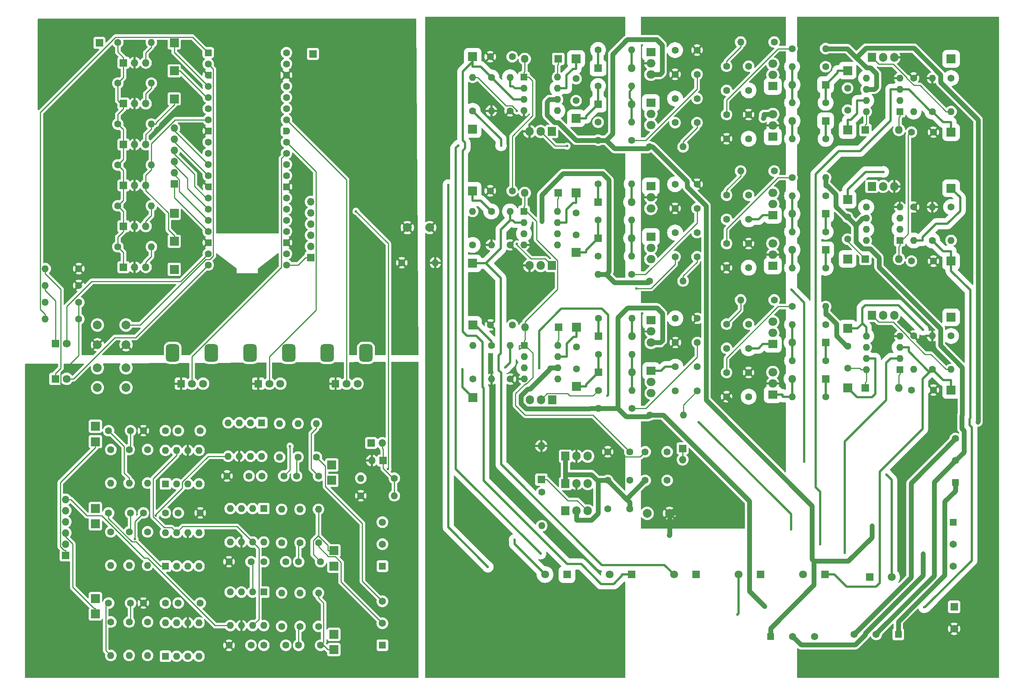
<source format=gbr>
%TF.GenerationSoftware,KiCad,Pcbnew,8.0.6*%
%TF.CreationDate,2025-02-16T13:00:18+00:00*%
%TF.ProjectId,PCB,5043422e-6b69-4636-9164-5f7063625858,rev?*%
%TF.SameCoordinates,Original*%
%TF.FileFunction,Copper,L2,Bot*%
%TF.FilePolarity,Positive*%
%FSLAX46Y46*%
G04 Gerber Fmt 4.6, Leading zero omitted, Abs format (unit mm)*
G04 Created by KiCad (PCBNEW 8.0.6) date 2025-02-16 13:00:18*
%MOMM*%
%LPD*%
G01*
G04 APERTURE LIST*
G04 Aperture macros list*
%AMRoundRect*
0 Rectangle with rounded corners*
0 $1 Rounding radius*
0 $2 $3 $4 $5 $6 $7 $8 $9 X,Y pos of 4 corners*
0 Add a 4 corners polygon primitive as box body*
4,1,4,$2,$3,$4,$5,$6,$7,$8,$9,$2,$3,0*
0 Add four circle primitives for the rounded corners*
1,1,$1+$1,$2,$3*
1,1,$1+$1,$4,$5*
1,1,$1+$1,$6,$7*
1,1,$1+$1,$8,$9*
0 Add four rect primitives between the rounded corners*
20,1,$1+$1,$2,$3,$4,$5,0*
20,1,$1+$1,$4,$5,$6,$7,0*
20,1,$1+$1,$6,$7,$8,$9,0*
20,1,$1+$1,$8,$9,$2,$3,0*%
%AMFreePoly0*
4,1,28,0.605014,0.794986,0.644504,0.794986,0.724698,0.756366,0.780194,0.686777,0.800000,0.600000,0.800000,-0.600000,0.780194,-0.686777,0.724698,-0.756366,0.644504,-0.794986,0.605014,-0.794986,0.600000,-0.800000,0.000000,-0.800000,-0.178017,-0.779942,-0.347107,-0.720775,-0.498792,-0.625465,-0.625465,-0.498792,-0.720775,-0.347107,-0.779942,-0.178017,-0.800000,0.000000,-0.779942,0.178017,
-0.720775,0.347107,-0.625465,0.498792,-0.498792,0.625465,-0.347107,0.720775,-0.178017,0.779942,0.000000,0.800000,0.600000,0.800000,0.605014,0.794986,0.605014,0.794986,$1*%
%AMFreePoly1*
4,1,28,0.178017,0.779942,0.347107,0.720775,0.498792,0.625465,0.625465,0.498792,0.720775,0.347107,0.779942,0.178017,0.800000,0.000000,0.779942,-0.178017,0.720775,-0.347107,0.625465,-0.498792,0.498792,-0.625465,0.347107,-0.720775,0.178017,-0.779942,0.000000,-0.800000,-0.600000,-0.800000,-0.605014,-0.794986,-0.644504,-0.794986,-0.724698,-0.756366,-0.780194,-0.686777,-0.800000,-0.600000,
-0.800000,0.600000,-0.780194,0.686777,-0.724698,0.756366,-0.644504,0.794986,-0.605014,0.794986,-0.600000,0.800000,0.000000,0.800000,0.178017,0.779942,0.178017,0.779942,$1*%
G04 Aperture macros list end*
%TA.AperFunction,ComponentPad*%
%ADD10R,1.800000X1.800000*%
%TD*%
%TA.AperFunction,ComponentPad*%
%ADD11O,1.800000X1.800000*%
%TD*%
%TA.AperFunction,ComponentPad*%
%ADD12C,1.600000*%
%TD*%
%TA.AperFunction,ComponentPad*%
%ADD13R,2.000000X1.905000*%
%TD*%
%TA.AperFunction,ComponentPad*%
%ADD14O,2.000000X1.905000*%
%TD*%
%TA.AperFunction,ComponentPad*%
%ADD15O,1.600000X1.600000*%
%TD*%
%TA.AperFunction,ComponentPad*%
%ADD16R,1.905000X2.000000*%
%TD*%
%TA.AperFunction,ComponentPad*%
%ADD17O,1.905000X2.000000*%
%TD*%
%TA.AperFunction,ComponentPad*%
%ADD18R,1.650000X1.650000*%
%TD*%
%TA.AperFunction,ComponentPad*%
%ADD19C,1.650000*%
%TD*%
%TA.AperFunction,ComponentPad*%
%ADD20R,2.000000X2.000000*%
%TD*%
%TA.AperFunction,ComponentPad*%
%ADD21C,1.800000*%
%TD*%
%TA.AperFunction,ComponentPad*%
%ADD22R,1.700000X1.700000*%
%TD*%
%TA.AperFunction,ComponentPad*%
%ADD23O,1.700000X1.700000*%
%TD*%
%TA.AperFunction,ComponentPad*%
%ADD24C,2.000000*%
%TD*%
%TA.AperFunction,ComponentPad*%
%ADD25R,1.600000X1.600000*%
%TD*%
%TA.AperFunction,ComponentPad*%
%ADD26RoundRect,0.200000X-0.600000X-0.600000X0.600000X-0.600000X0.600000X0.600000X-0.600000X0.600000X0*%
%TD*%
%TA.AperFunction,ComponentPad*%
%ADD27FreePoly0,0.000000*%
%TD*%
%TA.AperFunction,ComponentPad*%
%ADD28FreePoly1,0.000000*%
%TD*%
%TA.AperFunction,ComponentPad*%
%ADD29RoundRect,0.750000X0.750000X-1.250000X0.750000X1.250000X-0.750000X1.250000X-0.750000X-1.250000X0*%
%TD*%
%TA.AperFunction,ViaPad*%
%ADD30C,0.600000*%
%TD*%
%TA.AperFunction,ViaPad*%
%ADD31C,1.200000*%
%TD*%
%TA.AperFunction,Conductor*%
%ADD32C,0.250000*%
%TD*%
%TA.AperFunction,Conductor*%
%ADD33C,1.100000*%
%TD*%
%TA.AperFunction,Conductor*%
%ADD34C,0.500000*%
%TD*%
G04 APERTURE END LIST*
D10*
%TO.P,D11,1,K*%
%TO.N,High 1B1*%
X229500000Y-115061000D03*
D11*
%TO.P,D11,2,A*%
%TO.N,High 1B2*%
X221880000Y-115061000D03*
%TD*%
D10*
%TO.P,D16,1,K*%
%TO.N,Low 2B1*%
X177800000Y-112422000D03*
D11*
%TO.P,D16,2,A*%
%TO.N,Low 2B2*%
X185420000Y-112422000D03*
%TD*%
D12*
%TO.P,C51,1*%
%TO.N,VPP*%
X200300000Y-69638000D03*
%TO.P,C51,2*%
%TO.N,High 2A2*%
X195300000Y-69638000D03*
%TD*%
%TO.P,C57,1*%
%TO.N,Net-(JP6-B)*%
X114760000Y-205000000D03*
%TO.P,C57,2*%
%TO.N,Net-(U15-+)*%
X109760000Y-205000000D03*
%TD*%
D13*
%TO.P,Q5,1,G*%
%TO.N,Low 2B2*%
X189800000Y-112098000D03*
D14*
%TO.P,Q5,2,D*%
%TO.N,Motor 2B*%
X189800000Y-114638000D03*
%TO.P,Q5,3,S*%
%TO.N,GND*%
X189800000Y-117178000D03*
%TD*%
D12*
%TO.P,C32,1*%
%TO.N,+12V*%
X185000000Y-161000000D03*
%TO.P,C32,2*%
%TO.N,GND*%
X180000000Y-161000000D03*
%TD*%
%TO.P,R10,1*%
%TO.N,Low 2B1*%
X177800000Y-108314000D03*
D15*
%TO.P,R10,2*%
%TO.N,Low 2B2*%
X185420000Y-108314000D03*
%TD*%
D12*
%TO.P,C40,1*%
%TO.N,Net-(JP3-A)*%
X87400000Y-195400000D03*
%TO.P,C40,2*%
%TO.N,GND1*%
X82400000Y-195400000D03*
%TD*%
D16*
%TO.P,Q1,1,B*%
%TO.N,Net-(Q1-B)*%
X167300000Y-118638000D03*
D17*
%TO.P,Q1,2,E*%
%TO.N,Net-(Q1-E)*%
X164760000Y-118638000D03*
%TO.P,Q1,3,C*%
%TO.N,GND*%
X162220000Y-118638000D03*
%TD*%
D18*
%TO.P,J25,1,Pin_1*%
%TO.N,Motor 2A*%
X217000000Y-203000000D03*
D19*
%TO.P,J25,2,Pin_2*%
%TO.N,Motor 2B*%
X222000000Y-203000000D03*
%TO.P,J25,3,Pin_3*%
%TO.N,Motor 2C*%
X227000000Y-203000000D03*
%TD*%
D12*
%TO.P,C1,1*%
%TO.N,+12V*%
X158300000Y-101638000D03*
%TO.P,C1,2*%
%TO.N,GND*%
X153300000Y-101638000D03*
%TD*%
D20*
%TO.P,TP29,1,1*%
%TO.N,Sensor 2B*%
X117760000Y-187000000D03*
%TD*%
D10*
%TO.P,J19,1,Pin_1*%
%TO.N,Gate 2BL*%
X200050000Y-188900000D03*
D21*
%TO.P,J19,2,Pin_2*%
%TO.N,Gate 2BH*%
X195050000Y-188900000D03*
%TD*%
D18*
%TO.P,J21,1,Pin_1*%
%TO.N,Net-(J21-Pin_1)*%
X128800000Y-187000000D03*
D19*
%TO.P,J21,2,Pin_2*%
%TO.N,Net-(J21-Pin_2)*%
X128800000Y-182000000D03*
%TO.P,J21,3,Pin_3*%
%TO.N,Net-(J21-Pin_3)*%
X128800000Y-177000000D03*
%TD*%
D12*
%TO.P,C20,1*%
%TO.N,Net-(C20-Pad1)*%
X207000000Y-102629000D03*
%TO.P,C20,2*%
%TO.N,GND*%
X212000000Y-102629000D03*
%TD*%
D16*
%TO.P,Q16,1,B*%
%TO.N,Net-(Q16-B)*%
X240000000Y-100629000D03*
D17*
%TO.P,Q16,2,E*%
%TO.N,Net-(Q16-E)*%
X242540000Y-100629000D03*
%TO.P,Q16,3,C*%
%TO.N,GND*%
X245080000Y-100629000D03*
%TD*%
D12*
%TO.P,C45,1*%
%TO.N,+3V3*%
X93940000Y-186000000D03*
%TO.P,C45,2*%
%TO.N,GND1*%
X98940000Y-186000000D03*
%TD*%
%TO.P,R9,1*%
%TO.N,Low 2A1*%
X149300000Y-83448000D03*
D15*
%TO.P,R9,2*%
%TO.N,Net-(Q3-B)*%
X149300000Y-75828000D03*
%TD*%
D16*
%TO.P,Q2,1,B*%
%TO.N,Net-(Q2-B)*%
X167355000Y-149138000D03*
D17*
%TO.P,Q2,2,E*%
%TO.N,Net-(Q2-E)*%
X164815000Y-149138000D03*
%TO.P,Q2,3,C*%
%TO.N,GND*%
X162275000Y-149138000D03*
%TD*%
D22*
%TO.P,J7,1,Pin_1*%
%TO.N,Sensor 1A*%
X56800000Y-184540000D03*
D23*
%TO.P,J7,2,Pin_2*%
%TO.N,Sensor 1B*%
X56800000Y-182000000D03*
%TO.P,J7,3,Pin_3*%
%TO.N,Sensor 1C*%
X56800000Y-179460000D03*
%TO.P,J7,4,Pin_4*%
%TO.N,Sensor 2A*%
X56800000Y-176920000D03*
%TO.P,J7,5,Pin_5*%
%TO.N,Sensor 2B*%
X56800000Y-174380000D03*
%TO.P,J7,6,Pin_6*%
%TO.N,Sensor 2C*%
X56800000Y-171840000D03*
%TD*%
D10*
%TO.P,D10,1,K*%
%TO.N,Net-(D10-K)*%
X238545000Y-117129000D03*
D11*
%TO.P,D10,2,A*%
%TO.N,+12V*%
X246165000Y-117129000D03*
%TD*%
D12*
%TO.P,C15,1*%
%TO.N,Net-(D7-K)*%
X234500000Y-141960000D03*
%TO.P,C15,2*%
%TO.N,Motor 1A*%
X234500000Y-136960000D03*
%TD*%
D13*
%TO.P,Q18,1,G*%
%TO.N,Low 1B2*%
X217500000Y-107169000D03*
D14*
%TO.P,Q18,2,D*%
%TO.N,Motor 1B*%
X217500000Y-104629000D03*
%TO.P,Q18,3,S*%
%TO.N,GND*%
X217500000Y-102089000D03*
%TD*%
D22*
%TO.P,J16,1,Pin_1*%
%TO.N,+5V*%
X69960000Y-119000000D03*
D23*
%TO.P,J16,2,Pin_2*%
%TO.N,GND1*%
X72500000Y-119000000D03*
%TO.P,J16,3,Pin_3*%
%TO.N,Hall 6*%
X75040000Y-119000000D03*
%TD*%
D20*
%TO.P,TP43,1,1*%
%TO.N,Gate 1BL*%
X258000000Y-117629000D03*
%TD*%
D12*
%TO.P,C34,1*%
%TO.N,Net-(J26-Pin_1)*%
X193500000Y-161000000D03*
%TO.P,C34,2*%
%TO.N,GND*%
X188500000Y-161000000D03*
%TD*%
D18*
%TO.P,J22,1,Pin_1*%
%TO.N,Net-(J22-Pin_1)*%
X128800000Y-205000000D03*
D19*
%TO.P,J22,2,Pin_2*%
%TO.N,Net-(J22-Pin_2)*%
X128800000Y-200000000D03*
%TO.P,J22,3,Pin_3*%
%TO.N,Net-(J22-Pin_3)*%
X128800000Y-195000000D03*
%TD*%
D12*
%TO.P,C18,1*%
%TO.N,Low 1B2*%
X212000000Y-108129000D03*
%TO.P,C18,2*%
%TO.N,GND*%
X207000000Y-108129000D03*
%TD*%
%TO.P,C26,1*%
%TO.N,Net-(C26-Pad1)*%
X200300000Y-116638000D03*
%TO.P,C26,2*%
%TO.N,GND*%
X195300000Y-116638000D03*
%TD*%
%TO.P,R7,1*%
%TO.N,Low 2B1*%
X149300000Y-113948000D03*
D15*
%TO.P,R7,2*%
%TO.N,Net-(Q1-B)*%
X149300000Y-106328000D03*
%TD*%
D12*
%TO.P,R14,1*%
%TO.N,+5V*%
X68675000Y-77158200D03*
D15*
%TO.P,R14,2*%
%TO.N,Hall 2*%
X76295000Y-77158200D03*
%TD*%
D13*
%TO.P,Q4,1,G*%
%TO.N,High 2B2*%
X189800000Y-100598000D03*
D14*
%TO.P,Q4,2,D*%
%TO.N,VPP*%
X189800000Y-103138000D03*
%TO.P,Q4,3,S*%
%TO.N,Motor 2B*%
X189800000Y-105678000D03*
%TD*%
D12*
%TO.P,R57,1*%
%TO.N,Net-(Q2-E)*%
X177855000Y-147030000D03*
D15*
%TO.P,R57,2*%
%TO.N,Low 2C2*%
X185475000Y-147030000D03*
%TD*%
D16*
%TO.P,U6,1,VI*%
%TO.N,VSS*%
X170380000Y-162000000D03*
D17*
%TO.P,U6,2,GND*%
%TO.N,GND*%
X172920000Y-162000000D03*
%TO.P,U6,3,VO*%
%TO.N,Net-(J26-Pin_1)*%
X175460000Y-162000000D03*
%TD*%
D22*
%TO.P,J5,1,Pin_1*%
%TO.N,+5V*%
X69960000Y-91105400D03*
D23*
%TO.P,J5,2,Pin_2*%
%TO.N,GND1*%
X72500000Y-91105400D03*
%TO.P,J5,3,Pin_3*%
%TO.N,Hall 3*%
X75040000Y-91105400D03*
%TD*%
D24*
%TO.P,FB1,1*%
%TO.N,GND*%
X139540000Y-110000000D03*
%TO.P,FB1,2*%
%TO.N,GND1*%
X134460000Y-110000000D03*
%TD*%
D12*
%TO.P,R71,1*%
%TO.N,Net-(J22-Pin_1)*%
X114260000Y-200700000D03*
D15*
%TO.P,R71,2*%
%TO.N,Net-(JP6-B)*%
X114260000Y-193080000D03*
%TD*%
D20*
%TO.P,TP48,1,1*%
%TO.N,High 1C1*%
X234500000Y-87798000D03*
%TD*%
D12*
%TO.P,R47,1*%
%TO.N,Low 1C1*%
X258000000Y-75988000D03*
D15*
%TO.P,R47,2*%
%TO.N,Net-(Q19-B)*%
X258000000Y-83608000D03*
%TD*%
D12*
%TO.P,R73,1*%
%TO.N,Net-(U15-+)*%
X110080000Y-200700000D03*
D15*
%TO.P,R73,2*%
%TO.N,Net-(JP6-B)*%
X110080000Y-193080000D03*
%TD*%
D25*
%TO.P,U15,1,-*%
%TO.N,Net-(JP6-B)*%
X101840000Y-192900000D03*
D15*
%TO.P,U15,2,GND*%
%TO.N,GND1*%
X99300000Y-192900000D03*
%TO.P,U15,3,REF2*%
X96760000Y-192900000D03*
%TO.P,U15,4,GND*%
X94220000Y-192900000D03*
%TO.P,U15,5*%
%TO.N,Sensor 2C*%
X94220000Y-200520000D03*
%TO.P,U15,6,V+*%
%TO.N,+3V3*%
X96760000Y-200520000D03*
%TO.P,U15,7,REF1*%
%TO.N,Reference Voltage*%
X99300000Y-200520000D03*
%TO.P,U15,8,+*%
%TO.N,Net-(U15-+)*%
X101840000Y-200520000D03*
%TD*%
D20*
%TO.P,TP28,1,1*%
%TO.N,Sensor 2A*%
X117300000Y-164000000D03*
%TD*%
%TO.P,TP22,1,1*%
%TO.N,Sensor 1B*%
X63580000Y-177400000D03*
%TD*%
D10*
%TO.P,D15,1,K*%
%TO.N,Low 1C1*%
X229500000Y-77514000D03*
D11*
%TO.P,D15,2,A*%
%TO.N,Low 1C2*%
X221880000Y-77514000D03*
%TD*%
D26*
%TO.P,U4,1,GPIO0*%
%TO.N,Button 2*%
X89220000Y-70240000D03*
D12*
%TO.P,U4,2,GPIO1*%
%TO.N,Button 1*%
X89220000Y-72780000D03*
D27*
%TO.P,U4,3,GND*%
%TO.N,GND1*%
X89220000Y-75320000D03*
D12*
%TO.P,U4,4,GPIO2*%
%TO.N,Hall 1*%
X89220000Y-77860000D03*
%TO.P,U4,5,GPIO3*%
%TO.N,Hall 2*%
X89220000Y-80400000D03*
%TO.P,U4,6,GPIO4*%
%TO.N,Hall 3*%
X89220000Y-82940000D03*
%TO.P,U4,7,GPIO5*%
%TO.N,Hall 4*%
X89220000Y-85480000D03*
D27*
%TO.P,U4,8,GND*%
%TO.N,GND1*%
X89220000Y-88020000D03*
D12*
%TO.P,U4,9,GPIO6*%
%TO.N,Hall 5*%
X89220000Y-90560000D03*
%TO.P,U4,10,GPIO7*%
%TO.N,Hall 6*%
X89220000Y-93100000D03*
%TO.P,U4,11,GPIO8*%
%TO.N,Net-(J8-Pin_6)*%
X89220000Y-95640000D03*
%TO.P,U4,12,GPIO9*%
%TO.N,Net-(J8-Pin_5)*%
X89220000Y-98180000D03*
D27*
%TO.P,U4,13,GND*%
%TO.N,GND1*%
X89220000Y-100720000D03*
D12*
%TO.P,U4,14,GPIO10*%
%TO.N,Net-(J8-Pin_4)*%
X89220000Y-103260000D03*
%TO.P,U4,15,GPIO11*%
%TO.N,Net-(J8-Pin_3)*%
X89220000Y-105800000D03*
%TO.P,U4,16,GPIO12*%
%TO.N,Net-(J8-Pin_2)*%
X89220000Y-108340000D03*
%TO.P,U4,17,GPIO13*%
%TO.N,Net-(J8-Pin_1)*%
X89220000Y-110880000D03*
D27*
%TO.P,U4,18,GND*%
%TO.N,GND1*%
X89220000Y-113420000D03*
D12*
%TO.P,U4,19,GPIO14*%
%TO.N,LED 1*%
X89220000Y-115960000D03*
%TO.P,U4,20,GPIO15*%
%TO.N,LED 2*%
X89220000Y-118500000D03*
%TO.P,U4,21,GPIO16*%
%TO.N,Net-(J1-Pin_1)*%
X107000000Y-118500000D03*
%TO.P,U4,22,GPIO17*%
%TO.N,Net-(J1-Pin_2)*%
X107000000Y-115960000D03*
D28*
%TO.P,U4,23,GND*%
%TO.N,GND1*%
X107000000Y-113420000D03*
D12*
%TO.P,U4,24,GPIO18*%
%TO.N,Net-(J1-Pin_3)*%
X107000000Y-110880000D03*
%TO.P,U4,25,GPIO19*%
%TO.N,Net-(J1-Pin_4)*%
X107000000Y-108340000D03*
%TO.P,U4,26,GPIO20*%
%TO.N,Net-(J1-Pin_5)*%
X107000000Y-105800000D03*
%TO.P,U4,27,GPIO21*%
%TO.N,Net-(J1-Pin_6)*%
X107000000Y-103260000D03*
D28*
%TO.P,U4,28,GND*%
%TO.N,GND1*%
X107000000Y-100720000D03*
D12*
%TO.P,U4,29,GPIO22*%
%TO.N,Voltage Control*%
X107000000Y-98180000D03*
%TO.P,U4,30,RUN*%
%TO.N,unconnected-(U4-RUN-Pad30)*%
X107000000Y-95640000D03*
%TO.P,U4,31,GPIO26_ADC0*%
%TO.N,Potentiometer 1*%
X107000000Y-93100000D03*
%TO.P,U4,32,GPIO27_ADC1*%
%TO.N,Potentiometer 2*%
X107000000Y-90560000D03*
D28*
%TO.P,U4,33,AGND*%
%TO.N,unconnected-(U4-AGND-Pad33)*%
X107000000Y-88020000D03*
D12*
%TO.P,U4,34,GPIO28_ADC2*%
%TO.N,Potentiometer 3*%
X107000000Y-85480000D03*
%TO.P,U4,35,ADC_VREF*%
%TO.N,unconnected-(U4-ADC_VREF-Pad35)*%
X107000000Y-82940000D03*
%TO.P,U4,36,3V3*%
%TO.N,+3V3*%
X107000000Y-80400000D03*
%TO.P,U4,37,3V3_EN*%
%TO.N,unconnected-(U4-3V3_EN-Pad37)*%
X107000000Y-77860000D03*
D28*
%TO.P,U4,38,GND*%
%TO.N,GND1*%
X107000000Y-75320000D03*
D12*
%TO.P,U4,39,VSYS*%
%TO.N,unconnected-(U4-VSYS-Pad39)*%
X107000000Y-72780000D03*
%TO.P,U4,40,VBUS*%
%TO.N,Net-(J23-Pin_1)*%
X107000000Y-70240000D03*
%TD*%
%TO.P,R12,1*%
%TO.N,Low 2A1*%
X177800000Y-77814000D03*
D15*
%TO.P,R12,2*%
%TO.N,Low 2A2*%
X185420000Y-77814000D03*
%TD*%
D20*
%TO.P,TP19,1,1*%
%TO.N,Hall 4*%
X81500000Y-113133300D03*
%TD*%
D12*
%TO.P,C28,1*%
%TO.N,Net-(C28-Pad1)*%
X200355000Y-147138000D03*
%TO.P,C28,2*%
%TO.N,GND*%
X195355000Y-147138000D03*
%TD*%
D20*
%TO.P,TP44,1,1*%
%TO.N,High 1B1*%
X234500000Y-117129000D03*
%TD*%
D12*
%TO.P,C17,1*%
%TO.N,Net-(D10-K)*%
X234500000Y-112629000D03*
%TO.P,C17,2*%
%TO.N,Motor 1B*%
X234500000Y-107629000D03*
%TD*%
%TO.P,R46,1*%
%TO.N,Gate 1CL*%
X253750000Y-83608000D03*
D15*
%TO.P,R46,2*%
%TO.N,GND*%
X253750000Y-75988000D03*
%TD*%
D12*
%TO.P,C41,1*%
%TO.N,+3V3*%
X74490000Y-195400000D03*
%TO.P,C41,2*%
%TO.N,GND1*%
X79490000Y-195400000D03*
%TD*%
%TO.P,C35,1*%
%TO.N,VSS*%
X185000000Y-174000000D03*
%TO.P,C35,2*%
%TO.N,Net-(Q10-G)*%
X180000000Y-174000000D03*
%TD*%
%TO.P,C6,1*%
%TO.N,Net-(D3-K)*%
X172800000Y-76138000D03*
%TO.P,C6,2*%
%TO.N,Motor 2A*%
X172800000Y-81138000D03*
%TD*%
D18*
%TO.P,J2,1,Pin_1*%
%TO.N,Motor 2A*%
X258500000Y-177000000D03*
D19*
%TO.P,J2,2,Pin_2*%
%TO.N,Motor 2B*%
X258500000Y-182000000D03*
%TO.P,J2,3,Pin_3*%
%TO.N,Motor 2C*%
X258500000Y-187000000D03*
%TD*%
D22*
%TO.P,J3,1,Pin_1*%
%TO.N,+5V*%
X69960000Y-72509100D03*
D23*
%TO.P,J3,2,Pin_2*%
%TO.N,GND1*%
X72500000Y-72509100D03*
%TO.P,J3,3,Pin_3*%
%TO.N,Hall 1*%
X75040000Y-72509100D03*
%TD*%
D12*
%TO.P,R54,1*%
%TO.N,High 2C1*%
X177855000Y-130598000D03*
D15*
%TO.P,R54,2*%
%TO.N,High 2C2*%
X185475000Y-130598000D03*
%TD*%
D12*
%TO.P,C25,1*%
%TO.N,Net-(C25-Pad1)*%
X207000000Y-73298000D03*
%TO.P,C25,2*%
%TO.N,GND*%
X212000000Y-73298000D03*
%TD*%
%TO.P,R34,1*%
%TO.N,Net-(Q13-E)*%
X229500000Y-132068000D03*
D15*
%TO.P,R34,2*%
%TO.N,Low 1A2*%
X221880000Y-132068000D03*
%TD*%
D12*
%TO.P,C54,1*%
%TO.N,Net-(JP1-B)*%
X66580000Y-156200000D03*
%TO.P,C54,2*%
%TO.N,Net-(U7-+)*%
X71580000Y-156200000D03*
%TD*%
%TO.P,R61,1*%
%TO.N,Net-(C27-Pad2)*%
X185475000Y-151138000D03*
D15*
%TO.P,R61,2*%
%TO.N,Motor 2C*%
X177855000Y-151138000D03*
%TD*%
D22*
%TO.P,J1,1,Pin_1*%
%TO.N,Net-(J1-Pin_1)*%
X112500000Y-116820000D03*
D23*
%TO.P,J1,2,Pin_2*%
%TO.N,Net-(J1-Pin_2)*%
X112500000Y-114280000D03*
%TO.P,J1,3,Pin_3*%
%TO.N,Net-(J1-Pin_3)*%
X112500000Y-111740000D03*
%TO.P,J1,4,Pin_4*%
%TO.N,Net-(J1-Pin_4)*%
X112500000Y-109200000D03*
%TO.P,J1,5,Pin_5*%
%TO.N,Net-(J1-Pin_5)*%
X112500000Y-106660000D03*
%TO.P,J1,6,Pin_6*%
%TO.N,Net-(J1-Pin_6)*%
X112500000Y-104120000D03*
%TD*%
D22*
%TO.P,J13,1,Pin_1*%
%TO.N,+5V*%
X69960000Y-100403600D03*
D23*
%TO.P,J13,2,Pin_2*%
%TO.N,GND1*%
X72500000Y-100403600D03*
%TO.P,J13,3,Pin_3*%
%TO.N,Hall 4*%
X75040000Y-100403600D03*
%TD*%
D12*
%TO.P,C5,1*%
%TO.N,Net-(D2-K)*%
X172855000Y-137138000D03*
%TO.P,C5,2*%
%TO.N,Motor 2C*%
X172855000Y-142138000D03*
%TD*%
%TO.P,C22,1*%
%TO.N,Net-(D13-K)*%
X234500000Y-83298000D03*
%TO.P,C22,2*%
%TO.N,Motor 1C*%
X234500000Y-78298000D03*
%TD*%
D10*
%TO.P,J17,1,Pin_1*%
%TO.N,Gate 1CL*%
X214700000Y-188900000D03*
D21*
%TO.P,J17,2,Pin_2*%
%TO.N,Gate 1CH*%
X209700000Y-188900000D03*
%TD*%
D12*
%TO.P,C8,1*%
%TO.N,Low 2C2*%
X195355000Y-141638000D03*
%TO.P,C8,2*%
%TO.N,GND*%
X200355000Y-141638000D03*
%TD*%
%TO.P,C38,1*%
%TO.N,Net-(JP2-A)*%
X74490000Y-174900000D03*
%TO.P,C38,2*%
%TO.N,GND1*%
X79490000Y-174900000D03*
%TD*%
D25*
%TO.P,U9,1,-*%
%TO.N,Net-(JP3-B)*%
X79500000Y-207500000D03*
D15*
%TO.P,U9,2,GND*%
%TO.N,GND1*%
X82040000Y-207500000D03*
%TO.P,U9,3,REF2*%
X84580000Y-207500000D03*
%TO.P,U9,4,GND*%
X87120000Y-207500000D03*
%TO.P,U9,5*%
%TO.N,Sensor 1C*%
X87120000Y-199880000D03*
%TO.P,U9,6,V+*%
%TO.N,+3V3*%
X84580000Y-199880000D03*
%TO.P,U9,7,REF1*%
%TO.N,Reference Voltage*%
X82040000Y-199880000D03*
%TO.P,U9,8,+*%
%TO.N,Net-(U9-+)*%
X79500000Y-199880000D03*
%TD*%
D12*
%TO.P,R17,1*%
%TO.N,+5V*%
X68675000Y-105052700D03*
D15*
%TO.P,R17,2*%
%TO.N,Hall 5*%
X76295000Y-105052700D03*
%TD*%
D20*
%TO.P,TP9,1,1*%
%TO.N,High 2C1*%
X172855000Y-132638000D03*
%TD*%
D12*
%TO.P,R80,1*%
%TO.N,Reference Voltage*%
X131500000Y-167000000D03*
D15*
%TO.P,R80,2*%
%TO.N,GND1*%
X123880000Y-167000000D03*
%TD*%
D12*
%TO.P,R35,1*%
%TO.N,Net-(C13-Pad2)*%
X221880000Y-127960000D03*
D15*
%TO.P,R35,2*%
%TO.N,Motor 1A*%
X229500000Y-127960000D03*
%TD*%
D12*
%TO.P,R49,1*%
%TO.N,High 1C1*%
X229500000Y-89838000D03*
D15*
%TO.P,R49,2*%
%TO.N,High 1C2*%
X221880000Y-89838000D03*
%TD*%
D12*
%TO.P,R74,1*%
%TO.N,GND1*%
X59810000Y-123166700D03*
D15*
%TO.P,R74,2*%
%TO.N,Net-(D26-K)*%
X52190000Y-123166700D03*
%TD*%
D20*
%TO.P,TP15,1,1*%
%TO.N,Hall 3*%
X81500000Y-80733300D03*
%TD*%
D12*
%TO.P,C12,1*%
%TO.N,Low 1A2*%
X212000000Y-137460000D03*
%TO.P,C12,2*%
%TO.N,GND*%
X207000000Y-137460000D03*
%TD*%
%TO.P,R37,1*%
%TO.N,GND*%
X249500000Y-105319000D03*
D15*
%TO.P,R37,2*%
%TO.N,Gate 1BH*%
X249500000Y-112939000D03*
%TD*%
D12*
%TO.P,R8,1*%
%TO.N,Low 2C1*%
X149355000Y-144448000D03*
D15*
%TO.P,R8,2*%
%TO.N,Net-(Q2-B)*%
X149355000Y-136828000D03*
%TD*%
D12*
%TO.P,R52,1*%
%TO.N,Motor 1C*%
X217810000Y-67798000D03*
D15*
%TO.P,R52,2*%
%TO.N,Net-(C25-Pad1)*%
X210190000Y-67798000D03*
%TD*%
D20*
%TO.P,TP17,1,1*%
%TO.N,Hall 6*%
X81500000Y-119500000D03*
%TD*%
%TO.P,TP5,1,1*%
%TO.N,Gate 2AH*%
X149300000Y-87598000D03*
%TD*%
D22*
%TO.P,J28,1,Pin_1*%
%TO.N,+5V*%
X64500000Y-68000000D03*
%TD*%
D25*
%TO.P,U11,1,VCC*%
%TO.N,+12V*%
X246340000Y-142300000D03*
D15*
%TO.P,U11,2,HIN*%
%TO.N,Gate 1AH*%
X246340000Y-139760000D03*
%TO.P,U11,3,LIN*%
%TO.N,Gate 1AL*%
X246340000Y-137220000D03*
%TO.P,U11,4,COM*%
%TO.N,GND*%
X246340000Y-134680000D03*
%TO.P,U11,5,LO*%
%TO.N,Low 1A1*%
X238720000Y-134680000D03*
%TO.P,U11,6,VS*%
%TO.N,Motor 1A*%
X238720000Y-137220000D03*
%TO.P,U11,7,HO*%
%TO.N,High 1A1*%
X238720000Y-139760000D03*
%TO.P,U11,8,VB*%
%TO.N,Net-(D7-K)*%
X238720000Y-142300000D03*
%TD*%
D20*
%TO.P,TP47,1,1*%
%TO.N,Gate 1CL*%
X258000000Y-88298000D03*
%TD*%
D12*
%TO.P,R45,1*%
%TO.N,GND*%
X249500000Y-75988000D03*
D15*
%TO.P,R45,2*%
%TO.N,Gate 1CH*%
X249500000Y-83608000D03*
%TD*%
D10*
%TO.P,D6,1,K*%
%TO.N,High 2A1*%
X177800000Y-73706000D03*
D11*
%TO.P,D6,2,A*%
%TO.N,High 2A2*%
X185420000Y-73706000D03*
%TD*%
D10*
%TO.P,RV3,1,1*%
%TO.N,+3V3*%
X118150000Y-145500000D03*
D21*
%TO.P,RV3,2,2*%
%TO.N,Potentiometer 3*%
X120650000Y-145500000D03*
%TO.P,RV3,3,3*%
%TO.N,GND1*%
X123150000Y-145500000D03*
D29*
%TO.P,RV3,MP*%
%TO.N,N/C*%
X116250000Y-138500000D03*
X125050000Y-138500000D03*
%TD*%
D12*
%TO.P,R19,1*%
%TO.N,Voltage Control*%
X165000000Y-170190000D03*
D15*
%TO.P,R19,2*%
%TO.N,Net-(Q10-G)*%
X165000000Y-177810000D03*
%TD*%
D10*
%TO.P,D4,1,K*%
%TO.N,High 2B1*%
X177800000Y-104206000D03*
D11*
%TO.P,D4,2,A*%
%TO.N,High 2B2*%
X185420000Y-104206000D03*
%TD*%
D12*
%TO.P,C36,1*%
%TO.N,+3V3*%
X74490000Y-156200000D03*
%TO.P,C36,2*%
%TO.N,GND1*%
X79490000Y-156200000D03*
%TD*%
D20*
%TO.P,TP23,1,1*%
%TO.N,Net-(JP3-B)*%
X63580000Y-194400000D03*
%TD*%
D12*
%TO.P,R13,1*%
%TO.N,+5V*%
X68675000Y-67860000D03*
D15*
%TO.P,R13,2*%
%TO.N,Hall 1*%
X76295000Y-67860000D03*
%TD*%
D20*
%TO.P,TP4,1,1*%
%TO.N,Gate 2CL*%
X149355000Y-132138000D03*
%TD*%
%TO.P,TP40,1,1*%
%TO.N,High 1A1*%
X234500000Y-146460000D03*
%TD*%
D25*
%TO.P,U14,1,-*%
%TO.N,Net-(JP5-B)*%
X101840000Y-173900000D03*
D15*
%TO.P,U14,2,GND*%
%TO.N,GND1*%
X99300000Y-173900000D03*
%TO.P,U14,3,REF2*%
X96760000Y-173900000D03*
%TO.P,U14,4,GND*%
X94220000Y-173900000D03*
%TO.P,U14,5*%
%TO.N,Sensor 2B*%
X94220000Y-181520000D03*
%TO.P,U14,6,V+*%
%TO.N,+3V3*%
X96760000Y-181520000D03*
%TO.P,U14,7,REF1*%
%TO.N,Reference Voltage*%
X99300000Y-181520000D03*
%TO.P,U14,8,+*%
%TO.N,Net-(U14-+)*%
X101840000Y-181520000D03*
%TD*%
D22*
%TO.P,J9,1,Pin_1*%
%TO.N,Reference Voltage*%
X128965000Y-163000000D03*
D23*
%TO.P,J9,2,Pin_2*%
%TO.N,+3V3*%
X126425000Y-163000000D03*
%TD*%
D20*
%TO.P,TP41,1,1*%
%TO.N,Low 1A1*%
X234500000Y-132960000D03*
%TD*%
%TO.P,TP16,1,1*%
%TO.N,Net-(JP1-B)*%
X63580000Y-155200000D03*
%TD*%
D12*
%TO.P,R32,1*%
%TO.N,Gate 1AL*%
X253750000Y-142270000D03*
D15*
%TO.P,R32,2*%
%TO.N,GND*%
X253750000Y-134650000D03*
%TD*%
D20*
%TO.P,TP20,1,1*%
%TO.N,Sensor 1A*%
X63580000Y-158700000D03*
%TD*%
D12*
%TO.P,R67,1*%
%TO.N,Net-(U13-+)*%
X105440000Y-162200000D03*
D15*
%TO.P,R67,2*%
%TO.N,Net-(JP4-B)*%
X105440000Y-154580000D03*
%TD*%
D13*
%TO.P,Q9,1,G*%
%TO.N,Low 2A2*%
X189800000Y-81598000D03*
D14*
%TO.P,Q9,2,D*%
%TO.N,Motor 2A*%
X189800000Y-84138000D03*
%TO.P,Q9,3,S*%
%TO.N,GND*%
X189800000Y-86678000D03*
%TD*%
D12*
%TO.P,R42,1*%
%TO.N,Net-(Q16-E)*%
X229500000Y-102737000D03*
D15*
%TO.P,R42,2*%
%TO.N,Low 1B2*%
X221880000Y-102737000D03*
%TD*%
D12*
%TO.P,C31,1*%
%TO.N,VSS*%
X180000000Y-167500000D03*
%TO.P,C31,2*%
%TO.N,GND*%
X185000000Y-167500000D03*
%TD*%
%TO.P,C39,1*%
%TO.N,+3V3*%
X87400000Y-174900000D03*
%TO.P,C39,2*%
%TO.N,GND1*%
X82400000Y-174900000D03*
%TD*%
D10*
%TO.P,D7,1,K*%
%TO.N,Net-(D7-K)*%
X238545000Y-146460000D03*
D11*
%TO.P,D7,2,A*%
%TO.N,+12V*%
X246165000Y-146460000D03*
%TD*%
D10*
%TO.P,RV1,1,1*%
%TO.N,+3V3*%
X83050000Y-145500000D03*
D21*
%TO.P,RV1,2,2*%
%TO.N,Potentiometer 1*%
X85550000Y-145500000D03*
%TO.P,RV1,3,3*%
%TO.N,GND1*%
X88050000Y-145500000D03*
D29*
%TO.P,RV1,MP*%
%TO.N,N/C*%
X81150000Y-138500000D03*
X89950000Y-138500000D03*
%TD*%
D12*
%TO.P,R21,1*%
%TO.N,Net-(U7-+)*%
X71260000Y-160500000D03*
D15*
%TO.P,R21,2*%
%TO.N,Net-(JP1-B)*%
X71260000Y-168120000D03*
%TD*%
D12*
%TO.P,C49,1*%
%TO.N,VPP*%
X207000000Y-119129000D03*
%TO.P,C49,2*%
%TO.N,High 1B2*%
X212000000Y-119129000D03*
%TD*%
%TO.P,R16,1*%
%TO.N,+5V*%
X68675000Y-95754500D03*
D15*
%TO.P,R16,2*%
%TO.N,Hall 4*%
X76295000Y-95754500D03*
%TD*%
D12*
%TO.P,C33,1*%
%TO.N,VSS*%
X188500000Y-167500000D03*
%TO.P,C33,2*%
%TO.N,GND*%
X193500000Y-167500000D03*
%TD*%
%TO.P,C30,1*%
%TO.N,Net-(C30-Pad1)*%
X200300000Y-86138000D03*
%TO.P,C30,2*%
%TO.N,GND*%
X195300000Y-86138000D03*
%TD*%
%TO.P,C47,1*%
%TO.N,+3V3*%
X93940000Y-205000000D03*
%TO.P,C47,2*%
%TO.N,GND1*%
X98940000Y-205000000D03*
%TD*%
D25*
%TO.P,U10,1,VCC*%
%TO.N,+12V*%
X246340000Y-112969000D03*
D15*
%TO.P,U10,2,HIN*%
%TO.N,Gate 1BH*%
X246340000Y-110429000D03*
%TO.P,U10,3,LIN*%
%TO.N,Gate 1BL*%
X246340000Y-107889000D03*
%TO.P,U10,4,COM*%
%TO.N,GND*%
X246340000Y-105349000D03*
%TO.P,U10,5,LO*%
%TO.N,Low 1B1*%
X238720000Y-105349000D03*
%TO.P,U10,6,VS*%
%TO.N,Motor 1B*%
X238720000Y-107889000D03*
%TO.P,U10,7,HO*%
%TO.N,High 1B1*%
X238720000Y-110429000D03*
%TO.P,U10,8,VB*%
%TO.N,Net-(D10-K)*%
X238720000Y-112969000D03*
%TD*%
D12*
%TO.P,R40,1*%
%TO.N,Low 1B1*%
X229500000Y-110953000D03*
D15*
%TO.P,R40,2*%
%TO.N,Low 1B2*%
X221880000Y-110953000D03*
%TD*%
D12*
%TO.P,R64,1*%
%TO.N,Motor 2A*%
X189490000Y-91638000D03*
D15*
%TO.P,R64,2*%
%TO.N,Net-(C30-Pad1)*%
X197110000Y-91638000D03*
%TD*%
D25*
%TO.P,U2,1,VCC*%
%TO.N,+12V*%
X161015000Y-136798000D03*
D15*
%TO.P,U2,2,HIN*%
%TO.N,Gate 2CH*%
X161015000Y-139338000D03*
%TO.P,U2,3,LIN*%
%TO.N,Gate 2CL*%
X161015000Y-141878000D03*
%TO.P,U2,4,COM*%
%TO.N,GND*%
X161015000Y-144418000D03*
%TO.P,U2,5,LO*%
%TO.N,Low 2C1*%
X168635000Y-144418000D03*
%TO.P,U2,6,VS*%
%TO.N,Motor 2C*%
X168635000Y-141878000D03*
%TO.P,U2,7,HO*%
%TO.N,High 2C1*%
X168635000Y-139338000D03*
%TO.P,U2,8,VB*%
%TO.N,Net-(D2-K)*%
X168635000Y-136798000D03*
%TD*%
D12*
%TO.P,C27,1*%
%TO.N,VPP*%
X195355000Y-136138000D03*
%TO.P,C27,2*%
%TO.N,Net-(C27-Pad2)*%
X200355000Y-136138000D03*
%TD*%
%TO.P,R68,1*%
%TO.N,Net-(J22-Pin_2)*%
X114260000Y-181700000D03*
D15*
%TO.P,R68,2*%
%TO.N,Net-(JP5-B)*%
X114260000Y-174080000D03*
%TD*%
D12*
%TO.P,R29,1*%
%TO.N,High 1A1*%
X229500000Y-148500000D03*
D15*
%TO.P,R29,2*%
%TO.N,High 1A2*%
X221880000Y-148500000D03*
%TD*%
D12*
%TO.P,C11,1*%
%TO.N,+12V*%
X249000000Y-146960000D03*
%TO.P,C11,2*%
%TO.N,GND*%
X254000000Y-146960000D03*
%TD*%
%TO.P,R5,1*%
%TO.N,GND*%
X157800000Y-83448000D03*
D15*
%TO.P,R5,2*%
%TO.N,Gate 2AH*%
X157800000Y-75828000D03*
%TD*%
D12*
%TO.P,C53,1*%
%TO.N,VPP*%
X200355000Y-130638000D03*
%TO.P,C53,2*%
%TO.N,High 2C2*%
X195355000Y-130638000D03*
%TD*%
%TO.P,R15,1*%
%TO.N,+5V*%
X68675000Y-86456400D03*
D15*
%TO.P,R15,2*%
%TO.N,Hall 3*%
X76295000Y-86456400D03*
%TD*%
D22*
%TO.P,J10,1,Pin_1*%
%TO.N,GND1*%
X126225000Y-159000000D03*
D23*
%TO.P,J10,2,Pin_2*%
%TO.N,Reference Voltage*%
X128765000Y-159000000D03*
%TD*%
D24*
%TO.P,SW2,1,1*%
%TO.N,Button 2*%
X64050000Y-141900000D03*
X70550000Y-141900000D03*
%TO.P,SW2,2,2*%
%TO.N,GND1*%
X64050000Y-146400000D03*
X70550000Y-146400000D03*
%TD*%
D12*
%TO.P,R38,1*%
%TO.N,Gate 1BL*%
X253750000Y-112939000D03*
D15*
%TO.P,R38,2*%
%TO.N,GND*%
X253750000Y-105319000D03*
%TD*%
D12*
%TO.P,C46,1*%
%TO.N,Net-(JP6-A)*%
X106850000Y-205000000D03*
%TO.P,C46,2*%
%TO.N,GND1*%
X101850000Y-205000000D03*
%TD*%
%TO.P,R48,1*%
%TO.N,Low 1C1*%
X229500000Y-81622000D03*
D15*
%TO.P,R48,2*%
%TO.N,Low 1C2*%
X221880000Y-81622000D03*
%TD*%
D10*
%TO.P,J12,1,Pin_1*%
%TO.N,Gate 1BL*%
X170750000Y-188900000D03*
D21*
%TO.P,J12,2,Pin_2*%
%TO.N,Gate 1BH*%
X165750000Y-188900000D03*
%TD*%
D12*
%TO.P,R30,1*%
%TO.N,Low 1A1*%
X229500000Y-140284000D03*
D15*
%TO.P,R30,2*%
%TO.N,Low 1A2*%
X221880000Y-140284000D03*
%TD*%
D20*
%TO.P,TP13,1,1*%
%TO.N,Hall 1*%
X81500000Y-68000000D03*
%TD*%
D12*
%TO.P,C55,1*%
%TO.N,Net-(JP2-B)*%
X66580000Y-174900000D03*
%TO.P,C55,2*%
%TO.N,Net-(U8-+)*%
X71580000Y-174900000D03*
%TD*%
%TO.P,R79,1*%
%TO.N,+3V3*%
X123880000Y-171000000D03*
D15*
%TO.P,R79,2*%
%TO.N,Reference Voltage*%
X131500000Y-171000000D03*
%TD*%
D12*
%TO.P,R3,1*%
%TO.N,GND*%
X157855000Y-144448000D03*
D15*
%TO.P,R3,2*%
%TO.N,Gate 2CH*%
X157855000Y-136828000D03*
%TD*%
D12*
%TO.P,C59,1*%
%TO.N,Net-(JP4-B)*%
X114300000Y-166500000D03*
%TO.P,C59,2*%
%TO.N,Net-(U13-+)*%
X109300000Y-166500000D03*
%TD*%
%TO.P,R76,1*%
%TO.N,+3V3*%
X59810000Y-127000000D03*
D15*
%TO.P,R76,2*%
%TO.N,Button 1*%
X52190000Y-127000000D03*
%TD*%
D20*
%TO.P,TP46,1,1*%
%TO.N,Gate 1CH*%
X258000000Y-71622000D03*
%TD*%
D12*
%TO.P,R77,1*%
%TO.N,GND1*%
X133190000Y-118000000D03*
D15*
%TO.P,R77,2*%
%TO.N,GND*%
X140810000Y-118000000D03*
%TD*%
D16*
%TO.P,U5,1,VI*%
%TO.N,VSS*%
X170380000Y-168222500D03*
D17*
%TO.P,U5,2,GND*%
%TO.N,GND*%
X172920000Y-168222500D03*
%TO.P,U5,3,VO*%
%TO.N,+12V*%
X175460000Y-168222500D03*
%TD*%
D12*
%TO.P,R2,1*%
%TO.N,Gate 2BL*%
X153550000Y-106328000D03*
D15*
%TO.P,R2,2*%
%TO.N,GND*%
X153550000Y-113948000D03*
%TD*%
D12*
%TO.P,R60,1*%
%TO.N,Motor 2B*%
X189490000Y-122138000D03*
D15*
%TO.P,R60,2*%
%TO.N,Net-(C26-Pad1)*%
X197110000Y-122138000D03*
%TD*%
D12*
%TO.P,C50,1*%
%TO.N,VPP*%
X207000000Y-89798000D03*
%TO.P,C50,2*%
%TO.N,High 1C2*%
X212000000Y-89798000D03*
%TD*%
D13*
%TO.P,Q8,1,G*%
%TO.N,High 2A2*%
X189800000Y-70098000D03*
D14*
%TO.P,Q8,2,D*%
%TO.N,VPP*%
X189800000Y-72638000D03*
%TO.P,Q8,3,S*%
%TO.N,Motor 2A*%
X189800000Y-75178000D03*
%TD*%
D12*
%TO.P,R18,1*%
%TO.N,+5V*%
X68675000Y-114350900D03*
D15*
%TO.P,R18,2*%
%TO.N,Hall 6*%
X76295000Y-114350900D03*
%TD*%
D18*
%TO.P,J24,1,Pin_1*%
%TO.N,Motor 1A*%
X246000000Y-202500000D03*
D19*
%TO.P,J24,2,Pin_2*%
%TO.N,Motor 1B*%
X241000000Y-202500000D03*
%TO.P,J24,3,Pin_3*%
%TO.N,Motor 1C*%
X236000000Y-202500000D03*
%TD*%
D12*
%TO.P,R59,1*%
%TO.N,Net-(C10-Pad2)*%
X185420000Y-120638000D03*
D15*
%TO.P,R59,2*%
%TO.N,Motor 2B*%
X177800000Y-120638000D03*
%TD*%
D10*
%TO.P,D2,1,K*%
%TO.N,Net-(D2-K)*%
X168810000Y-132638000D03*
D11*
%TO.P,D2,2,A*%
%TO.N,+12V*%
X161190000Y-132638000D03*
%TD*%
D12*
%TO.P,R39,1*%
%TO.N,Low 1B1*%
X258000000Y-105319000D03*
D15*
%TO.P,R39,2*%
%TO.N,Net-(Q16-B)*%
X258000000Y-112939000D03*
%TD*%
D12*
%TO.P,R70,1*%
%TO.N,Net-(U14-+)*%
X110080000Y-181700000D03*
D15*
%TO.P,R70,2*%
%TO.N,Net-(JP5-B)*%
X110080000Y-174080000D03*
%TD*%
D24*
%TO.P,SW1,1,1*%
%TO.N,Button 1*%
X64050000Y-132150000D03*
X70550000Y-132150000D03*
%TO.P,SW1,2,2*%
%TO.N,GND1*%
X64050000Y-136650000D03*
X70550000Y-136650000D03*
%TD*%
D20*
%TO.P,TP25,1,1*%
%TO.N,Net-(JP6-B)*%
X117760000Y-206000000D03*
%TD*%
D18*
%TO.P,J14,1,Pin_1*%
%TO.N,Motor 1A*%
X259000000Y-168000000D03*
D19*
%TO.P,J14,2,Pin_2*%
%TO.N,Motor 1B*%
X259000000Y-163000000D03*
%TO.P,J14,3,Pin_3*%
%TO.N,Motor 1C*%
X259000000Y-158000000D03*
%TD*%
D12*
%TO.P,R41,1*%
%TO.N,High 1B1*%
X229500000Y-119169000D03*
D15*
%TO.P,R41,2*%
%TO.N,High 1B2*%
X221880000Y-119169000D03*
%TD*%
D20*
%TO.P,TP49,1,1*%
%TO.N,Low 1C1*%
X234500000Y-74298000D03*
%TD*%
D13*
%TO.P,Q21,1,G*%
%TO.N,Low 1C2*%
X217500000Y-77838000D03*
D14*
%TO.P,Q21,2,D*%
%TO.N,Motor 1C*%
X217500000Y-75298000D03*
%TO.P,Q21,3,S*%
%TO.N,GND*%
X217500000Y-72758000D03*
%TD*%
D12*
%TO.P,R6,1*%
%TO.N,Gate 2AL*%
X153550000Y-75828000D03*
D15*
%TO.P,R6,2*%
%TO.N,GND*%
X153550000Y-83448000D03*
%TD*%
D10*
%TO.P,D5,1,K*%
%TO.N,High 2C1*%
X177855000Y-134706000D03*
D11*
%TO.P,D5,2,A*%
%TO.N,High 2C2*%
X185475000Y-134706000D03*
%TD*%
D10*
%TO.P,J18,1,Pin_1*%
%TO.N,Gate 2AL*%
X185400000Y-188900000D03*
D21*
%TO.P,J18,2,Pin_2*%
%TO.N,Gate 2AH*%
X180400000Y-188900000D03*
%TD*%
D12*
%TO.P,R69,1*%
%TO.N,Net-(U14-+)*%
X105900000Y-181700000D03*
D15*
%TO.P,R69,2*%
%TO.N,Net-(JP5-B)*%
X105900000Y-174080000D03*
%TD*%
D13*
%TO.P,Q7,1,G*%
%TO.N,Low 2C2*%
X189855000Y-142598000D03*
D14*
%TO.P,Q7,2,D*%
%TO.N,Motor 2C*%
X189855000Y-145138000D03*
%TO.P,Q7,3,S*%
%TO.N,GND*%
X189855000Y-147678000D03*
%TD*%
D10*
%TO.P,RV2,1,1*%
%TO.N,+3V3*%
X100600000Y-145500000D03*
D21*
%TO.P,RV2,2,2*%
%TO.N,Potentiometer 2*%
X103100000Y-145500000D03*
%TO.P,RV2,3,3*%
%TO.N,GND1*%
X105600000Y-145500000D03*
D29*
%TO.P,RV2,MP*%
%TO.N,N/C*%
X98700000Y-138500000D03*
X107500000Y-138500000D03*
%TD*%
D12*
%TO.P,C37,1*%
%TO.N,Net-(JP1-A)*%
X87400000Y-156200000D03*
%TO.P,C37,2*%
%TO.N,GND1*%
X82400000Y-156200000D03*
%TD*%
%TO.P,R23,1*%
%TO.N,Net-(J21-Pin_2)*%
X67080000Y-179200000D03*
D15*
%TO.P,R23,2*%
%TO.N,Net-(JP2-B)*%
X67080000Y-186820000D03*
%TD*%
D16*
%TO.P,Q13,1,B*%
%TO.N,Net-(Q13-B)*%
X240000000Y-129960000D03*
D17*
%TO.P,Q13,2,E*%
%TO.N,Net-(Q13-E)*%
X242540000Y-129960000D03*
%TO.P,Q13,3,C*%
%TO.N,GND*%
X245080000Y-129960000D03*
%TD*%
D20*
%TO.P,TP27,1,1*%
%TO.N,Net-(JP4-B)*%
X117300000Y-167500000D03*
%TD*%
D22*
%TO.P,J15,1,Pin_1*%
%TO.N,+5V*%
X69960000Y-109701800D03*
D23*
%TO.P,J15,2,Pin_2*%
%TO.N,GND1*%
X72500000Y-109701800D03*
%TO.P,J15,3,Pin_3*%
%TO.N,Hall 5*%
X75040000Y-109701800D03*
%TD*%
D10*
%TO.P,D8,1,K*%
%TO.N,High 1A1*%
X229500000Y-144392000D03*
D11*
%TO.P,D8,2,A*%
%TO.N,High 1A2*%
X221880000Y-144392000D03*
%TD*%
D12*
%TO.P,R78,1*%
%TO.N,+3V3*%
X59810000Y-130833300D03*
D15*
%TO.P,R78,2*%
%TO.N,Button 2*%
X52190000Y-130833300D03*
%TD*%
D12*
%TO.P,R43,1*%
%TO.N,Net-(C19-Pad2)*%
X221880000Y-98629000D03*
D15*
%TO.P,R43,2*%
%TO.N,Motor 1B*%
X229500000Y-98629000D03*
%TD*%
D12*
%TO.P,C29,1*%
%TO.N,VPP*%
X195300000Y-75138000D03*
%TO.P,C29,2*%
%TO.N,Net-(C29-Pad2)*%
X200300000Y-75138000D03*
%TD*%
D25*
%TO.P,U12,1,VCC*%
%TO.N,+12V*%
X246340000Y-83638000D03*
D15*
%TO.P,U12,2,HIN*%
%TO.N,Gate 1CH*%
X246340000Y-81098000D03*
%TO.P,U12,3,LIN*%
%TO.N,Gate 1CL*%
X246340000Y-78558000D03*
%TO.P,U12,4,COM*%
%TO.N,GND*%
X246340000Y-76018000D03*
%TO.P,U12,5,LO*%
%TO.N,Low 1C1*%
X238720000Y-76018000D03*
%TO.P,U12,6,VS*%
%TO.N,Motor 1C*%
X238720000Y-78558000D03*
%TO.P,U12,7,HO*%
%TO.N,High 1C1*%
X238720000Y-81098000D03*
%TO.P,U12,8,VB*%
%TO.N,Net-(D13-K)*%
X238720000Y-83638000D03*
%TD*%
D13*
%TO.P,Q14,1,G*%
%TO.N,High 1A2*%
X217500000Y-148000000D03*
D14*
%TO.P,Q14,2,D*%
%TO.N,VPP*%
X217500000Y-145460000D03*
%TO.P,Q14,3,S*%
%TO.N,Motor 1A*%
X217500000Y-142920000D03*
%TD*%
D20*
%TO.P,TP7,1,1*%
%TO.N,High 2B1*%
X172800000Y-102138000D03*
%TD*%
D12*
%TO.P,R58,1*%
%TO.N,Net-(Q3-E)*%
X177800000Y-86030000D03*
D15*
%TO.P,R58,2*%
%TO.N,Low 2A2*%
X185420000Y-86030000D03*
%TD*%
D20*
%TO.P,TP12,1,1*%
%TO.N,Low 2A1*%
X172800000Y-85138000D03*
%TD*%
D25*
%TO.P,U1,1,VCC*%
%TO.N,+12V*%
X160960000Y-106298000D03*
D15*
%TO.P,U1,2,HIN*%
%TO.N,Gate 2BH*%
X160960000Y-108838000D03*
%TO.P,U1,3,LIN*%
%TO.N,Gate 2BL*%
X160960000Y-111378000D03*
%TO.P,U1,4,COM*%
%TO.N,GND*%
X160960000Y-113918000D03*
%TO.P,U1,5,LO*%
%TO.N,Low 2B1*%
X168580000Y-113918000D03*
%TO.P,U1,6,VS*%
%TO.N,Motor 2B*%
X168580000Y-111378000D03*
%TO.P,U1,7,HO*%
%TO.N,High 2B1*%
X168580000Y-108838000D03*
%TO.P,U1,8,VB*%
%TO.N,Net-(D1-K)*%
X168580000Y-106298000D03*
%TD*%
D20*
%TO.P,TP18,1,1*%
%TO.N,Hall 5*%
X81500000Y-106766700D03*
%TD*%
D12*
%TO.P,C14,1*%
%TO.N,Net-(C14-Pad1)*%
X207000000Y-131960000D03*
%TO.P,C14,2*%
%TO.N,GND*%
X212000000Y-131960000D03*
%TD*%
%TO.P,R24,1*%
%TO.N,Net-(U8-+)*%
X71260000Y-179200000D03*
D15*
%TO.P,R24,2*%
%TO.N,Net-(JP2-B)*%
X71260000Y-186820000D03*
%TD*%
D22*
%TO.P,J4,1,Pin_1*%
%TO.N,+5V*%
X69960000Y-81807300D03*
D23*
%TO.P,J4,2,Pin_2*%
%TO.N,GND1*%
X72500000Y-81807300D03*
%TO.P,J4,3,Pin_3*%
%TO.N,Hall 2*%
X75040000Y-81807300D03*
%TD*%
D12*
%TO.P,C52,1*%
%TO.N,VPP*%
X200300000Y-100138000D03*
%TO.P,C52,2*%
%TO.N,High 2B2*%
X195300000Y-100138000D03*
%TD*%
D16*
%TO.P,Q19,1,B*%
%TO.N,Net-(Q19-B)*%
X240000000Y-71298000D03*
D17*
%TO.P,Q19,2,E*%
%TO.N,Net-(Q19-E)*%
X242540000Y-71298000D03*
%TO.P,Q19,3,C*%
%TO.N,GND*%
X245080000Y-71298000D03*
%TD*%
D12*
%TO.P,C19,1*%
%TO.N,VPP*%
X212000000Y-113629000D03*
%TO.P,C19,2*%
%TO.N,Net-(C19-Pad2)*%
X207000000Y-113629000D03*
%TD*%
%TO.P,C3,1*%
%TO.N,+12V*%
X158300000Y-71138000D03*
%TO.P,C3,2*%
%TO.N,GND*%
X153300000Y-71138000D03*
%TD*%
%TO.P,R50,1*%
%TO.N,Net-(Q19-E)*%
X229500000Y-73406000D03*
D15*
%TO.P,R50,2*%
%TO.N,Low 1C2*%
X221880000Y-73406000D03*
%TD*%
D20*
%TO.P,TP26,1,1*%
%TO.N,Net-(JP5-B)*%
X117760000Y-183500000D03*
%TD*%
D13*
%TO.P,Q17,1,G*%
%TO.N,High 1B2*%
X217500000Y-118669000D03*
D14*
%TO.P,Q17,2,D*%
%TO.N,VPP*%
X217500000Y-116129000D03*
%TO.P,Q17,3,S*%
%TO.N,Motor 1B*%
X217500000Y-113589000D03*
%TD*%
D10*
%TO.P,D13,1,K*%
%TO.N,Net-(D13-K)*%
X238545000Y-87798000D03*
D11*
%TO.P,D13,2,A*%
%TO.N,+12V*%
X246165000Y-87798000D03*
%TD*%
D20*
%TO.P,TP11,1,1*%
%TO.N,High 2A1*%
X172800000Y-71638000D03*
%TD*%
%TO.P,TP2,1,1*%
%TO.N,Gate 2BL*%
X149300000Y-101638000D03*
%TD*%
D22*
%TO.P,J23,1,Pin_1*%
%TO.N,Net-(J23-Pin_1)*%
X113000000Y-70500000D03*
%TD*%
D12*
%TO.P,R65,1*%
%TO.N,Net-(J22-Pin_3)*%
X113800000Y-162200000D03*
D15*
%TO.P,R65,2*%
%TO.N,Net-(JP4-B)*%
X113800000Y-154580000D03*
%TD*%
D12*
%TO.P,R11,1*%
%TO.N,Low 2C1*%
X177855000Y-138814000D03*
D15*
%TO.P,R11,2*%
%TO.N,Low 2C2*%
X185475000Y-138814000D03*
%TD*%
D12*
%TO.P,C21,1*%
%TO.N,+12V*%
X249000000Y-88298000D03*
%TO.P,C21,2*%
%TO.N,GND*%
X254000000Y-88298000D03*
%TD*%
%TO.P,R44,1*%
%TO.N,Motor 1B*%
X217810000Y-97129000D03*
D15*
%TO.P,R44,2*%
%TO.N,Net-(C20-Pad1)*%
X210190000Y-97129000D03*
%TD*%
D12*
%TO.P,R20,1*%
%TO.N,Net-(U7-+)*%
X75440000Y-160500000D03*
D15*
%TO.P,R20,2*%
%TO.N,Net-(JP1-B)*%
X75440000Y-168120000D03*
%TD*%
D20*
%TO.P,TP24,1,1*%
%TO.N,Sensor 1C*%
X63580000Y-197900000D03*
%TD*%
D12*
%TO.P,C10,1*%
%TO.N,VPP*%
X195300000Y-105638000D03*
%TO.P,C10,2*%
%TO.N,Net-(C10-Pad2)*%
X200300000Y-105638000D03*
%TD*%
%TO.P,C24,1*%
%TO.N,VPP*%
X212000000Y-84298000D03*
%TO.P,C24,2*%
%TO.N,Net-(C24-Pad2)*%
X207000000Y-84298000D03*
%TD*%
D20*
%TO.P,TP21,1,1*%
%TO.N,Net-(JP2-B)*%
X63580000Y-173900000D03*
%TD*%
%TO.P,TP6,1,1*%
%TO.N,Gate 2AL*%
X149300000Y-71138000D03*
%TD*%
D12*
%TO.P,C2,1*%
%TO.N,+12V*%
X158355000Y-132138000D03*
%TO.P,C2,2*%
%TO.N,GND*%
X153355000Y-132138000D03*
%TD*%
%TO.P,R27,1*%
%TO.N,Net-(U9-+)*%
X75440000Y-199700000D03*
D15*
%TO.P,R27,2*%
%TO.N,Net-(JP3-B)*%
X75440000Y-207320000D03*
%TD*%
D25*
%TO.P,U8,1,-*%
%TO.N,Net-(JP2-B)*%
X79500000Y-187000000D03*
D15*
%TO.P,U8,2,GND*%
%TO.N,GND1*%
X82040000Y-187000000D03*
%TO.P,U8,3,REF2*%
X84580000Y-187000000D03*
%TO.P,U8,4,GND*%
X87120000Y-187000000D03*
%TO.P,U8,5*%
%TO.N,Sensor 1B*%
X87120000Y-179380000D03*
%TO.P,U8,6,V+*%
%TO.N,+3V3*%
X84580000Y-179380000D03*
%TO.P,U8,7,REF1*%
%TO.N,Reference Voltage*%
X82040000Y-179380000D03*
%TO.P,U8,8,+*%
%TO.N,Net-(U8-+)*%
X79500000Y-179380000D03*
%TD*%
D20*
%TO.P,TP14,1,1*%
%TO.N,Hall 2*%
X81500000Y-74366700D03*
%TD*%
D13*
%TO.P,Q20,1,G*%
%TO.N,High 1C2*%
X217500000Y-89338000D03*
D14*
%TO.P,Q20,2,D*%
%TO.N,VPP*%
X217500000Y-86798000D03*
%TO.P,Q20,3,S*%
%TO.N,Motor 1C*%
X217500000Y-84258000D03*
%TD*%
D12*
%TO.P,C43,1*%
%TO.N,+3V3*%
X93480000Y-166500000D03*
%TO.P,C43,2*%
%TO.N,GND1*%
X98480000Y-166500000D03*
%TD*%
%TO.P,R62,1*%
%TO.N,Motor 2C*%
X189545000Y-152638000D03*
D15*
%TO.P,R62,2*%
%TO.N,Net-(C28-Pad1)*%
X197165000Y-152638000D03*
%TD*%
D12*
%TO.P,R72,1*%
%TO.N,Net-(U15-+)*%
X105900000Y-200700000D03*
D15*
%TO.P,R72,2*%
%TO.N,Net-(JP6-B)*%
X105900000Y-193080000D03*
%TD*%
D12*
%TO.P,R53,1*%
%TO.N,High 2B1*%
X177800000Y-100098000D03*
D15*
%TO.P,R53,2*%
%TO.N,High 2B2*%
X185420000Y-100098000D03*
%TD*%
D20*
%TO.P,TP38,1,1*%
%TO.N,Gate 1AH*%
X258000000Y-130392000D03*
%TD*%
D22*
%TO.P,J8,1,Pin_1*%
%TO.N,Net-(J8-Pin_1)*%
X81500000Y-100100000D03*
D23*
%TO.P,J8,2,Pin_2*%
%TO.N,Net-(J8-Pin_2)*%
X81500000Y-97560000D03*
%TO.P,J8,3,Pin_3*%
%TO.N,Net-(J8-Pin_3)*%
X81500000Y-95020000D03*
%TO.P,J8,4,Pin_4*%
%TO.N,Net-(J8-Pin_4)*%
X81500000Y-92480000D03*
%TO.P,J8,5,Pin_5*%
%TO.N,Net-(J8-Pin_5)*%
X81500000Y-89940000D03*
%TO.P,J8,6,Pin_6*%
%TO.N,Net-(J8-Pin_6)*%
X81500000Y-87400000D03*
%TD*%
D12*
%TO.P,C4,1*%
%TO.N,Net-(D1-K)*%
X172800000Y-106638000D03*
%TO.P,C4,2*%
%TO.N,Motor 2B*%
X172800000Y-111638000D03*
%TD*%
D10*
%TO.P,D25,1,K*%
%TO.N,Net-(D25-K)*%
X164900000Y-167310000D03*
D11*
%TO.P,D25,2,A*%
%TO.N,GND*%
X164900000Y-159690000D03*
%TD*%
D10*
%TO.P,D1,1,K*%
%TO.N,Net-(D1-K)*%
X168755000Y-102138000D03*
D11*
%TO.P,D1,2,A*%
%TO.N,+12V*%
X161135000Y-102138000D03*
%TD*%
D12*
%TO.P,R56,1*%
%TO.N,Net-(Q1-E)*%
X177800000Y-116530000D03*
D15*
%TO.P,R56,2*%
%TO.N,Low 2B2*%
X185420000Y-116530000D03*
%TD*%
D10*
%TO.P,D18,1,K*%
%TO.N,Low 2A1*%
X177800000Y-81922000D03*
D11*
%TO.P,D18,2,A*%
%TO.N,Low 2A2*%
X185420000Y-81922000D03*
%TD*%
D12*
%TO.P,C58,1*%
%TO.N,Net-(JP5-B)*%
X114760000Y-186000000D03*
%TO.P,C58,2*%
%TO.N,Net-(U14-+)*%
X109760000Y-186000000D03*
%TD*%
%TO.P,R75,1*%
%TO.N,GND1*%
X59810000Y-119333300D03*
D15*
%TO.P,R75,2*%
%TO.N,Net-(D27-K)*%
X52190000Y-119333300D03*
%TD*%
D20*
%TO.P,TP3,1,1*%
%TO.N,Gate 2CH*%
X149355000Y-148638000D03*
%TD*%
D10*
%TO.P,D3,1,K*%
%TO.N,Net-(D3-K)*%
X168755000Y-71638000D03*
D11*
%TO.P,D3,2,A*%
%TO.N,+12V*%
X161135000Y-71638000D03*
%TD*%
D12*
%TO.P,R4,1*%
%TO.N,Gate 2CL*%
X153605000Y-136828000D03*
D15*
%TO.P,R4,2*%
%TO.N,GND*%
X153605000Y-144448000D03*
%TD*%
D12*
%TO.P,R51,1*%
%TO.N,Net-(C24-Pad2)*%
X221880000Y-69298000D03*
D15*
%TO.P,R51,2*%
%TO.N,Motor 1C*%
X229500000Y-69298000D03*
%TD*%
D20*
%TO.P,TP8,1,1*%
%TO.N,Low 2B1*%
X172800000Y-115638000D03*
%TD*%
D25*
%TO.P,U7,1,-*%
%TO.N,Net-(JP1-B)*%
X79500000Y-168300000D03*
D15*
%TO.P,U7,2,GND*%
%TO.N,GND1*%
X82040000Y-168300000D03*
%TO.P,U7,3,REF2*%
X84580000Y-168300000D03*
%TO.P,U7,4,GND*%
X87120000Y-168300000D03*
%TO.P,U7,5*%
%TO.N,Sensor 1A*%
X87120000Y-160680000D03*
%TO.P,U7,6,V+*%
%TO.N,+3V3*%
X84580000Y-160680000D03*
%TO.P,U7,7,REF1*%
%TO.N,Reference Voltage*%
X82040000Y-160680000D03*
%TO.P,U7,8,+*%
%TO.N,Net-(U7-+)*%
X79500000Y-160680000D03*
%TD*%
D12*
%TO.P,C9,1*%
%TO.N,Low 2A2*%
X195300000Y-80638000D03*
%TO.P,C9,2*%
%TO.N,GND*%
X200300000Y-80638000D03*
%TD*%
%TO.P,R22,1*%
%TO.N,Net-(J21-Pin_3)*%
X67080000Y-160500000D03*
D15*
%TO.P,R22,2*%
%TO.N,Net-(JP1-B)*%
X67080000Y-168120000D03*
%TD*%
D12*
%TO.P,R33,1*%
%TO.N,Low 1A1*%
X258000000Y-134650000D03*
D15*
%TO.P,R33,2*%
%TO.N,Net-(Q13-B)*%
X258000000Y-142270000D03*
%TD*%
D12*
%TO.P,R31,1*%
%TO.N,GND*%
X249500000Y-134650000D03*
D15*
%TO.P,R31,2*%
%TO.N,Gate 1AH*%
X249500000Y-142270000D03*
%TD*%
D25*
%TO.P,U13,1,-*%
%TO.N,Net-(JP4-B)*%
X101380000Y-154400000D03*
D15*
%TO.P,U13,2,GND*%
%TO.N,GND1*%
X98840000Y-154400000D03*
%TO.P,U13,3,REF2*%
X96300000Y-154400000D03*
%TO.P,U13,4,GND*%
X93760000Y-154400000D03*
%TO.P,U13,5*%
%TO.N,Sensor 2A*%
X93760000Y-162020000D03*
%TO.P,U13,6,V+*%
%TO.N,+3V3*%
X96300000Y-162020000D03*
%TO.P,U13,7,REF1*%
%TO.N,Reference Voltage*%
X98840000Y-162020000D03*
%TO.P,U13,8,+*%
%TO.N,Net-(U13-+)*%
X101380000Y-162020000D03*
%TD*%
D10*
%TO.P,D9,1,K*%
%TO.N,Low 1A1*%
X229500000Y-136176000D03*
D11*
%TO.P,D9,2,A*%
%TO.N,Low 1A2*%
X221880000Y-136176000D03*
%TD*%
D10*
%TO.P,J20,1,Pin_1*%
%TO.N,Gate 2CL*%
X239500000Y-189500000D03*
D21*
%TO.P,J20,2,Pin_2*%
%TO.N,Gate 2CH*%
X244500000Y-189500000D03*
%TD*%
D10*
%TO.P,J11,1,Pin_1*%
%TO.N,Gate 1AL*%
X229350000Y-188900000D03*
D21*
%TO.P,J11,2,Pin_2*%
%TO.N,Gate 1AH*%
X224350000Y-188900000D03*
%TD*%
D12*
%TO.P,R25,1*%
%TO.N,Net-(U8-+)*%
X75440000Y-179200000D03*
D15*
%TO.P,R25,2*%
%TO.N,Net-(JP2-B)*%
X75440000Y-186820000D03*
%TD*%
D20*
%TO.P,TP45,1,1*%
%TO.N,Low 1B1*%
X234500000Y-103629000D03*
%TD*%
D13*
%TO.P,Q6,1,G*%
%TO.N,High 2C2*%
X189855000Y-131098000D03*
D14*
%TO.P,Q6,2,D*%
%TO.N,VPP*%
X189855000Y-133638000D03*
%TO.P,Q6,3,S*%
%TO.N,Motor 2C*%
X189855000Y-136178000D03*
%TD*%
D20*
%TO.P,TP42,1,1*%
%TO.N,Gate 1BH*%
X258000000Y-101061000D03*
%TD*%
D10*
%TO.P,D12,1,K*%
%TO.N,Low 1B1*%
X229500000Y-106845000D03*
D11*
%TO.P,D12,2,A*%
%TO.N,Low 1B2*%
X221880000Y-106845000D03*
%TD*%
D22*
%TO.P,J26,1,Pin_1*%
%TO.N,Net-(J26-Pin_1)*%
X197000000Y-160225000D03*
D23*
%TO.P,J26,2,Pin_2*%
X197000000Y-162765000D03*
%TD*%
D20*
%TO.P,TP30,1,1*%
%TO.N,Sensor 2C*%
X117760000Y-202500000D03*
%TD*%
D12*
%TO.P,R36,1*%
%TO.N,Motor 1A*%
X217810000Y-126460000D03*
D15*
%TO.P,R36,2*%
%TO.N,Net-(C14-Pad1)*%
X210190000Y-126460000D03*
%TD*%
D12*
%TO.P,C16,1*%
%TO.N,+12V*%
X249000000Y-117629000D03*
%TO.P,C16,2*%
%TO.N,GND*%
X254000000Y-117629000D03*
%TD*%
%TO.P,C23,1*%
%TO.N,Low 1C2*%
X212000000Y-78798000D03*
%TO.P,C23,2*%
%TO.N,GND*%
X207000000Y-78798000D03*
%TD*%
D24*
%TO.P,FB2,1*%
%TO.N,Net-(D25-K)*%
X188960000Y-175000000D03*
%TO.P,FB2,2*%
%TO.N,VPP*%
X194040000Y-175000000D03*
%TD*%
D12*
%TO.P,R26,1*%
%TO.N,Net-(J21-Pin_1)*%
X67080000Y-199700000D03*
D15*
%TO.P,R26,2*%
%TO.N,Net-(JP3-B)*%
X67080000Y-207320000D03*
%TD*%
D20*
%TO.P,TP1,1,1*%
%TO.N,Gate 2BH*%
X149300000Y-118138000D03*
%TD*%
D12*
%TO.P,R1,1*%
%TO.N,GND*%
X157800000Y-113948000D03*
D15*
%TO.P,R1,2*%
%TO.N,Gate 2BH*%
X157800000Y-106328000D03*
%TD*%
D10*
%TO.P,D27,1,K*%
%TO.N,Net-(D27-K)*%
X54510000Y-144400000D03*
D21*
%TO.P,D27,2,A*%
%TO.N,LED 2*%
X57050000Y-144400000D03*
%TD*%
D12*
%TO.P,R66,1*%
%TO.N,Net-(U13-+)*%
X109620000Y-162200000D03*
D15*
%TO.P,R66,2*%
%TO.N,Net-(JP4-B)*%
X109620000Y-154580000D03*
%TD*%
D12*
%TO.P,C42,1*%
%TO.N,Net-(JP4-A)*%
X106390000Y-166500000D03*
%TO.P,C42,2*%
%TO.N,GND1*%
X101390000Y-166500000D03*
%TD*%
%TO.P,R55,1*%
%TO.N,High 2A1*%
X177800000Y-69598000D03*
D15*
%TO.P,R55,2*%
%TO.N,High 2A2*%
X185420000Y-69598000D03*
%TD*%
D13*
%TO.P,Q15,1,G*%
%TO.N,Low 1A2*%
X217500000Y-136500000D03*
D14*
%TO.P,Q15,2,D*%
%TO.N,Motor 1A*%
X217500000Y-133960000D03*
%TO.P,Q15,3,S*%
%TO.N,GND*%
X217500000Y-131420000D03*
%TD*%
D12*
%TO.P,C13,1*%
%TO.N,VPP*%
X212000000Y-142960000D03*
%TO.P,C13,2*%
%TO.N,Net-(C13-Pad2)*%
X207000000Y-142960000D03*
%TD*%
D10*
%TO.P,D17,1,K*%
%TO.N,Low 2C1*%
X177855000Y-142922000D03*
D11*
%TO.P,D17,2,A*%
%TO.N,Low 2C2*%
X185475000Y-142922000D03*
%TD*%
D12*
%TO.P,C7,1*%
%TO.N,Low 2B2*%
X195300000Y-111138000D03*
%TO.P,C7,2*%
%TO.N,GND*%
X200300000Y-111138000D03*
%TD*%
%TO.P,C44,1*%
%TO.N,Net-(JP5-A)*%
X106850000Y-186000000D03*
%TO.P,C44,2*%
%TO.N,GND1*%
X101850000Y-186000000D03*
%TD*%
D10*
%TO.P,D26,1,K*%
%TO.N,Net-(D26-K)*%
X54510000Y-136400000D03*
D21*
%TO.P,D26,2,A*%
%TO.N,LED 1*%
X57050000Y-136400000D03*
%TD*%
D10*
%TO.P,J6,1,Pin_1*%
%TO.N,VSS*%
X258700000Y-196250000D03*
D21*
%TO.P,J6,2,Pin_2*%
%TO.N,GND*%
X258700000Y-201250000D03*
%TD*%
D16*
%TO.P,Q3,1,B*%
%TO.N,Net-(Q3-B)*%
X167300000Y-88138000D03*
D17*
%TO.P,Q3,2,E*%
%TO.N,Net-(Q3-E)*%
X164760000Y-88138000D03*
%TO.P,Q3,3,C*%
%TO.N,GND*%
X162220000Y-88138000D03*
%TD*%
D12*
%TO.P,C56,1*%
%TO.N,Net-(JP3-B)*%
X66580000Y-195400000D03*
%TO.P,C56,2*%
%TO.N,Net-(U9-+)*%
X71580000Y-195400000D03*
%TD*%
%TO.P,R63,1*%
%TO.N,Net-(C29-Pad2)*%
X185420000Y-90138000D03*
D15*
%TO.P,R63,2*%
%TO.N,Motor 2A*%
X177800000Y-90138000D03*
%TD*%
D10*
%TO.P,D14,1,K*%
%TO.N,High 1C1*%
X229500000Y-85730000D03*
D11*
%TO.P,D14,2,A*%
%TO.N,High 1C2*%
X221880000Y-85730000D03*
%TD*%
D12*
%TO.P,R28,1*%
%TO.N,Net-(U9-+)*%
X71260000Y-199700000D03*
D15*
%TO.P,R28,2*%
%TO.N,Net-(JP3-B)*%
X71260000Y-207320000D03*
%TD*%
D20*
%TO.P,TP39,1,1*%
%TO.N,Gate 1AL*%
X258000000Y-146960000D03*
%TD*%
D25*
%TO.P,U3,1,VCC*%
%TO.N,+12V*%
X160960000Y-75798000D03*
D15*
%TO.P,U3,2,HIN*%
%TO.N,Gate 2AH*%
X160960000Y-78338000D03*
%TO.P,U3,3,LIN*%
%TO.N,Gate 2AL*%
X160960000Y-80878000D03*
%TO.P,U3,4,COM*%
%TO.N,GND*%
X160960000Y-83418000D03*
%TO.P,U3,5,LO*%
%TO.N,Low 2A1*%
X168580000Y-83418000D03*
%TO.P,U3,6,VS*%
%TO.N,Motor 2A*%
X168580000Y-80878000D03*
%TO.P,U3,7,HO*%
%TO.N,High 2A1*%
X168580000Y-78338000D03*
%TO.P,U3,8,VB*%
%TO.N,Net-(D3-K)*%
X168580000Y-75798000D03*
%TD*%
D12*
%TO.P,C48,1*%
%TO.N,VPP*%
X207000000Y-148460000D03*
%TO.P,C48,2*%
%TO.N,High 1A2*%
X212000000Y-148460000D03*
%TD*%
D16*
%TO.P,Q10,1,G*%
%TO.N,Net-(Q10-G)*%
X170380000Y-174445000D03*
D17*
%TO.P,Q10,2,D*%
%TO.N,VSS*%
X172920000Y-174445000D03*
%TO.P,Q10,3,S*%
%TO.N,Net-(D25-K)*%
X175460000Y-174445000D03*
%TD*%
D20*
%TO.P,TP10,1,1*%
%TO.N,Low 2C1*%
X172855000Y-146138000D03*
%TD*%
D30*
%TO.N,GND*%
X186545000Y-123847900D03*
%TO.N,Motor 2B*%
X164994900Y-108582100D03*
X251626000Y-184159800D03*
%TO.N,Motor 2C*%
X215674000Y-196137000D03*
%TO.N,Motor 2A*%
X239992100Y-177821200D03*
%TO.N,Motor 1C*%
X264044400Y-154216800D03*
X215338000Y-85127100D03*
D31*
%TO.N,VPP*%
X202500000Y-168674200D03*
X218540000Y-160000000D03*
X194000000Y-180000000D03*
D30*
%TO.N,Low 2A1*%
X155754000Y-91336500D03*
%TO.N,Low 1A1*%
X251625000Y-133256700D03*
%TO.N,Low 1B1*%
X242638000Y-97325100D03*
%TO.N,Net-(JP2-A)*%
X72553700Y-180827000D03*
%TO.N,Net-(JP4-A)*%
X107818000Y-159738300D03*
%TO.N,Sensor 2A*%
X77326100Y-175476800D03*
%TO.N,Net-(Q1-B)*%
X159380000Y-113705200D03*
%TO.N,Net-(Q3-E)*%
X170735100Y-91456200D03*
%TO.N,Net-(Q3-B)*%
X159380000Y-83483700D03*
%TO.N,Gate 2BL*%
X152758000Y-187154100D03*
X143770000Y-100319400D03*
%TO.N,Gate 2CH*%
X147021400Y-142239600D03*
X243329000Y-166194000D03*
X156745800Y-141815500D03*
%TO.N,Gate 2CL*%
X164381900Y-142015700D03*
X200694000Y-154216800D03*
X221666000Y-178636600D03*
X179937500Y-148228200D03*
%TO.N,Gate 2AH*%
X164742000Y-184159800D03*
X146023500Y-91336500D03*
%TO.N,Voltage Control*%
X130053300Y-164931600D03*
X122798000Y-106308000D03*
%TO.N,Gate 1AH*%
X233863400Y-183944900D03*
%TO.N,Gate 1BH*%
X158811900Y-181029200D03*
X221748300Y-124148300D03*
X224662000Y-163199700D03*
%TO.N,Gate 1BL*%
X251852600Y-196363600D03*
%TO.N,Gate 1CH*%
X209500000Y-198000000D03*
%TO.N,Gate 1CL*%
X228278000Y-182040700D03*
%TD*%
D32*
%TO.N,GND*%
X187375000Y-162125000D02*
X188500000Y-161000000D01*
X186545000Y-123847900D02*
X189795355Y-123847900D01*
X181125000Y-162125000D02*
X187375000Y-162125000D01*
X180000000Y-161000000D02*
X181125000Y-162125000D01*
X195300000Y-118343255D02*
X195300000Y-116638000D01*
X189795355Y-123847900D02*
X195300000Y-118343255D01*
%TO.N,+12V*%
X163818200Y-108592800D02*
X163818200Y-112741600D01*
X246340000Y-113331900D02*
X246340000Y-114095700D01*
X248283000Y-89015000D02*
X249000000Y-88298000D01*
X161813100Y-137411300D02*
X160216900Y-137411300D01*
X161238000Y-152656200D02*
X159036300Y-150454500D01*
X160216900Y-137411300D02*
X159940000Y-137688200D01*
X160960000Y-105734600D02*
X160960000Y-105171300D01*
X162941700Y-144084800D02*
X162941700Y-138539900D01*
X160960000Y-75798000D02*
X160960000Y-74671300D01*
X160960000Y-105171300D02*
X161135000Y-104996300D01*
X246340000Y-84764700D02*
X246165000Y-84939700D01*
X159939900Y-137688200D02*
X159888300Y-137636600D01*
X160960000Y-74671300D02*
X161135000Y-74496300D01*
X168579200Y-117502600D02*
X168579200Y-124022100D01*
X158300000Y-101638000D02*
X158300000Y-89199600D01*
X159888300Y-137636600D02*
X159888300Y-136798000D01*
X161015000Y-136798000D02*
X161015000Y-135671300D01*
X246340000Y-142300000D02*
X246340000Y-143426700D01*
X160960000Y-106298000D02*
X160960000Y-105734600D01*
X161481800Y-145544700D02*
X162941700Y-144084800D01*
X246340000Y-113331900D02*
X248283000Y-111388900D01*
X161015000Y-136798000D02*
X159888300Y-136798000D01*
X246165000Y-114270700D02*
X246165000Y-117129000D01*
X168579200Y-124022100D02*
X161190000Y-131411300D01*
X248283000Y-111388900D02*
X248283000Y-89015000D01*
X163818200Y-112741600D02*
X168579200Y-117502600D01*
X246165000Y-84939700D02*
X246165000Y-87798000D01*
X160960000Y-105734600D02*
X163818200Y-108592800D01*
X162941700Y-138539900D02*
X161813100Y-137411300D01*
X161135000Y-74496300D02*
X161135000Y-71638000D01*
X161015000Y-135671300D02*
X161190000Y-135496300D01*
X162938300Y-76649600D02*
X162086700Y-75798000D01*
X159036300Y-150454500D02*
X159036300Y-147756800D01*
X246340000Y-114095700D02*
X246165000Y-114270700D01*
X159036300Y-147756800D02*
X161248400Y-145544700D01*
X246340000Y-112969000D02*
X246340000Y-113331900D01*
X158300000Y-89199600D02*
X162938300Y-84561300D01*
X160960000Y-75798000D02*
X162086700Y-75798000D01*
X246340000Y-143426700D02*
X246165000Y-143601700D01*
X176656200Y-152656200D02*
X161238000Y-152656200D01*
X161190000Y-132638000D02*
X161190000Y-131411300D01*
X159940000Y-137688200D02*
X159939900Y-137688200D01*
X161135000Y-104996300D02*
X161135000Y-102138000D01*
X246165000Y-143601700D02*
X246165000Y-146460000D01*
X185000000Y-161000000D02*
X176656200Y-152656200D01*
X161190000Y-135496300D02*
X161190000Y-132638000D01*
X246340000Y-83638000D02*
X246340000Y-84764700D01*
X161248400Y-145544700D02*
X161481800Y-145544700D01*
X162938300Y-84561300D02*
X162938300Y-76649600D01*
D33*
%TO.N,Motor 2B*%
X189130100Y-122497900D02*
X189490000Y-122138000D01*
X229152400Y-204910600D02*
X229150900Y-204909100D01*
X180262600Y-120025600D02*
X180262600Y-99177500D01*
X223909100Y-204909100D02*
X222000000Y-203000000D01*
X179650200Y-120638000D02*
X180262600Y-120025600D01*
X179651700Y-120638000D02*
X181511600Y-122497900D01*
X181511600Y-122497900D02*
X189130100Y-122497900D01*
X238543500Y-202219600D02*
X238543500Y-202616000D01*
X238543500Y-202616000D02*
X236248900Y-204910600D01*
X164994900Y-102569000D02*
X164994900Y-108582100D01*
X251626000Y-189137100D02*
X238543500Y-202219600D01*
X251626000Y-184159800D02*
X251626000Y-189137100D01*
X236248900Y-204910600D02*
X229152400Y-204910600D01*
X178812200Y-97727100D02*
X169836800Y-97727100D01*
X180262600Y-99177500D02*
X178812200Y-97727100D01*
X177800000Y-120638000D02*
X179250900Y-120638000D01*
X179250900Y-120638000D02*
X179650200Y-120638000D01*
X169836800Y-97727100D02*
X164994900Y-102569000D01*
X229150900Y-204909100D02*
X223909100Y-204909100D01*
X179650200Y-120638000D02*
X179651700Y-120638000D01*
%TO.N,Motor 2C*%
X176003300Y-151138000D02*
X175946300Y-151195000D01*
X160242900Y-148275200D02*
X161796700Y-146721400D01*
X184122500Y-152997400D02*
X189185600Y-152997400D01*
X162294900Y-146721400D02*
X166783300Y-142233000D01*
X192608700Y-152638000D02*
X189545000Y-152638000D01*
X177855000Y-151138000D02*
X182263100Y-151138000D01*
X189855000Y-136178000D02*
X191906700Y-136178000D01*
X182263100Y-151138000D02*
X184122500Y-152997400D01*
X192406700Y-135678000D02*
X192406700Y-129502800D01*
X161796700Y-146721400D02*
X162294900Y-146721400D01*
X191150200Y-128246300D02*
X184500900Y-128246300D01*
X177855000Y-151138000D02*
X176003300Y-151138000D01*
X212200100Y-172229400D02*
X192608700Y-152638000D01*
X166783300Y-142233000D02*
X166783300Y-141878000D01*
X175946300Y-151195000D02*
X161449800Y-151195000D01*
X182263100Y-130484100D02*
X182263100Y-151138000D01*
X192406700Y-129502800D02*
X191150200Y-128246300D01*
X191906700Y-136178000D02*
X192406700Y-135678000D01*
X160242900Y-149988100D02*
X160242900Y-148275200D01*
X212200100Y-192663100D02*
X212200100Y-172229400D01*
X189185600Y-152997400D02*
X189545000Y-152638000D01*
X168635000Y-141878000D02*
X166783300Y-141878000D01*
X184500900Y-128246300D02*
X182263100Y-130484100D01*
X161449800Y-151195000D02*
X160242900Y-149988100D01*
X215674000Y-196137000D02*
X212200100Y-192663100D01*
%TO.N,Motor 2A*%
X189490000Y-91638000D02*
X190181300Y-91638000D01*
X172834200Y-90138000D02*
X177800000Y-90138000D01*
X226426300Y-185417800D02*
X226850000Y-185841500D01*
X181548400Y-92034700D02*
X189093300Y-92034700D01*
X191095200Y-67246300D02*
X192351700Y-68502800D01*
X198050000Y-100763000D02*
X202335800Y-105048800D01*
X166198100Y-81408200D02*
X166198100Y-84379800D01*
X167904600Y-86086300D02*
X168782500Y-86086300D01*
X192351700Y-74678000D02*
X191851700Y-75178000D01*
X198050000Y-99506700D02*
X198050000Y-100763000D01*
X179651700Y-90138000D02*
X181548400Y-92034700D01*
X168580000Y-80878000D02*
X166728300Y-80878000D01*
X166728300Y-80878000D02*
X166198100Y-81408200D01*
X217000000Y-201123300D02*
X226850000Y-191273300D01*
X179651700Y-90138000D02*
X181120100Y-88669600D01*
X189800000Y-75178000D02*
X191851700Y-75178000D01*
X184445900Y-67246300D02*
X191095200Y-67246300D01*
X226850000Y-185841500D02*
X234628400Y-185841500D01*
X202335800Y-105048800D02*
X202335800Y-149193500D01*
X177800000Y-90138000D02*
X179651700Y-90138000D01*
X190181300Y-91638000D02*
X198050000Y-99506700D01*
X168782500Y-86086300D02*
X172834200Y-90138000D01*
X239992100Y-180477800D02*
X239992100Y-177821200D01*
X226426300Y-173284000D02*
X226426300Y-185417800D01*
X217000000Y-203000000D02*
X217000000Y-201123300D01*
X181120100Y-70572100D02*
X184445900Y-67246300D01*
X234628400Y-185841500D02*
X239992100Y-180477800D01*
X181120100Y-88669600D02*
X181120100Y-70572100D01*
X192351700Y-68502800D02*
X192351700Y-74678000D01*
X189093300Y-92034700D02*
X189490000Y-91638000D01*
X226850000Y-191273300D02*
X226850000Y-185841500D01*
X166198100Y-84379800D02*
X167904600Y-86086300D01*
X202335800Y-149193500D02*
X226426300Y-173284000D01*
D32*
%TO.N,Net-(C10-Pad2)*%
X188587200Y-120638000D02*
X200300000Y-108925200D01*
X200300000Y-108925200D02*
X200300000Y-105638000D01*
X185420000Y-120638000D02*
X188587200Y-120638000D01*
%TO.N,Net-(C13-Pad2)*%
X207000000Y-139672800D02*
X207000000Y-142960000D01*
X218712800Y-127960000D02*
X207000000Y-139672800D01*
X221880000Y-127960000D02*
X218712800Y-127960000D01*
%TO.N,Net-(J1-Pin_1)*%
X112500000Y-116820000D02*
X111323300Y-116820000D01*
X107000000Y-118500000D02*
X109643300Y-118500000D01*
X109643300Y-118500000D02*
X111323300Y-116820000D01*
%TO.N,Net-(C14-Pad1)*%
X207000000Y-131960000D02*
X210190000Y-128770000D01*
X210190000Y-128770000D02*
X210190000Y-126460000D01*
%TO.N,Net-(D7-K)*%
X237253300Y-141960000D02*
X237593300Y-142300000D01*
X238545000Y-145233300D02*
X238720000Y-145058300D01*
X238545000Y-146460000D02*
X238545000Y-145233300D01*
X238720000Y-142300000D02*
X237593300Y-142300000D01*
X238720000Y-145058300D02*
X238720000Y-142300000D01*
X234500000Y-141960000D02*
X237253300Y-141960000D01*
D33*
%TO.N,Motor 1A*%
X256567000Y-189030600D02*
X246000000Y-199597600D01*
X231948300Y-131876400D02*
X229883600Y-129811700D01*
X259000000Y-169876700D02*
X256567000Y-172309700D01*
X229883600Y-129811700D02*
X229500000Y-129811700D01*
X234500000Y-136960000D02*
X234305600Y-136960000D01*
X259000000Y-168000000D02*
X259000000Y-169876700D01*
X234305600Y-136960000D02*
X231948300Y-134602700D01*
X256567000Y-172309700D02*
X256567000Y-189030600D01*
X246000000Y-202500000D02*
X246000000Y-199597600D01*
X229500000Y-127960000D02*
X229500000Y-129811700D01*
X231948300Y-134602700D02*
X231948300Y-131876400D01*
D32*
%TO.N,Net-(D10-K)*%
X234500000Y-113084000D02*
X234500000Y-112629000D01*
X238545000Y-117129000D02*
X234500000Y-113084000D01*
D33*
%TO.N,Motor 1B*%
X259000000Y-163000000D02*
X254127300Y-167872700D01*
X231851700Y-105194700D02*
X231851700Y-102448800D01*
X234286000Y-107629000D02*
X231851700Y-105194700D01*
X237953000Y-114820700D02*
X239619100Y-114820700D01*
X260552100Y-152613100D02*
X260441000Y-152724200D01*
X260910600Y-156179000D02*
X260910600Y-161089400D01*
X229883600Y-100480700D02*
X229500000Y-100480700D01*
X239619100Y-114820700D02*
X241627100Y-116828700D01*
X241627100Y-118991700D02*
X255601700Y-132966300D01*
X241000000Y-202332500D02*
X241000000Y-202500000D01*
X241627100Y-116828700D02*
X241627100Y-118991700D01*
X255601700Y-136855000D02*
X260552100Y-141805400D01*
X255601700Y-132966300D02*
X255601700Y-136855000D01*
X260441000Y-152724200D02*
X260441000Y-155709400D01*
X234500000Y-107629000D02*
X234286000Y-107629000D01*
X236368300Y-109454900D02*
X236368300Y-113236000D01*
X236325900Y-109454900D02*
X236368300Y-109454900D01*
X238720000Y-107889000D02*
X237934200Y-107889000D01*
X260441000Y-155709400D02*
X260910600Y-156179000D01*
X254127300Y-167872700D02*
X254127300Y-189205200D01*
X234500000Y-107629000D02*
X236325900Y-109454900D01*
X260552100Y-141805400D02*
X260552100Y-152613100D01*
X237934200Y-107889000D02*
X236368300Y-109454900D01*
X231851700Y-102448800D02*
X229883600Y-100480700D01*
X254127300Y-189205200D02*
X241000000Y-202332500D01*
X229500000Y-98629000D02*
X229500000Y-100480700D01*
X260910600Y-161089400D02*
X259000000Y-163000000D01*
X236368300Y-113236000D02*
X237953000Y-114820700D01*
D32*
%TO.N,Net-(C19-Pad2)*%
X221880000Y-98629000D02*
X218712800Y-98629000D01*
X218712800Y-98629000D02*
X207000000Y-110341800D01*
X207000000Y-110341800D02*
X207000000Y-113629000D01*
%TO.N,Net-(J8-Pin_3)*%
X81500000Y-95831200D02*
X84500000Y-98831200D01*
X81500000Y-95020000D02*
X81500000Y-95831200D01*
X84500000Y-98831200D02*
X84500000Y-101080000D01*
X84500000Y-101080000D02*
X89220000Y-105800000D01*
%TO.N,Net-(C20-Pad1)*%
X207000000Y-101445700D02*
X210190000Y-98255700D01*
X207000000Y-102629000D02*
X207000000Y-101445700D01*
X210190000Y-97129000D02*
X210190000Y-98255700D01*
%TO.N,Net-(D13-K)*%
X238545000Y-86571300D02*
X238720000Y-86396300D01*
X238720000Y-86396300D02*
X238720000Y-83638000D01*
X238545000Y-87798000D02*
X238545000Y-86571300D01*
D33*
%TO.N,Motor 1C*%
X238720000Y-78558000D02*
X240571700Y-78558000D01*
X239694100Y-73666300D02*
X238834200Y-73666300D01*
X236511600Y-71343600D02*
X234465900Y-69298000D01*
X264155500Y-85471400D02*
X264155500Y-153752600D01*
X238834200Y-73666300D02*
X236511600Y-71343600D01*
X238655100Y-69200100D02*
X249583100Y-69200100D01*
X249583100Y-69200100D02*
X255625000Y-75242000D01*
X236000000Y-202500000D02*
X236000000Y-202498000D01*
X264157000Y-153754100D02*
X264157000Y-154104200D01*
X240571700Y-78558000D02*
X241074300Y-78055400D01*
X236000000Y-202498000D02*
X248897800Y-189600200D01*
X248897800Y-168102200D02*
X259000000Y-158000000D01*
X236511600Y-71343600D02*
X238655100Y-69200100D01*
X217500000Y-84258000D02*
X215448300Y-84258000D01*
X241074300Y-78055400D02*
X241074300Y-75046500D01*
X255625000Y-75242000D02*
X255625000Y-76940900D01*
X255625000Y-76940900D02*
X264155500Y-85471400D01*
X215448300Y-84258000D02*
X215448300Y-85016800D01*
X248897800Y-189600200D02*
X248897800Y-168102200D01*
X234465900Y-69298000D02*
X229500000Y-69298000D01*
X264157000Y-154104200D02*
X264044400Y-154216800D01*
X264155500Y-153752600D02*
X264157000Y-153754100D01*
X215448300Y-85016800D02*
X215338000Y-85127100D01*
X241074300Y-75046500D02*
X239694100Y-73666300D01*
D32*
%TO.N,+3V3*%
X59810000Y-139100000D02*
X55735000Y-143175000D01*
X55735000Y-145625000D02*
X62110000Y-152000000D01*
X59810000Y-130833300D02*
X59810000Y-127000000D01*
X55735000Y-143175000D02*
X55735000Y-145625000D01*
X62110000Y-152000000D02*
X70290000Y-152000000D01*
X70290000Y-152000000D02*
X74490000Y-156200000D01*
X59810000Y-130833300D02*
X59810000Y-139100000D01*
%TO.N,+5V*%
X69960000Y-75873200D02*
X69960000Y-72509100D01*
X68675000Y-112163500D02*
X68675000Y-114350900D01*
X69960000Y-106337700D02*
X68675000Y-105052700D01*
X68675000Y-86456400D02*
X69960000Y-87741400D01*
X69960000Y-82984000D02*
X68675000Y-84269000D01*
X68675000Y-105052700D02*
X69960000Y-103767700D01*
X68675000Y-77158200D02*
X68675000Y-81110600D01*
X69960000Y-82395600D02*
X69960000Y-82984000D01*
X69960000Y-115635900D02*
X68675000Y-114350900D01*
X69960000Y-97039500D02*
X69960000Y-100403600D01*
X68675000Y-84269000D02*
X68675000Y-86456400D01*
X69960000Y-109701800D02*
X69960000Y-110878500D01*
X69960000Y-81807300D02*
X69960000Y-82395600D01*
X68675000Y-95754500D02*
X69960000Y-97039500D01*
X69960000Y-110878500D02*
X68675000Y-112163500D01*
X69960000Y-72509100D02*
X69960000Y-71332400D01*
X69960000Y-71332400D02*
X68675000Y-70047400D01*
X68675000Y-70047400D02*
X68675000Y-67860000D01*
X68675000Y-77158200D02*
X69960000Y-75873200D01*
X68675000Y-95754500D02*
X69960000Y-94469500D01*
X68675000Y-81110600D02*
X69960000Y-82395600D01*
X69960000Y-119000000D02*
X69960000Y-115635900D01*
X69960000Y-109701800D02*
X69960000Y-106337700D01*
X69960000Y-103767700D02*
X69960000Y-100403600D01*
X69960000Y-94469500D02*
X69960000Y-91105400D01*
X69960000Y-87741400D02*
X69960000Y-91105400D01*
%TO.N,Net-(C24-Pad2)*%
X207000000Y-81010800D02*
X207000000Y-84298000D01*
X221880000Y-69298000D02*
X218712800Y-69298000D01*
X218712800Y-69298000D02*
X207000000Y-81010800D01*
%TO.N,Net-(D1-K)*%
X168580000Y-106298000D02*
X168580000Y-103539700D01*
X168580000Y-103539700D02*
X168755000Y-103364700D01*
X168755000Y-102138000D02*
X168755000Y-103364700D01*
%TO.N,Net-(C25-Pad1)*%
X210190000Y-67798000D02*
X210190000Y-68924700D01*
X207000000Y-73298000D02*
X207000000Y-72114700D01*
X207000000Y-72114700D02*
X210190000Y-68924700D01*
%TO.N,Net-(D2-K)*%
X168635000Y-135671300D02*
X168810000Y-135496300D01*
X168810000Y-135496300D02*
X168810000Y-132638000D01*
X168635000Y-136798000D02*
X168635000Y-135671300D01*
%TO.N,Net-(C26-Pad1)*%
X200300000Y-116638000D02*
X200300000Y-117821300D01*
X200300000Y-117821300D02*
X197110000Y-121011300D01*
X197110000Y-122138000D02*
X197110000Y-121011300D01*
%TO.N,Net-(D3-K)*%
X168580000Y-75798000D02*
X168580000Y-73039700D01*
X168755000Y-71638000D02*
X168755000Y-72864700D01*
X168580000Y-73039700D02*
X168755000Y-72864700D01*
%TO.N,Net-(C27-Pad2)*%
X185475000Y-151138000D02*
X188644300Y-151138000D01*
X188644300Y-151138000D02*
X200355000Y-139427300D01*
X200355000Y-139427300D02*
X200355000Y-136138000D01*
D33*
%TO.N,VPP*%
X201325800Y-168674200D02*
X202500000Y-168674200D01*
X194040000Y-179960000D02*
X194000000Y-180000000D01*
X195000000Y-175000000D02*
X201325800Y-168674200D01*
X218540000Y-160000000D02*
X207000000Y-148460000D01*
X194040000Y-175000000D02*
X195000000Y-175000000D01*
X194040000Y-175000000D02*
X194040000Y-179960000D01*
D34*
%TO.N,High 2A1*%
X170631700Y-78338000D02*
X170631700Y-75380300D01*
X168580000Y-78338000D02*
X170631700Y-78338000D01*
X172800000Y-71638000D02*
X172800000Y-73889700D01*
X177800000Y-73706000D02*
X177800000Y-69598000D01*
X170631700Y-75380300D02*
X172122300Y-73889700D01*
X172122300Y-73889700D02*
X172800000Y-73889700D01*
%TO.N,Low 2A1*%
X155754000Y-91336500D02*
X155754000Y-89902000D01*
X172800000Y-85138000D02*
X175051700Y-85138000D01*
X175051700Y-84670300D02*
X177800000Y-81922000D01*
X175051700Y-85138000D02*
X175051700Y-84670300D01*
X155754000Y-89902000D02*
X149300000Y-83448000D01*
X177800000Y-81922000D02*
X177800000Y-77814000D01*
%TO.N,High 2B1*%
X168580000Y-108838000D02*
X170631700Y-108838000D01*
X172122300Y-104389700D02*
X172800000Y-104389700D01*
X170631700Y-108838000D02*
X170631700Y-105880300D01*
X177800000Y-104206000D02*
X177800000Y-100098000D01*
X170631700Y-105880300D02*
X172122300Y-104389700D01*
X172800000Y-102138000D02*
X172800000Y-104389700D01*
%TO.N,Low 2B1*%
X175051700Y-115170300D02*
X177800000Y-112422000D01*
X172800000Y-115638000D02*
X175051700Y-115638000D01*
X177800000Y-112422000D02*
X177800000Y-108314000D01*
X175051700Y-115638000D02*
X175051700Y-115170300D01*
%TO.N,Low 2C1*%
X177855000Y-142922000D02*
X177855000Y-138814000D01*
X175106700Y-145670300D02*
X177855000Y-142922000D01*
X172855000Y-146138000D02*
X175106700Y-146138000D01*
X175106700Y-146138000D02*
X175106700Y-145670300D01*
%TO.N,High 1A1*%
X240771700Y-147853000D02*
X240013000Y-148611700D01*
X236651700Y-148611700D02*
X234500000Y-146460000D01*
X229500000Y-144392000D02*
X229500000Y-148500000D01*
X240771700Y-139760000D02*
X240771700Y-147853000D01*
X238720000Y-139760000D02*
X240771700Y-139760000D01*
X240013000Y-148611700D02*
X236651700Y-148611700D01*
%TO.N,Low 1A1*%
X246011900Y-127643600D02*
X238510600Y-127643600D01*
X251625000Y-133256700D02*
X246011900Y-127643600D01*
X237795800Y-128358400D02*
X237795800Y-131704100D01*
X234500000Y-132960000D02*
X236751700Y-132960000D01*
X237795800Y-131704100D02*
X237901700Y-131810000D01*
X237901700Y-131810000D02*
X238720000Y-132628300D01*
X236751700Y-132960000D02*
X237901700Y-131810000D01*
X238510600Y-127643600D02*
X237795800Y-128358400D01*
X238720000Y-134680000D02*
X238720000Y-132628300D01*
X229500000Y-136176000D02*
X229500000Y-140284000D01*
%TO.N,High 1B1*%
X229500000Y-115061000D02*
X229500000Y-119169000D01*
%TO.N,Low 1B1*%
X229500000Y-106845000D02*
X229500000Y-110953000D01*
X238552200Y-97325100D02*
X242638000Y-97325100D01*
X234500000Y-103629000D02*
X234500000Y-101377300D01*
X234500000Y-101377300D02*
X238552200Y-97325100D01*
%TO.N,High 1C1*%
X229500000Y-85730000D02*
X229500000Y-89838000D01*
X235177700Y-85546300D02*
X234500000Y-85546300D01*
X238720000Y-81098000D02*
X236668300Y-81098000D01*
X236668300Y-84055700D02*
X235177700Y-85546300D01*
X234500000Y-87798000D02*
X234500000Y-85546300D01*
X236668300Y-81098000D02*
X236668300Y-84055700D01*
%TO.N,Low 1C1*%
X232248300Y-74765700D02*
X229500000Y-77514000D01*
X229500000Y-77514000D02*
X229500000Y-81622000D01*
X234500000Y-74298000D02*
X232248300Y-74298000D01*
X232248300Y-74298000D02*
X232248300Y-74765700D01*
D32*
%TO.N,Net-(C28-Pad1)*%
X197165000Y-150328000D02*
X197165000Y-152638000D01*
X200355000Y-147138000D02*
X197165000Y-150328000D01*
%TO.N,Net-(C29-Pad2)*%
X200300000Y-78454500D02*
X200300000Y-75138000D01*
X185420000Y-90138000D02*
X188616500Y-90138000D01*
X188616500Y-90138000D02*
X200300000Y-78454500D01*
%TO.N,Net-(C30-Pad1)*%
X197110000Y-91638000D02*
X197110000Y-90511300D01*
X200300000Y-86138000D02*
X200300000Y-87321300D01*
X200300000Y-87321300D02*
X197110000Y-90511300D01*
D33*
%TO.N,VSS*%
X172920000Y-176496700D02*
X176293900Y-176496700D01*
X170380000Y-168222500D02*
X170380000Y-166155600D01*
X177888900Y-167500000D02*
X180000000Y-167500000D01*
X170380000Y-166155600D02*
X176289700Y-166155600D01*
X185000000Y-172500000D02*
X185000000Y-174000000D01*
X176289700Y-166155600D02*
X177761500Y-167627400D01*
X170380000Y-166155600D02*
X170380000Y-162000000D01*
X180000000Y-167500000D02*
X184250000Y-171750000D01*
X172920000Y-174445000D02*
X172920000Y-176496700D01*
X184250000Y-171750000D02*
X185000000Y-172500000D01*
X177761500Y-175029100D02*
X177761500Y-167627400D01*
X177761500Y-167627400D02*
X177888900Y-167500000D01*
X188500000Y-167500000D02*
X184250000Y-171750000D01*
X176293900Y-176496700D02*
X177761500Y-175029100D01*
D32*
%TO.N,Net-(D25-K)*%
X170900600Y-172083900D02*
X173098900Y-172083900D01*
X164900000Y-167310000D02*
X166126700Y-167310000D01*
X166126700Y-167310000D02*
X170900600Y-172083900D01*
X173098900Y-172083900D02*
X175460000Y-174445000D01*
%TO.N,GND1*%
X99300000Y-192900000D02*
X99300000Y-186360000D01*
X99300000Y-186360000D02*
X98940000Y-186000000D01*
%TO.N,Net-(JP2-A)*%
X74490000Y-174900000D02*
X72553700Y-176836300D01*
X72553700Y-176836300D02*
X72553700Y-180827000D01*
%TO.N,Net-(JP4-A)*%
X107818000Y-159738300D02*
X107818000Y-165072000D01*
X107818000Y-165072000D02*
X106390000Y-166500000D01*
%TO.N,Button 1*%
X73744700Y-132150000D02*
X88664700Y-117230000D01*
X90378600Y-73938600D02*
X89220000Y-72780000D01*
X70550000Y-132150000D02*
X73744700Y-132150000D01*
X88664700Y-117230000D02*
X89610000Y-117230000D01*
X90378600Y-116461400D02*
X90378600Y-73938600D01*
X89610000Y-117230000D02*
X90378600Y-116461400D01*
%TO.N,Net-(U7-+)*%
X71580000Y-156200000D02*
X71580000Y-160180000D01*
X71580000Y-160180000D02*
X71260000Y-160500000D01*
%TO.N,Net-(JP1-B)*%
X71260000Y-168120000D02*
X71260000Y-166993300D01*
X66580000Y-156200000D02*
X70133300Y-159753300D01*
X70133300Y-159753300D02*
X70133300Y-165866600D01*
X70133300Y-165866600D02*
X71260000Y-166993300D01*
%TO.N,Net-(JP2-B)*%
X66580000Y-174900000D02*
X66580000Y-176148300D01*
X71885400Y-181453700D02*
X72827000Y-181453700D01*
X79500000Y-187000000D02*
X78373300Y-187000000D01*
X66580000Y-176148300D02*
X71885400Y-181453700D01*
X72827000Y-181453700D02*
X78373300Y-187000000D01*
%TO.N,Net-(U8-+)*%
X71580000Y-174900000D02*
X71580000Y-178880000D01*
X71580000Y-178880000D02*
X71260000Y-179200000D01*
%TO.N,Net-(U9-+)*%
X71580000Y-195400000D02*
X71580000Y-199380000D01*
X71580000Y-199380000D02*
X71260000Y-199700000D01*
%TO.N,Net-(JP3-B)*%
X66580000Y-195400000D02*
X65953300Y-196026700D01*
X65953300Y-206193300D02*
X67080000Y-207320000D01*
X65953300Y-196026700D02*
X65953300Y-206193300D01*
%TO.N,Button 2*%
X52190000Y-129706600D02*
X51060800Y-128577400D01*
X51060800Y-83808400D02*
X68195900Y-66673300D01*
X51060800Y-128577400D02*
X51060800Y-83808400D01*
X68195900Y-66673300D02*
X85653300Y-66673300D01*
X52190000Y-130833300D02*
X52190000Y-129706600D01*
X85653300Y-66673300D02*
X89220000Y-70240000D01*
%TO.N,Potentiometer 1*%
X85550000Y-139379718D02*
X105864969Y-119064749D01*
X105864969Y-119064749D02*
X105864969Y-94235031D01*
X85550000Y-145500000D02*
X85550000Y-139379718D01*
X105864969Y-94235031D02*
X107000000Y-93100000D01*
%TO.N,Net-(U15-+)*%
X110080000Y-200700000D02*
X109760000Y-201020000D01*
X109760000Y-201020000D02*
X109760000Y-205000000D01*
%TO.N,Net-(JP6-B)*%
X114260000Y-193080000D02*
X114260000Y-194206700D01*
X114260000Y-194206700D02*
X115420800Y-195367500D01*
X115420800Y-204339200D02*
X115096700Y-204663300D01*
X115420800Y-195367500D02*
X115420800Y-204339200D01*
X117760000Y-206000000D02*
X116433300Y-206000000D01*
X115096700Y-204663300D02*
X114760000Y-205000000D01*
X116433300Y-206000000D02*
X115096700Y-204663300D01*
%TO.N,Net-(U14-+)*%
X109760000Y-182020000D02*
X109760000Y-186000000D01*
X110080000Y-181700000D02*
X109760000Y-182020000D01*
D34*
%TO.N,Low 2A2*%
X185420000Y-81002800D02*
X185420000Y-81922000D01*
X184960800Y-79051000D02*
X184960800Y-80543600D01*
X185420000Y-77814000D02*
X185420000Y-78591800D01*
X185420000Y-86030000D02*
X185420000Y-81922000D01*
X185420000Y-78591800D02*
X184960800Y-79051000D01*
X184960800Y-80543600D02*
X185420000Y-81002800D01*
%TO.N,Low 2B2*%
X185420000Y-116530000D02*
X185420000Y-112422000D01*
X185420000Y-112422000D02*
X185420000Y-108314000D01*
%TO.N,High 2B2*%
X185420000Y-104206000D02*
X185420000Y-100098000D01*
%TO.N,High 2C2*%
X185475000Y-134706000D02*
X185475000Y-130598000D01*
%TO.N,Low 2C2*%
X185475000Y-142922000D02*
X185475000Y-138814000D01*
X193066700Y-141638000D02*
X192106700Y-142598000D01*
X189855000Y-142598000D02*
X192106700Y-142598000D01*
X185475000Y-147030000D02*
X185475000Y-142922000D01*
X195355000Y-141638000D02*
X193066700Y-141638000D01*
%TO.N,High 1A2*%
X219751700Y-148423400D02*
X219828300Y-148500000D01*
X221880000Y-148500000D02*
X219828300Y-148500000D01*
X219751700Y-148000000D02*
X219751700Y-148423400D01*
X217500000Y-148000000D02*
X219751700Y-148000000D01*
X221880000Y-144392000D02*
X221880000Y-148500000D01*
%TO.N,High 2A2*%
X185420000Y-73706000D02*
X185420000Y-69598000D01*
%TO.N,Low 1A2*%
X212000000Y-137460000D02*
X214288300Y-137460000D01*
X221880000Y-136176000D02*
X221880000Y-140284000D01*
X214288300Y-137460000D02*
X215248300Y-136500000D01*
X221880000Y-132068000D02*
X221880000Y-136176000D01*
X217500000Y-136500000D02*
X215248300Y-136500000D01*
%TO.N,Low 1B2*%
X212000000Y-108129000D02*
X214288300Y-108129000D01*
X221880000Y-106845000D02*
X221880000Y-110953000D01*
X221880000Y-102737000D02*
X221880000Y-106845000D01*
X217500000Y-107169000D02*
X215248300Y-107169000D01*
X214288300Y-108129000D02*
X215248300Y-107169000D01*
%TO.N,High 1C2*%
X221880000Y-85730000D02*
X221880000Y-89838000D01*
%TO.N,Low 1C2*%
X221880000Y-77514000D02*
X221880000Y-81622000D01*
X221880000Y-73406000D02*
X221880000Y-77514000D01*
%TO.N,High 1B2*%
X221880000Y-115061000D02*
X221880000Y-119169000D01*
%TO.N,High 2C1*%
X170686700Y-139338000D02*
X170686700Y-136380300D01*
X170686700Y-136380300D02*
X172177300Y-134889700D01*
X172855000Y-132638000D02*
X172855000Y-134889700D01*
X177855000Y-134706000D02*
X177855000Y-130598000D01*
X168635000Y-139338000D02*
X170686700Y-139338000D01*
X172177300Y-134889700D02*
X172855000Y-134889700D01*
D32*
%TO.N,Net-(JP5-B)*%
X114228200Y-180051000D02*
X116433300Y-182256200D01*
X114260000Y-180019200D02*
X114228200Y-180051000D01*
X114260000Y-174080000D02*
X114260000Y-174643300D01*
X113084400Y-181194800D02*
X113084400Y-184324400D01*
X114260000Y-174643300D02*
X114260000Y-180019200D01*
X116433300Y-182256200D02*
X116433300Y-183500000D01*
X113084400Y-184324400D02*
X114760000Y-186000000D01*
X117760000Y-183500000D02*
X116433300Y-183500000D01*
X114228200Y-180051000D02*
X113084400Y-181194800D01*
%TO.N,Net-(U13-+)*%
X109620000Y-162200000D02*
X109300000Y-162520000D01*
X109300000Y-162520000D02*
X109300000Y-166500000D01*
%TO.N,Net-(JP4-B)*%
X113800000Y-154580000D02*
X113800000Y-155706700D01*
X113800000Y-155706700D02*
X112624400Y-156882300D01*
X112624400Y-156882300D02*
X112624400Y-164824400D01*
X112624400Y-164824400D02*
X114300000Y-166500000D01*
%TO.N,Net-(D26-K)*%
X52190000Y-123166700D02*
X52190000Y-124293400D01*
X54510000Y-126613400D02*
X52190000Y-124293400D01*
X54510000Y-136400000D02*
X54510000Y-126613400D01*
%TO.N,LED 1*%
X82939400Y-122240600D02*
X89220000Y-115960000D01*
X57050000Y-136400000D02*
X57050000Y-127950000D01*
X62759400Y-122240600D02*
X82939400Y-122240600D01*
X57050000Y-127950000D02*
X62759400Y-122240600D01*
%TO.N,Net-(D27-K)*%
X52190000Y-119333300D02*
X52190000Y-120460000D01*
X55736700Y-141946600D02*
X54510000Y-143173300D01*
X52190000Y-120460000D02*
X55736700Y-124006700D01*
X54510000Y-144400000D02*
X54510000Y-143173300D01*
X55736700Y-124006700D02*
X55736700Y-141946600D01*
%TO.N,LED 2*%
X58600000Y-144400000D02*
X67978700Y-135021300D01*
X72698700Y-135021300D02*
X89220000Y-118500000D01*
X57050000Y-144400000D02*
X58600000Y-144400000D01*
X67978700Y-135021300D02*
X72698700Y-135021300D01*
%TO.N,Hall 1*%
X75040000Y-70241700D02*
X76295000Y-68986700D01*
X81500000Y-70140000D02*
X81500000Y-68000000D01*
X76295000Y-67860000D02*
X76295000Y-68986700D01*
X75040000Y-72509100D02*
X75040000Y-70241700D01*
X89220000Y-77860000D02*
X81500000Y-70140000D01*
%TO.N,Hall 2*%
X75040000Y-79539900D02*
X76295000Y-78284900D01*
X75040000Y-81807300D02*
X75040000Y-79539900D01*
X76295000Y-77158200D02*
X76295000Y-78284900D01*
X89220000Y-80400000D02*
X88860000Y-80400000D01*
X81500000Y-74366700D02*
X82826700Y-74366700D01*
X88860000Y-80400000D02*
X82826700Y-74366700D01*
%TO.N,Hall 3*%
X75040000Y-91105400D02*
X75040000Y-88838100D01*
X75040000Y-88838100D02*
X76295000Y-87583100D01*
X76295000Y-86456400D02*
X76295000Y-87583100D01*
X81500000Y-82060000D02*
X77421700Y-86138300D01*
X77421700Y-86138300D02*
X77421700Y-86456400D01*
X81500000Y-80733300D02*
X81500000Y-82060000D01*
X76295000Y-86456400D02*
X77421700Y-86456400D01*
%TO.N,Sensor 1C*%
X56800000Y-179460000D02*
X56800000Y-180449600D01*
X58428400Y-181945600D02*
X56932400Y-180449600D01*
X63580000Y-196573300D02*
X63248200Y-196573300D01*
X63580000Y-197900000D02*
X63580000Y-196573300D01*
X56932400Y-180449600D02*
X56800000Y-180449600D01*
X58428400Y-191753500D02*
X58428400Y-181945600D01*
X63248200Y-196573300D02*
X58428400Y-191753500D01*
%TO.N,Sensor 2C*%
X74679000Y-185167200D02*
X75439900Y-185167200D01*
X90792700Y-200520000D02*
X94220000Y-200520000D01*
X65035000Y-175523200D02*
X74679000Y-185167200D01*
X56800000Y-171840000D02*
X57976700Y-171840000D01*
X57976700Y-171840000D02*
X61659900Y-175523200D01*
X61659900Y-175523200D02*
X65035000Y-175523200D01*
X75439900Y-185167200D02*
X90792700Y-200520000D01*
%TO.N,Sensor 1A*%
X63580000Y-158700000D02*
X63580000Y-160026700D01*
X63580000Y-160026700D02*
X55623300Y-167983400D01*
X56432200Y-183363300D02*
X56800000Y-183363300D01*
X55623300Y-182554400D02*
X56432200Y-183363300D01*
X56800000Y-184540000D02*
X56800000Y-183363300D01*
X55623300Y-167983400D02*
X55623300Y-182554400D01*
%TO.N,Sensor 2A*%
X83310000Y-169280000D02*
X77326100Y-175263900D01*
X89212300Y-162020000D02*
X83310000Y-167922300D01*
X83310000Y-167922300D02*
X83310000Y-169280000D01*
X77326100Y-175263900D02*
X77326100Y-175476800D01*
X93760000Y-162020000D02*
X89212300Y-162020000D01*
%TO.N,Net-(J8-Pin_2)*%
X82676700Y-99104400D02*
X81500000Y-97927700D01*
X89220000Y-108340000D02*
X82676700Y-101796700D01*
X82676700Y-101796700D02*
X82676700Y-99104400D01*
X81500000Y-97927700D02*
X81500000Y-97560000D01*
%TO.N,Net-(J8-Pin_6)*%
X81500000Y-87920000D02*
X81500000Y-87400000D01*
X89220000Y-95640000D02*
X81500000Y-87920000D01*
%TO.N,Net-(J8-Pin_1)*%
X81500000Y-103160000D02*
X81500000Y-100100000D01*
X89220000Y-110880000D02*
X81500000Y-103160000D01*
%TO.N,Net-(J8-Pin_5)*%
X89220000Y-98180000D02*
X81500000Y-90460000D01*
X81500000Y-90460000D02*
X81500000Y-89940000D01*
%TO.N,Net-(J8-Pin_4)*%
X86098600Y-100598600D02*
X86098600Y-97887600D01*
X88760000Y-103260000D02*
X86098600Y-100598600D01*
X81500000Y-93289000D02*
X81500000Y-92480000D01*
X86098600Y-97887600D02*
X81500000Y-93289000D01*
X89220000Y-103260000D02*
X88760000Y-103260000D01*
%TO.N,Reference Voltage*%
X80913300Y-178253300D02*
X79212500Y-178253300D01*
X83420000Y-178000000D02*
X82040000Y-179380000D01*
X128965000Y-164729500D02*
X131235500Y-167000000D01*
X76690700Y-175731500D02*
X76690700Y-167156000D01*
X76690700Y-167156000D02*
X82040000Y-161806700D01*
X100715000Y-199105000D02*
X99300000Y-200520000D01*
X128765000Y-159000000D02*
X128765000Y-160176700D01*
X95780000Y-178000000D02*
X83420000Y-178000000D01*
X79212500Y-178253300D02*
X76690700Y-175731500D01*
X131500000Y-167000000D02*
X131500000Y-171000000D01*
X128965000Y-163000000D02*
X128965000Y-164729500D01*
X82040000Y-179380000D02*
X80913300Y-178253300D01*
X128765000Y-160176700D02*
X128965000Y-160376700D01*
X99300000Y-181520000D02*
X100715000Y-182935000D01*
X131235500Y-167000000D02*
X131500000Y-167000000D01*
X82040000Y-161806700D02*
X82040000Y-160680000D01*
X99300000Y-181520000D02*
X95780000Y-178000000D01*
X128965000Y-160376700D02*
X128965000Y-163000000D01*
X100715000Y-182935000D02*
X100715000Y-199105000D01*
%TO.N,Hall 4*%
X80173300Y-110479900D02*
X80173300Y-106713600D01*
X76295000Y-95754500D02*
X76295000Y-96881200D01*
X80173300Y-106713600D02*
X75040000Y-101580300D01*
X76295000Y-90882200D02*
X76295000Y-95754500D01*
X89220000Y-85480000D02*
X81697200Y-85480000D01*
X81697200Y-85480000D02*
X76295000Y-90882200D01*
X81500000Y-111806600D02*
X80173300Y-110479900D01*
X75040000Y-98136200D02*
X76295000Y-96881200D01*
X75040000Y-100403600D02*
X75040000Y-98136200D01*
X81500000Y-113133300D02*
X81500000Y-111806600D01*
X75040000Y-100403600D02*
X75040000Y-101580300D01*
%TO.N,Hall 5*%
X75040000Y-109701800D02*
X75040000Y-108525100D01*
X75040000Y-108525100D02*
X76295000Y-107270100D01*
X76295000Y-107270100D02*
X76295000Y-105052700D01*
%TO.N,Hall 6*%
X75040000Y-119000000D02*
X75040000Y-117823300D01*
X76295000Y-116568300D02*
X76295000Y-114350900D01*
X75040000Y-117823300D02*
X76295000Y-116568300D01*
%TO.N,Net-(Q1-B)*%
X162521700Y-117105500D02*
X165767500Y-117105500D01*
X165767500Y-117105500D02*
X167300000Y-118638000D01*
X159380000Y-113963800D02*
X162521700Y-117105500D01*
X159380000Y-113705200D02*
X159380000Y-113963800D01*
%TO.N,Net-(Q2-E)*%
X170881800Y-147758200D02*
X171388300Y-148264700D01*
X164815000Y-149138000D02*
X166194800Y-147758200D01*
X176620300Y-148264700D02*
X177855000Y-147030000D01*
X171388300Y-148264700D02*
X176620300Y-148264700D01*
X166194800Y-147758200D02*
X170881800Y-147758200D01*
%TO.N,Net-(Q3-E)*%
X164760000Y-88138000D02*
X168078200Y-91456200D01*
X168078200Y-91456200D02*
X170735100Y-91456200D01*
%TO.N,Net-(Q3-B)*%
X150426700Y-75828000D02*
X156886700Y-82288000D01*
X158276900Y-82288000D02*
X159380000Y-83391100D01*
X159380000Y-83391100D02*
X159380000Y-83483700D01*
X156886700Y-82288000D02*
X158276900Y-82288000D01*
X149300000Y-75828000D02*
X150426700Y-75828000D01*
%TO.N,Net-(Q13-B)*%
X247905100Y-134653800D02*
X247905100Y-134552500D01*
X247905100Y-134552500D02*
X244845100Y-131492500D01*
X244845100Y-131492500D02*
X241532500Y-131492500D01*
X253446400Y-138843100D02*
X252094400Y-138843100D01*
X241532500Y-131492500D02*
X240000000Y-129960000D01*
X256873300Y-142270000D02*
X253446400Y-138843100D01*
X258000000Y-142270000D02*
X256873300Y-142270000D01*
X252094400Y-138843100D02*
X247905100Y-134653800D01*
%TO.N,Net-(Q19-B)*%
X241532500Y-72830500D02*
X240000000Y-71298000D01*
X244845100Y-72830500D02*
X241532500Y-72830500D01*
X247905100Y-75991800D02*
X247905100Y-75890500D01*
X250936400Y-77671100D02*
X249584400Y-77671100D01*
X249584400Y-77671100D02*
X247905100Y-75991800D01*
X247905100Y-75890500D02*
X244845100Y-72830500D01*
X256873300Y-83608000D02*
X250936400Y-77671100D01*
X258000000Y-83608000D02*
X256873300Y-83608000D01*
D34*
%TO.N,Gate 2BH*%
X158450000Y-108379700D02*
X157800000Y-108379700D01*
X192898300Y-186748300D02*
X195050000Y-188900000D01*
X155194100Y-139078600D02*
X155194100Y-142458200D01*
X155680300Y-121489900D02*
X155680300Y-138592400D01*
X155194100Y-142458200D02*
X155749800Y-143013900D01*
X160960000Y-108838000D02*
X158908300Y-108838000D01*
X149300000Y-118138000D02*
X152328400Y-118138000D01*
X155729800Y-110449900D02*
X157800000Y-108379700D01*
X152328400Y-118138000D02*
X155680300Y-121489900D01*
X155680300Y-138592400D02*
X155194100Y-139078600D01*
X152328400Y-118138000D02*
X155729800Y-114736600D01*
X155729800Y-114736600D02*
X155729800Y-110449900D01*
X178649900Y-186748300D02*
X192898300Y-186748300D01*
X155749800Y-143013900D02*
X155749800Y-163848200D01*
X158908300Y-108838000D02*
X158450000Y-108379700D01*
X155749800Y-163848200D02*
X178649900Y-186748300D01*
X157800000Y-106328000D02*
X157800000Y-108379700D01*
%TO.N,Gate 2BL*%
X153550000Y-106328000D02*
X151111700Y-103889700D01*
X143770000Y-178166100D02*
X143770000Y-100319400D01*
X149300000Y-101638000D02*
X149300000Y-103889700D01*
X152758000Y-187154100D02*
X143770000Y-178166100D01*
X151111700Y-103889700D02*
X149300000Y-103889700D01*
%TO.N,Gate 2CH*%
X244500000Y-167365000D02*
X243329000Y-166194000D01*
X157855000Y-140706300D02*
X156745800Y-141815500D01*
X147021400Y-142239600D02*
X147021400Y-146304400D01*
X147021400Y-146304400D02*
X149355000Y-148638000D01*
X157855000Y-136828000D02*
X157855000Y-140706300D01*
X244500000Y-189500000D02*
X244500000Y-167365000D01*
%TO.N,Gate 2CL*%
X149857500Y-132138000D02*
X149355000Y-132138000D01*
X179937500Y-148228200D02*
X180060700Y-148105000D01*
X221666000Y-175188800D02*
X221666000Y-178636600D01*
X169408700Y-128456900D02*
X164381900Y-133483700D01*
X164381900Y-133483700D02*
X164381900Y-142015700D01*
X200694000Y-154216800D02*
X221666000Y-175188800D01*
X180060700Y-148105000D02*
X180060700Y-129901400D01*
X180060700Y-129901400D02*
X178616200Y-128456900D01*
X153605000Y-136828000D02*
X153605000Y-135885500D01*
X178616200Y-128456900D02*
X169408700Y-128456900D01*
X153605000Y-135885500D02*
X149857500Y-132138000D01*
%TO.N,Gate 2AH*%
X145469700Y-164887500D02*
X145469700Y-91890300D01*
X164742000Y-184159800D02*
X145469700Y-164887500D01*
X158908300Y-78338000D02*
X158450000Y-77879700D01*
X158450000Y-77879700D02*
X157800000Y-77879700D01*
X160960000Y-78338000D02*
X158908300Y-78338000D01*
X157800000Y-75828000D02*
X157800000Y-77879700D01*
X145469700Y-91890300D02*
X146023500Y-91336500D01*
%TO.N,Gate 2AL*%
X178485300Y-191051700D02*
X173952900Y-186519300D01*
X151111700Y-73389700D02*
X149300000Y-73389700D01*
X153550000Y-75828000D02*
X151111700Y-73389700D01*
X147032000Y-92522500D02*
X147575200Y-91979300D01*
X151787000Y-146498200D02*
X151553300Y-146264500D01*
X147029000Y-74534800D02*
X149300000Y-72263800D01*
X149300000Y-71138000D02*
X149300000Y-72263800D01*
X151553300Y-146264500D02*
X151553300Y-136052100D01*
X183248300Y-188900000D02*
X183248300Y-189169100D01*
X158600000Y-80878000D02*
X153550000Y-75828000D01*
X147575200Y-90693700D02*
X147029000Y-90147500D01*
X151553300Y-136052100D02*
X150085700Y-134584500D01*
X150085700Y-134584500D02*
X147964700Y-134584500D01*
X181365700Y-191051700D02*
X178485300Y-191051700D01*
X173952900Y-186519300D02*
X170778400Y-186519300D01*
X160960000Y-80878000D02*
X158600000Y-80878000D01*
X151787000Y-167527900D02*
X151787000Y-146498200D01*
X147964700Y-134584500D02*
X147032000Y-133651800D01*
X185400000Y-188900000D02*
X183248300Y-188900000D01*
X170778400Y-186519300D02*
X151787000Y-167527900D01*
X149300000Y-72263800D02*
X149300000Y-73389700D01*
X147032000Y-133651800D02*
X147032000Y-92522500D01*
X147575200Y-91979300D02*
X147575200Y-90693700D01*
X183248300Y-189169100D02*
X181365700Y-191051700D01*
X147029000Y-90147500D02*
X147029000Y-74534800D01*
D32*
%TO.N,Voltage Control*%
X130141700Y-164843200D02*
X130053300Y-164931600D01*
X122798000Y-106308000D02*
X130141700Y-113651700D01*
X130141700Y-113651700D02*
X130141700Y-164843200D01*
D34*
%TO.N,Gate 1AH*%
X246340000Y-139760000D02*
X244288300Y-139760000D01*
X243282300Y-140766000D02*
X244288300Y-139760000D01*
X233863400Y-183944900D02*
X233863400Y-158651300D01*
X233863400Y-158651300D02*
X243282300Y-149232400D01*
X243282300Y-149232400D02*
X243282300Y-140766000D01*
%TO.N,Gate 1AL*%
X240960300Y-191676600D02*
X234278300Y-191676600D01*
X241777300Y-166836700D02*
X241839100Y-166898500D01*
X253074700Y-142871700D02*
X251550200Y-144396200D01*
X251550200Y-144396200D02*
X251550200Y-155778400D01*
X251550200Y-155778400D02*
X241777300Y-165551300D01*
X256188300Y-144708300D02*
X258000000Y-144708300D01*
X253074700Y-142871700D02*
X253148300Y-142871700D01*
X246340000Y-137220000D02*
X248391700Y-137220000D01*
X234278300Y-191676600D02*
X231501700Y-188900000D01*
X241777300Y-165551300D02*
X241777300Y-166836700D01*
X241839100Y-166898500D02*
X241839100Y-190797800D01*
X229350000Y-188900000D02*
X231501700Y-188900000D01*
X253148300Y-142871700D02*
X253750000Y-142270000D01*
X248391700Y-138188700D02*
X248391700Y-137220000D01*
X253074700Y-142871700D02*
X248391700Y-138188700D01*
X253750000Y-142270000D02*
X256188300Y-144708300D01*
X258000000Y-146960000D02*
X258000000Y-144708300D01*
X241839100Y-190797800D02*
X240960300Y-191676600D01*
%TO.N,Gate 1BH*%
X260078400Y-103139400D02*
X260078400Y-106210500D01*
X249500000Y-112939000D02*
X251551700Y-112939000D01*
X254617900Y-109129000D02*
X251551700Y-112195200D01*
X257159900Y-109129000D02*
X254617900Y-109129000D01*
X260078400Y-106210500D02*
X257159900Y-109129000D01*
X158811900Y-181961900D02*
X165750000Y-188900000D01*
X224662000Y-163199700D02*
X224662000Y-127062000D01*
X258000000Y-101061000D02*
X260078400Y-103139400D01*
X224662000Y-127062000D02*
X221748300Y-124148300D01*
X158811900Y-181029200D02*
X158811900Y-181961900D01*
X251551700Y-112195200D02*
X251551700Y-112939000D01*
%TO.N,Gate 1BL*%
X262242700Y-153470500D02*
X262242700Y-154963100D01*
X262353800Y-153359400D02*
X262242700Y-153470500D01*
X252083200Y-196363600D02*
X251852600Y-196363600D01*
X258000000Y-117629000D02*
X258000000Y-119880700D01*
X262728600Y-155449000D02*
X262728600Y-162194000D01*
X262353800Y-124234500D02*
X262353800Y-153359400D01*
X262242700Y-154963100D02*
X262728600Y-155449000D01*
X256188300Y-115377300D02*
X258000000Y-115377300D01*
X262727100Y-162195500D02*
X262727100Y-185719700D01*
X258000000Y-116503100D02*
X258000000Y-115377300D01*
X262728600Y-162194000D02*
X262727100Y-162195500D01*
X258000000Y-116503100D02*
X258000000Y-117629000D01*
X253750000Y-112939000D02*
X256188300Y-115377300D01*
X258000000Y-119880700D02*
X262353800Y-124234500D01*
X262727100Y-185719700D02*
X252083200Y-196363600D01*
%TO.N,Gate 1CH*%
X209700000Y-188900000D02*
X209700000Y-197800000D01*
X209700000Y-197800000D02*
X209500000Y-198000000D01*
%TO.N,Gate 1CL*%
X227287500Y-169078100D02*
X228278000Y-170068600D01*
X253750000Y-83608000D02*
X256188300Y-86046300D01*
X258000000Y-88298000D02*
X258000000Y-86046300D01*
X253750000Y-83608000D02*
X253441700Y-83608000D01*
X246340000Y-78558000D02*
X244288300Y-78558000D01*
X232531000Y-92638600D02*
X227287500Y-97882100D01*
X256188300Y-86046300D02*
X258000000Y-86046300D01*
X253441700Y-83608000D02*
X248391700Y-78558000D01*
X227287500Y-97882100D02*
X227287500Y-169078100D01*
X246340000Y-78558000D02*
X248391700Y-78558000D01*
X244288300Y-85656600D02*
X237306300Y-92638600D01*
X228278000Y-170068600D02*
X228278000Y-182040700D01*
X244288300Y-78558000D02*
X244288300Y-85656600D01*
X237306300Y-92638600D02*
X232531000Y-92638600D01*
D32*
%TO.N,Potentiometer 2*%
X103100000Y-145500000D02*
X103100000Y-139379718D01*
X103100000Y-139379718D02*
X113675000Y-128804718D01*
X113675000Y-97235000D02*
X107000000Y-90560000D01*
X113675000Y-128804718D02*
X113675000Y-97235000D01*
%TO.N,Potentiometer 3*%
X120650000Y-145500000D02*
X120650000Y-99130000D01*
X120650000Y-99130000D02*
X107000000Y-85480000D01*
%TO.N,Net-(J22-Pin_3)*%
X115859300Y-168899300D02*
X124224000Y-177264000D01*
X113800000Y-162200000D02*
X115859300Y-164259300D01*
X115859300Y-164259300D02*
X115859300Y-168899300D01*
X124224000Y-190424000D02*
X128800000Y-195000000D01*
X124224000Y-177264000D02*
X124224000Y-190424000D01*
%TO.N,Net-(J22-Pin_2)*%
X114260000Y-181700000D02*
X114260000Y-182543700D01*
X116543000Y-184826700D02*
X118084000Y-184826700D01*
X119403700Y-190603700D02*
X128800000Y-200000000D01*
X119403700Y-186146400D02*
X119403700Y-190603700D01*
X114260000Y-182543700D02*
X116543000Y-184826700D01*
X118084000Y-184826700D02*
X119403700Y-186146400D01*
%TO.N,Net-(J26-Pin_1)*%
X197000000Y-162765000D02*
X197000000Y-160225000D01*
%TD*%
%TA.AperFunction,Conductor*%
%TO.N,GND*%
G36*
X268867539Y-62095185D02*
G01*
X268913294Y-62147989D01*
X268924500Y-62199500D01*
X268924500Y-212300500D01*
X268904815Y-212367539D01*
X268852011Y-212413294D01*
X268800500Y-212424500D01*
X223124000Y-212424500D01*
X223056961Y-212404815D01*
X223011206Y-212352011D01*
X223000000Y-212300500D01*
X223000000Y-205796309D01*
X223019685Y-205729270D01*
X223072489Y-205683515D01*
X223141647Y-205673571D01*
X223205203Y-205702596D01*
X223211681Y-205708628D01*
X223234341Y-205731288D01*
X223234345Y-205731291D01*
X223407705Y-205847127D01*
X223407714Y-205847132D01*
X223451353Y-205865207D01*
X223600347Y-205926923D01*
X223600351Y-205926923D01*
X223600352Y-205926924D01*
X223804844Y-205967601D01*
X223804847Y-205967601D01*
X224019467Y-205967601D01*
X224019487Y-205967600D01*
X229028392Y-205967600D01*
X229042038Y-205968944D01*
X229042082Y-205968503D01*
X229048145Y-205969100D01*
X229048147Y-205969100D01*
X236138513Y-205969100D01*
X236138533Y-205969101D01*
X236144647Y-205969101D01*
X236353155Y-205969101D01*
X236490734Y-205941734D01*
X236557653Y-205928423D01*
X236750288Y-205848631D01*
X236923655Y-205732791D01*
X239218252Y-203438192D01*
X239218255Y-203438191D01*
X239365691Y-203290755D01*
X239456606Y-203154691D01*
X239481531Y-203117389D01*
X239531280Y-202997283D01*
X239575120Y-202942880D01*
X239641415Y-202920815D01*
X239709114Y-202938094D01*
X239756725Y-202989231D01*
X239758223Y-202992331D01*
X239840743Y-203169296D01*
X239840744Y-203169298D01*
X239974574Y-203360427D01*
X239974579Y-203360433D01*
X240139566Y-203525420D01*
X240139572Y-203525425D01*
X240330701Y-203659255D01*
X240330703Y-203659256D01*
X240542174Y-203757867D01*
X240767556Y-203818258D01*
X240912228Y-203830915D01*
X240999998Y-203838594D01*
X241000000Y-203838594D01*
X241000002Y-203838594D01*
X241058237Y-203833499D01*
X241232444Y-203818258D01*
X241457826Y-203757867D01*
X241669297Y-203659256D01*
X241860432Y-203525422D01*
X242025422Y-203360432D01*
X242159256Y-203169297D01*
X242257867Y-202957826D01*
X242318258Y-202732444D01*
X242335537Y-202534931D01*
X242360989Y-202469865D01*
X242371376Y-202458068D01*
X244729819Y-200099626D01*
X244791142Y-200066141D01*
X244860834Y-200071125D01*
X244916767Y-200112997D01*
X244941184Y-200178461D01*
X244941500Y-200187307D01*
X244941500Y-201152531D01*
X244921815Y-201219570D01*
X244891811Y-201251798D01*
X244811739Y-201311739D01*
X244724111Y-201428795D01*
X244673011Y-201565795D01*
X244673011Y-201565797D01*
X244666500Y-201626345D01*
X244666500Y-203373654D01*
X244673011Y-203434202D01*
X244673011Y-203434204D01*
X244707034Y-203525420D01*
X244724111Y-203571204D01*
X244811739Y-203688261D01*
X244928796Y-203775889D01*
X245065799Y-203826989D01*
X245093050Y-203829918D01*
X245126345Y-203833499D01*
X245126362Y-203833500D01*
X246873638Y-203833500D01*
X246873654Y-203833499D01*
X246900692Y-203830591D01*
X246934201Y-203826989D01*
X247071204Y-203775889D01*
X247188261Y-203688261D01*
X247275889Y-203571204D01*
X247321694Y-203448397D01*
X247326988Y-203434204D01*
X247326988Y-203434203D01*
X247326989Y-203434201D01*
X247330591Y-203400692D01*
X247333499Y-203373654D01*
X247333500Y-203373637D01*
X247333500Y-201626362D01*
X247333499Y-201626345D01*
X247330157Y-201595270D01*
X247326989Y-201565799D01*
X247275889Y-201428796D01*
X247188261Y-201311739D01*
X247108188Y-201251797D01*
X247106838Y-201249994D01*
X257295202Y-201249994D01*
X257295202Y-201250005D01*
X257314361Y-201481218D01*
X257371317Y-201706135D01*
X257464515Y-201918606D01*
X257548812Y-202047633D01*
X258135387Y-201461058D01*
X258140889Y-201481591D01*
X258219881Y-201618408D01*
X258331592Y-201730119D01*
X258468409Y-201809111D01*
X258488940Y-201814612D01*
X257901201Y-202402351D01*
X257931649Y-202426050D01*
X258135697Y-202536476D01*
X258135706Y-202536479D01*
X258355139Y-202611811D01*
X258583993Y-202650000D01*
X258816007Y-202650000D01*
X259044860Y-202611811D01*
X259264293Y-202536479D01*
X259264301Y-202536476D01*
X259468355Y-202426047D01*
X259498797Y-202402351D01*
X259498798Y-202402350D01*
X258911060Y-201814612D01*
X258931591Y-201809111D01*
X259068408Y-201730119D01*
X259180119Y-201618408D01*
X259259111Y-201481591D01*
X259264612Y-201461059D01*
X259851186Y-202047633D01*
X259935482Y-201918611D01*
X260028682Y-201706135D01*
X260085638Y-201481218D01*
X260104798Y-201250005D01*
X260104798Y-201249994D01*
X260085638Y-201018781D01*
X260028682Y-200793864D01*
X259935484Y-200581393D01*
X259851186Y-200452365D01*
X259264612Y-201038939D01*
X259259111Y-201018409D01*
X259180119Y-200881592D01*
X259068408Y-200769881D01*
X258931591Y-200690889D01*
X258911058Y-200685387D01*
X259498797Y-200097647D01*
X259498797Y-200097645D01*
X259468360Y-200073955D01*
X259468354Y-200073951D01*
X259264302Y-199963523D01*
X259264293Y-199963520D01*
X259044860Y-199888188D01*
X258816007Y-199850000D01*
X258583993Y-199850000D01*
X258355139Y-199888188D01*
X258135706Y-199963520D01*
X258135697Y-199963523D01*
X257931650Y-200073949D01*
X257901200Y-200097647D01*
X258488941Y-200685387D01*
X258468409Y-200690889D01*
X258331592Y-200769881D01*
X258219881Y-200881592D01*
X258140889Y-201018409D01*
X258135387Y-201038941D01*
X257548811Y-200452365D01*
X257464516Y-200581390D01*
X257371317Y-200793864D01*
X257314361Y-201018781D01*
X257295202Y-201249994D01*
X247106838Y-201249994D01*
X247066318Y-201195864D01*
X247058500Y-201152531D01*
X247058500Y-200087406D01*
X247078185Y-200020367D01*
X247094814Y-199999730D01*
X250401845Y-196692698D01*
X250463166Y-196659215D01*
X250532858Y-196664199D01*
X250588791Y-196706071D01*
X250609299Y-196748287D01*
X250625859Y-196810090D01*
X250625861Y-196810097D01*
X250722031Y-197016332D01*
X250722032Y-197016334D01*
X250852554Y-197202741D01*
X251013458Y-197363645D01*
X251013461Y-197363647D01*
X251199866Y-197494168D01*
X251406104Y-197590339D01*
X251406109Y-197590340D01*
X251406111Y-197590341D01*
X251445477Y-197600889D01*
X251625908Y-197649235D01*
X251787830Y-197663401D01*
X251852598Y-197669068D01*
X251852600Y-197669068D01*
X251852602Y-197669068D01*
X251909273Y-197664109D01*
X252079292Y-197649235D01*
X252245786Y-197604622D01*
X252258473Y-197601926D01*
X252376026Y-197583309D01*
X252563226Y-197522484D01*
X252738605Y-197433124D01*
X252897846Y-197317428D01*
X254913929Y-195301345D01*
X257291500Y-195301345D01*
X257291500Y-197198654D01*
X257298011Y-197259202D01*
X257298011Y-197259204D01*
X257349111Y-197396204D01*
X257436739Y-197513261D01*
X257553796Y-197600889D01*
X257668949Y-197643839D01*
X257683412Y-197649234D01*
X257690799Y-197651989D01*
X257718050Y-197654918D01*
X257751345Y-197658499D01*
X257751362Y-197658500D01*
X259648638Y-197658500D01*
X259648654Y-197658499D01*
X259675692Y-197655591D01*
X259709201Y-197651989D01*
X259716588Y-197649234D01*
X259723768Y-197646555D01*
X259846204Y-197600889D01*
X259963261Y-197513261D01*
X260050889Y-197396204D01*
X260101989Y-197259201D01*
X260105591Y-197225692D01*
X260108499Y-197198654D01*
X260108500Y-197198637D01*
X260108500Y-195301362D01*
X260108499Y-195301345D01*
X260105157Y-195270270D01*
X260101989Y-195240799D01*
X260050889Y-195103796D01*
X259963261Y-194986739D01*
X259846204Y-194899111D01*
X259709203Y-194848011D01*
X259648654Y-194841500D01*
X259648638Y-194841500D01*
X257751362Y-194841500D01*
X257751345Y-194841500D01*
X257690797Y-194848011D01*
X257690795Y-194848011D01*
X257553795Y-194899111D01*
X257436739Y-194986739D01*
X257349111Y-195103795D01*
X257298011Y-195240795D01*
X257298011Y-195240797D01*
X257291500Y-195301345D01*
X254913929Y-195301345D01*
X263680929Y-186534346D01*
X263796624Y-186375105D01*
X263885984Y-186199726D01*
X263946809Y-186012526D01*
X263961593Y-185919185D01*
X263977600Y-185818121D01*
X263977600Y-162311644D01*
X263978731Y-162297271D01*
X263978718Y-162297270D01*
X263979100Y-162292418D01*
X263979100Y-155399301D01*
X263998785Y-155332262D01*
X264051589Y-155286507D01*
X264103100Y-155275301D01*
X264148655Y-155275301D01*
X264286234Y-155247934D01*
X264353153Y-155234623D01*
X264545788Y-155154831D01*
X264719155Y-155038991D01*
X264832846Y-154925300D01*
X264979191Y-154778955D01*
X265064755Y-154650899D01*
X265095031Y-154605589D01*
X265174823Y-154412954D01*
X265215500Y-154208453D01*
X265215500Y-153999947D01*
X265215500Y-153649847D01*
X265215499Y-153649846D01*
X265214903Y-153643787D01*
X265215343Y-153643743D01*
X265214000Y-153630094D01*
X265214000Y-85581787D01*
X265214001Y-85581766D01*
X265214001Y-85367144D01*
X265173324Y-85162652D01*
X265173323Y-85162651D01*
X265173323Y-85162647D01*
X265093531Y-84970012D01*
X265050689Y-84905895D01*
X264977691Y-84796645D01*
X264977689Y-84796642D01*
X264825936Y-84644889D01*
X264825913Y-84644868D01*
X258164895Y-77983849D01*
X258131410Y-77922526D01*
X258136394Y-77852834D01*
X258178266Y-77796901D01*
X258234094Y-77773553D01*
X258302942Y-77763176D01*
X258401767Y-77748281D01*
X258401768Y-77748280D01*
X258401772Y-77748280D01*
X258659641Y-77668738D01*
X258851765Y-77576216D01*
X258902767Y-77551655D01*
X258902767Y-77551654D01*
X258902775Y-77551651D01*
X259125741Y-77399635D01*
X259294735Y-77242832D01*
X259323557Y-77216089D01*
X259323557Y-77216087D01*
X259323561Y-77216085D01*
X259491815Y-77005102D01*
X259626743Y-76771398D01*
X259725334Y-76520195D01*
X259785383Y-76257103D01*
X259796174Y-76113105D01*
X259805549Y-75988004D01*
X259805549Y-75987995D01*
X259787144Y-75742394D01*
X259785383Y-75718897D01*
X259725334Y-75455805D01*
X259626743Y-75204602D01*
X259491815Y-74970898D01*
X259323561Y-74759915D01*
X259323560Y-74759914D01*
X259323557Y-74759910D01*
X259125741Y-74576365D01*
X259079901Y-74545112D01*
X258902775Y-74424349D01*
X258902769Y-74424346D01*
X258902768Y-74424345D01*
X258902767Y-74424344D01*
X258659643Y-74307263D01*
X258659645Y-74307263D01*
X258401773Y-74227720D01*
X258401767Y-74227718D01*
X258134936Y-74187500D01*
X258134929Y-74187500D01*
X257865071Y-74187500D01*
X257865063Y-74187500D01*
X257598232Y-74227718D01*
X257598226Y-74227720D01*
X257340358Y-74307262D01*
X257097230Y-74424346D01*
X256874258Y-74576365D01*
X256721024Y-74718545D01*
X256658491Y-74749713D01*
X256589035Y-74742126D01*
X256534706Y-74698192D01*
X256533581Y-74696536D01*
X256447194Y-74567249D01*
X256447188Y-74567241D01*
X256295436Y-74415489D01*
X256295413Y-74415468D01*
X252443912Y-70563966D01*
X255999500Y-70563966D01*
X255999500Y-72680028D01*
X255999501Y-72680034D01*
X256010113Y-72799415D01*
X256066089Y-72995045D01*
X256066090Y-72995048D01*
X256066091Y-72995049D01*
X256160302Y-73175407D01*
X256194977Y-73217933D01*
X256288890Y-73333109D01*
X256360992Y-73391900D01*
X256446593Y-73461698D01*
X256626951Y-73555909D01*
X256822582Y-73611886D01*
X256941963Y-73622500D01*
X259058036Y-73622499D01*
X259177418Y-73611886D01*
X259373049Y-73555909D01*
X259553407Y-73461698D01*
X259711109Y-73333109D01*
X259839698Y-73175407D01*
X259933909Y-72995049D01*
X259989886Y-72799418D01*
X260000500Y-72680037D01*
X260000499Y-70563964D01*
X259989886Y-70444582D01*
X259933909Y-70248951D01*
X259839698Y-70068593D01*
X259748879Y-69957212D01*
X259711109Y-69910890D01*
X259553409Y-69782304D01*
X259553410Y-69782304D01*
X259553407Y-69782302D01*
X259373049Y-69688091D01*
X259373048Y-69688090D01*
X259373045Y-69688089D01*
X259255829Y-69654550D01*
X259177418Y-69632114D01*
X259177415Y-69632113D01*
X259177413Y-69632113D01*
X259111102Y-69626217D01*
X259058037Y-69621500D01*
X259058032Y-69621500D01*
X256941971Y-69621500D01*
X256941965Y-69621500D01*
X256941964Y-69621501D01*
X256930316Y-69622536D01*
X256822584Y-69632113D01*
X256626954Y-69688089D01*
X256600643Y-69701833D01*
X256446593Y-69782302D01*
X256446591Y-69782303D01*
X256446590Y-69782304D01*
X256288890Y-69910890D01*
X256160304Y-70068590D01*
X256066089Y-70248954D01*
X256010114Y-70444583D01*
X256010113Y-70444586D01*
X255999500Y-70563966D01*
X252443912Y-70563966D01*
X250257858Y-68377911D01*
X250257854Y-68377908D01*
X250084494Y-68262072D01*
X250084485Y-68262067D01*
X249891853Y-68182277D01*
X249891847Y-68182275D01*
X249687355Y-68141599D01*
X249687353Y-68141599D01*
X249478847Y-68141599D01*
X249472733Y-68141599D01*
X249472713Y-68141600D01*
X238765487Y-68141600D01*
X238765467Y-68141599D01*
X238759353Y-68141599D01*
X238550847Y-68141599D01*
X238550845Y-68141599D01*
X238346352Y-68182275D01*
X238346346Y-68182277D01*
X238153714Y-68262067D01*
X238153705Y-68262072D01*
X237980346Y-68377907D01*
X237933843Y-68424411D01*
X237832909Y-68525345D01*
X237832907Y-68525347D01*
X236599259Y-69758993D01*
X236537936Y-69792478D01*
X236468244Y-69787494D01*
X236423900Y-69758996D01*
X235242168Y-68577322D01*
X235140655Y-68475809D01*
X235140654Y-68475808D01*
X235140649Y-68475803D01*
X235140647Y-68475801D01*
X235063808Y-68424460D01*
X235063732Y-68424411D01*
X234967278Y-68359962D01*
X234885528Y-68326103D01*
X234885527Y-68326102D01*
X234774649Y-68280175D01*
X234774643Y-68280173D01*
X234774628Y-68280170D01*
X234675893Y-68260532D01*
X234675891Y-68260531D01*
X234675888Y-68260530D01*
X234570158Y-68239499D01*
X234570133Y-68239497D01*
X234570127Y-68239497D01*
X234445023Y-68239500D01*
X230308703Y-68239500D01*
X230241664Y-68219815D01*
X230237580Y-68217075D01*
X230156753Y-68160479D01*
X230156745Y-68160475D01*
X229949249Y-68063718D01*
X229949238Y-68063714D01*
X229728089Y-68004457D01*
X229728081Y-68004456D01*
X229500002Y-67984502D01*
X229499998Y-67984502D01*
X229271918Y-68004456D01*
X229271910Y-68004457D01*
X229050761Y-68063714D01*
X229050750Y-68063718D01*
X228843254Y-68160475D01*
X228843252Y-68160476D01*
X228843251Y-68160477D01*
X228655700Y-68291802D01*
X228655698Y-68291803D01*
X228655695Y-68291806D01*
X228493806Y-68453695D01*
X228493803Y-68453698D01*
X228493802Y-68453700D01*
X228443634Y-68525347D01*
X228362476Y-68641252D01*
X228362475Y-68641254D01*
X228265718Y-68848750D01*
X228265714Y-68848761D01*
X228206457Y-69069910D01*
X228206456Y-69069918D01*
X228186502Y-69297998D01*
X228186502Y-69298001D01*
X228206456Y-69526081D01*
X228206457Y-69526089D01*
X228265714Y-69747238D01*
X228265718Y-69747249D01*
X228342025Y-69910890D01*
X228362477Y-69954749D01*
X228493802Y-70142300D01*
X228655700Y-70304198D01*
X228843251Y-70435523D01*
X228886060Y-70455485D01*
X229050750Y-70532281D01*
X229050752Y-70532281D01*
X229050757Y-70532284D01*
X229271913Y-70591543D01*
X229434832Y-70605796D01*
X229499998Y-70611498D01*
X229500000Y-70611498D01*
X229500002Y-70611498D01*
X229557021Y-70606509D01*
X229728087Y-70591543D01*
X229949243Y-70532284D01*
X230156749Y-70435523D01*
X230173778Y-70423598D01*
X230237580Y-70378925D01*
X230303786Y-70356598D01*
X230308703Y-70356500D01*
X233976110Y-70356500D01*
X234043149Y-70376185D01*
X234063787Y-70392816D01*
X235368512Y-71697476D01*
X235735331Y-72064277D01*
X235767182Y-72096128D01*
X235800667Y-72157451D01*
X235795683Y-72227143D01*
X235753811Y-72283076D01*
X235688347Y-72307493D01*
X235668521Y-72307322D01*
X235587452Y-72300115D01*
X235558037Y-72297500D01*
X235558033Y-72297500D01*
X233441971Y-72297500D01*
X233441965Y-72297500D01*
X233441964Y-72297501D01*
X233430316Y-72298536D01*
X233322584Y-72308113D01*
X233126954Y-72364089D01*
X233058578Y-72399806D01*
X232946593Y-72458302D01*
X232946591Y-72458303D01*
X232946590Y-72458304D01*
X232788890Y-72586890D01*
X232702185Y-72693227D01*
X232660302Y-72744593D01*
X232631665Y-72799416D01*
X232566088Y-72924956D01*
X232556744Y-72957613D01*
X232519376Y-73016651D01*
X232456022Y-73046113D01*
X232437529Y-73047500D01*
X232149878Y-73047500D01*
X231955473Y-73078290D01*
X231768270Y-73139117D01*
X231592894Y-73228476D01*
X231502041Y-73294485D01*
X231433654Y-73344172D01*
X231433652Y-73344174D01*
X231433651Y-73344174D01*
X231294474Y-73483351D01*
X231294474Y-73483352D01*
X231294472Y-73483354D01*
X231247438Y-73548090D01*
X231178776Y-73642594D01*
X231089417Y-73817970D01*
X231028590Y-74005173D01*
X230997799Y-74199579D01*
X230997418Y-74204433D01*
X230995475Y-74204280D01*
X230978115Y-74263402D01*
X230961481Y-74284044D01*
X229668343Y-75577181D01*
X229607020Y-75610666D01*
X229580662Y-75613500D01*
X228541971Y-75613500D01*
X228541965Y-75613500D01*
X228541964Y-75613501D01*
X228530316Y-75614536D01*
X228422584Y-75624113D01*
X228226954Y-75680089D01*
X228152659Y-75718898D01*
X228046593Y-75774302D01*
X228046591Y-75774303D01*
X228046590Y-75774304D01*
X227888890Y-75902890D01*
X227760304Y-76060590D01*
X227760302Y-76060593D01*
X227732872Y-76113105D01*
X227666089Y-76240954D01*
X227610114Y-76436583D01*
X227610113Y-76436586D01*
X227602681Y-76520188D01*
X227600014Y-76550188D01*
X227599500Y-76555966D01*
X227599500Y-78472028D01*
X227599501Y-78472034D01*
X227610113Y-78591415D01*
X227666089Y-78787045D01*
X227666090Y-78787048D01*
X227666091Y-78787049D01*
X227760302Y-78967407D01*
X227760304Y-78967409D01*
X227888890Y-79125109D01*
X227998821Y-79214745D01*
X228046593Y-79253698D01*
X228182914Y-79324906D01*
X228233218Y-79373389D01*
X228249500Y-79434812D01*
X228249500Y-80272023D01*
X228229815Y-80339062D01*
X228209843Y-80362920D01*
X228176442Y-80393911D01*
X228176438Y-80393915D01*
X228008185Y-80604898D01*
X227873258Y-80838599D01*
X227873256Y-80838603D01*
X227774666Y-81089804D01*
X227774664Y-81089811D01*
X227714616Y-81352898D01*
X227694451Y-81621995D01*
X227694451Y-81622004D01*
X227714616Y-81891101D01*
X227774664Y-82154188D01*
X227774666Y-82154195D01*
X227870705Y-82398897D01*
X227873257Y-82405398D01*
X228008185Y-82639102D01*
X228119816Y-82779082D01*
X228176442Y-82850089D01*
X228340341Y-83002164D01*
X228374259Y-83033635D01*
X228597226Y-83185651D01*
X228840359Y-83302738D01*
X229098228Y-83382280D01*
X229098229Y-83382280D01*
X229098232Y-83382281D01*
X229365063Y-83422499D01*
X229365068Y-83422499D01*
X229365071Y-83422500D01*
X229365072Y-83422500D01*
X229634928Y-83422500D01*
X229634929Y-83422500D01*
X229672010Y-83416911D01*
X229901767Y-83382281D01*
X229901768Y-83382280D01*
X229901772Y-83382280D01*
X230159641Y-83302738D01*
X230396317Y-83188761D01*
X230402767Y-83185655D01*
X230402767Y-83185654D01*
X230402775Y-83185651D01*
X230625741Y-83033635D01*
X230823561Y-82850085D01*
X230991815Y-82639102D01*
X231126743Y-82405398D01*
X231225334Y-82154195D01*
X231285383Y-81891103D01*
X231304935Y-81630195D01*
X231305549Y-81622004D01*
X231305549Y-81621995D01*
X231285383Y-81352898D01*
X231225335Y-81089811D01*
X231225334Y-81089805D01*
X231126743Y-80838602D01*
X230991815Y-80604898D01*
X230823561Y-80393915D01*
X230823557Y-80393911D01*
X230790157Y-80362920D01*
X230754404Y-80302892D01*
X230750500Y-80272023D01*
X230750500Y-79434812D01*
X230770185Y-79367773D01*
X230817085Y-79324906D01*
X230953407Y-79253698D01*
X231111109Y-79125109D01*
X231239698Y-78967407D01*
X231333909Y-78787049D01*
X231389886Y-78591418D01*
X231400500Y-78472037D01*
X231400500Y-78297998D01*
X233186502Y-78297998D01*
X233186502Y-78298001D01*
X233206456Y-78526081D01*
X233206457Y-78526089D01*
X233265714Y-78747238D01*
X233265718Y-78747249D01*
X233343892Y-78914893D01*
X233362477Y-78954749D01*
X233493802Y-79142300D01*
X233655700Y-79304198D01*
X233843251Y-79435523D01*
X233934859Y-79478240D01*
X234050750Y-79532281D01*
X234050752Y-79532281D01*
X234050757Y-79532284D01*
X234271913Y-79591543D01*
X234434832Y-79605796D01*
X234499998Y-79611498D01*
X234500000Y-79611498D01*
X234500002Y-79611498D01*
X234557021Y-79606509D01*
X234728087Y-79591543D01*
X234949243Y-79532284D01*
X235156749Y-79435523D01*
X235344300Y-79304198D01*
X235506198Y-79142300D01*
X235637523Y-78954749D01*
X235734284Y-78747243D01*
X235793543Y-78526087D01*
X235813498Y-78298000D01*
X235793543Y-78069913D01*
X235734284Y-77848757D01*
X235637523Y-77641251D01*
X235506198Y-77453700D01*
X235344300Y-77291802D01*
X235156749Y-77160477D01*
X235126486Y-77146365D01*
X234949249Y-77063718D01*
X234949238Y-77063714D01*
X234728089Y-77004457D01*
X234728081Y-77004456D01*
X234500002Y-76984502D01*
X234499998Y-76984502D01*
X234271918Y-77004456D01*
X234271910Y-77004457D01*
X234050761Y-77063714D01*
X234050750Y-77063718D01*
X233843254Y-77160475D01*
X233843252Y-77160476D01*
X233816756Y-77179029D01*
X233655700Y-77291802D01*
X233655698Y-77291803D01*
X233655695Y-77291806D01*
X233493806Y-77453695D01*
X233493803Y-77453698D01*
X233493802Y-77453700D01*
X233451579Y-77514001D01*
X233362476Y-77641252D01*
X233362475Y-77641254D01*
X233265718Y-77848750D01*
X233265714Y-77848761D01*
X233206457Y-78069910D01*
X233206456Y-78069918D01*
X233186502Y-78297998D01*
X231400500Y-78297998D01*
X231400499Y-77433334D01*
X231420183Y-77366296D01*
X231436813Y-77345659D01*
X232701122Y-76081350D01*
X232762443Y-76047867D01*
X232832135Y-76052851D01*
X232867161Y-76072931D01*
X232946587Y-76137694D01*
X232946590Y-76137695D01*
X232946593Y-76137698D01*
X233126951Y-76231909D01*
X233126953Y-76231909D01*
X233126954Y-76231910D01*
X233146355Y-76237461D01*
X233322582Y-76287886D01*
X233441963Y-76298500D01*
X235558036Y-76298499D01*
X235677418Y-76287886D01*
X235873049Y-76231909D01*
X236053407Y-76137698D01*
X236211109Y-76009109D01*
X236339698Y-75851407D01*
X236433909Y-75671049D01*
X236489886Y-75475418D01*
X236500500Y-75356037D01*
X236500499Y-73239964D01*
X236490680Y-73129517D01*
X236504351Y-73061001D01*
X236552896Y-73010750D01*
X236620902Y-72994722D01*
X236686778Y-73018005D01*
X236701874Y-73030859D01*
X237860365Y-74189400D01*
X237901598Y-74230634D01*
X237935082Y-74291957D01*
X237930096Y-74361649D01*
X237888223Y-74417582D01*
X237867718Y-74430032D01*
X237817235Y-74454344D01*
X237817232Y-74454345D01*
X237594258Y-74606365D01*
X237396442Y-74789910D01*
X237228185Y-75000898D01*
X237093258Y-75234599D01*
X237093256Y-75234603D01*
X236994666Y-75485804D01*
X236994664Y-75485811D01*
X236934616Y-75748898D01*
X236914451Y-76017995D01*
X236914451Y-76018004D01*
X236934616Y-76287101D01*
X236994664Y-76550188D01*
X236994666Y-76550195D01*
X237081483Y-76771400D01*
X237093257Y-76801398D01*
X237228185Y-77035102D01*
X237342965Y-77179031D01*
X237396442Y-77246089D01*
X237561927Y-77399635D01*
X237594259Y-77429635D01*
X237710589Y-77508947D01*
X237754891Y-77562976D01*
X237762949Y-77632380D01*
X237732207Y-77695122D01*
X237728421Y-77699080D01*
X237713803Y-77713698D01*
X237582476Y-77901252D01*
X237582475Y-77901254D01*
X237485718Y-78108750D01*
X237485714Y-78108761D01*
X237426457Y-78329910D01*
X237426456Y-78329918D01*
X237406502Y-78557998D01*
X237406502Y-78558001D01*
X237426456Y-78786081D01*
X237426457Y-78786089D01*
X237485714Y-79007238D01*
X237485718Y-79007249D01*
X237582475Y-79214745D01*
X237582477Y-79214749D01*
X237713802Y-79402300D01*
X237713806Y-79402304D01*
X237728419Y-79416917D01*
X237761904Y-79478240D01*
X237756920Y-79547932D01*
X237715048Y-79603865D01*
X237710590Y-79607051D01*
X237594261Y-79686362D01*
X237594256Y-79686366D01*
X237456272Y-79814398D01*
X237393740Y-79845567D01*
X237371931Y-79847500D01*
X236569878Y-79847500D01*
X236375473Y-79878290D01*
X236188270Y-79939117D01*
X236012894Y-80028476D01*
X235940743Y-80080898D01*
X235853654Y-80144172D01*
X235853652Y-80144174D01*
X235853651Y-80144174D01*
X235714474Y-80283351D01*
X235714474Y-80283352D01*
X235714472Y-80283354D01*
X235700277Y-80302892D01*
X235598776Y-80442594D01*
X235509417Y-80617970D01*
X235448590Y-80805173D01*
X235417800Y-80999577D01*
X235417800Y-82105065D01*
X235398115Y-82172104D01*
X235345311Y-82217859D01*
X235276153Y-82227803D01*
X235222677Y-82206640D01*
X235156753Y-82160479D01*
X235156745Y-82160475D01*
X234949249Y-82063718D01*
X234949238Y-82063714D01*
X234728089Y-82004457D01*
X234728081Y-82004456D01*
X234500002Y-81984502D01*
X234499998Y-81984502D01*
X234271918Y-82004456D01*
X234271910Y-82004457D01*
X234050761Y-82063714D01*
X234050750Y-82063718D01*
X233843254Y-82160475D01*
X233843252Y-82160476D01*
X233843251Y-82160477D01*
X233655700Y-82291802D01*
X233655698Y-82291803D01*
X233655695Y-82291806D01*
X233493806Y-82453695D01*
X233493803Y-82453698D01*
X233493802Y-82453700D01*
X233454636Y-82509635D01*
X233362476Y-82641252D01*
X233362475Y-82641254D01*
X233265718Y-82848750D01*
X233265714Y-82848761D01*
X233206457Y-83069910D01*
X233206456Y-83069918D01*
X233186502Y-83297998D01*
X233186502Y-83298001D01*
X233206456Y-83526081D01*
X233206457Y-83526089D01*
X233265714Y-83747238D01*
X233265718Y-83747249D01*
X233355977Y-83940809D01*
X233362477Y-83954749D01*
X233493802Y-84142300D01*
X233655700Y-84304198D01*
X233730450Y-84356538D01*
X233774072Y-84411113D01*
X233781265Y-84480612D01*
X233749743Y-84542966D01*
X233732210Y-84558428D01*
X233685360Y-84592467D01*
X233685351Y-84592474D01*
X233546174Y-84731651D01*
X233546174Y-84731652D01*
X233546172Y-84731654D01*
X233516880Y-84771971D01*
X233430476Y-84890894D01*
X233341117Y-85066270D01*
X233280293Y-85253466D01*
X233280291Y-85253472D01*
X233249500Y-85447877D01*
X233249500Y-85735529D01*
X233229815Y-85802568D01*
X233177011Y-85848323D01*
X233159613Y-85854744D01*
X233126956Y-85864088D01*
X233041683Y-85908631D01*
X232946593Y-85958302D01*
X232946591Y-85958303D01*
X232946590Y-85958304D01*
X232788890Y-86086890D01*
X232660304Y-86244590D01*
X232660302Y-86244593D01*
X232613648Y-86333907D01*
X232566089Y-86424954D01*
X232523308Y-86574472D01*
X232519755Y-86586890D01*
X232510114Y-86620583D01*
X232510113Y-86620586D01*
X232499500Y-86739966D01*
X232499500Y-88856028D01*
X232499501Y-88856034D01*
X232510113Y-88975415D01*
X232566089Y-89171045D01*
X232566090Y-89171048D01*
X232566091Y-89171049D01*
X232660302Y-89351407D01*
X232681190Y-89377024D01*
X232788890Y-89509109D01*
X232862215Y-89568897D01*
X232946593Y-89637698D01*
X233126951Y-89731909D01*
X233126953Y-89731909D01*
X233126954Y-89731910D01*
X233146355Y-89737461D01*
X233322582Y-89787886D01*
X233441963Y-89798500D01*
X235558036Y-89798499D01*
X235677418Y-89787886D01*
X235873049Y-89731909D01*
X236053407Y-89637698D01*
X236211109Y-89509109D01*
X236339698Y-89351407D01*
X236433909Y-89171049D01*
X236489886Y-88975418D01*
X236500500Y-88856037D01*
X236500499Y-86739964D01*
X236489886Y-86620582D01*
X236445488Y-86465418D01*
X236433909Y-86424950D01*
X236386352Y-86333907D01*
X236350350Y-86264986D01*
X236336759Y-86196453D01*
X236362378Y-86131449D01*
X236372570Y-86119904D01*
X237622129Y-84870346D01*
X237691022Y-84775523D01*
X237737820Y-84711111D01*
X237739029Y-84709138D01*
X237739685Y-84708543D01*
X237740688Y-84707164D01*
X237740977Y-84707374D01*
X237790834Y-84662255D01*
X237859762Y-84650823D01*
X237915886Y-84672337D01*
X238033625Y-84754779D01*
X238077248Y-84809354D01*
X238086500Y-84856352D01*
X238086500Y-86082533D01*
X238066815Y-86149572D01*
X238056430Y-86162458D01*
X238056794Y-86162757D01*
X238052928Y-86167467D01*
X237983603Y-86271218D01*
X237983596Y-86271230D01*
X237966316Y-86312952D01*
X237922476Y-86367356D01*
X237856182Y-86389421D01*
X237851755Y-86389500D01*
X237596345Y-86389500D01*
X237535797Y-86396011D01*
X237535795Y-86396011D01*
X237398795Y-86447111D01*
X237281739Y-86534739D01*
X237194111Y-86651795D01*
X237143011Y-86788795D01*
X237143011Y-86788797D01*
X237136500Y-86849345D01*
X237136500Y-88746654D01*
X237143011Y-88807202D01*
X237143011Y-88807204D01*
X237194111Y-88944204D01*
X237281739Y-89061261D01*
X237398796Y-89148889D01*
X237535799Y-89199989D01*
X237563050Y-89202918D01*
X237596345Y-89206499D01*
X237596362Y-89206500D01*
X238670564Y-89206500D01*
X238737603Y-89226185D01*
X238783358Y-89278989D01*
X238793302Y-89348147D01*
X238764277Y-89411703D01*
X238758245Y-89418181D01*
X236824645Y-91351781D01*
X236763322Y-91385266D01*
X236736964Y-91388100D01*
X232432578Y-91388100D01*
X232238173Y-91418890D01*
X232050969Y-91479717D01*
X231875594Y-91569076D01*
X231784741Y-91635085D01*
X231716354Y-91684772D01*
X231716352Y-91684774D01*
X231716351Y-91684774D01*
X226333674Y-97067451D01*
X226333674Y-97067452D01*
X226333672Y-97067454D01*
X226311179Y-97098413D01*
X226217976Y-97226694D01*
X226128169Y-97402951D01*
X226127108Y-97406712D01*
X226067791Y-97589269D01*
X226067791Y-97589272D01*
X226037000Y-97783677D01*
X226037000Y-126489627D01*
X226017315Y-126556666D01*
X225964511Y-126602421D01*
X225895353Y-126612365D01*
X225831797Y-126583340D01*
X225802515Y-126545922D01*
X225770696Y-126483475D01*
X225731524Y-126406595D01*
X225615828Y-126247354D01*
X223036319Y-123667845D01*
X223002834Y-123606522D01*
X223000000Y-123580164D01*
X223000000Y-120640063D01*
X223019685Y-120573024D01*
X223039659Y-120549164D01*
X223203557Y-120397089D01*
X223203557Y-120397087D01*
X223203561Y-120397085D01*
X223371815Y-120186102D01*
X223506743Y-119952398D01*
X223605334Y-119701195D01*
X223665383Y-119438103D01*
X223684544Y-119182409D01*
X223685549Y-119169004D01*
X223685549Y-119168995D01*
X223665383Y-118899898D01*
X223661369Y-118882311D01*
X223605334Y-118636805D01*
X223506743Y-118385602D01*
X223371815Y-118151898D01*
X223203561Y-117940915D01*
X223203557Y-117940911D01*
X223170157Y-117909920D01*
X223134404Y-117849892D01*
X223130500Y-117819023D01*
X223130500Y-116549575D01*
X223150185Y-116482536D01*
X223166814Y-116461898D01*
X223319971Y-116308742D01*
X223482887Y-116091113D01*
X223607196Y-115863457D01*
X223613169Y-115852519D01*
X223613169Y-115852517D01*
X223613172Y-115852513D01*
X223708175Y-115597801D01*
X223765961Y-115332160D01*
X223785355Y-115061000D01*
X223765961Y-114789840D01*
X223708175Y-114524199D01*
X223613172Y-114269487D01*
X223613170Y-114269484D01*
X223613169Y-114269480D01*
X223482890Y-114030892D01*
X223482889Y-114030891D01*
X223482887Y-114030887D01*
X223319971Y-113813258D01*
X223319966Y-113813253D01*
X223319961Y-113813247D01*
X223127752Y-113621038D01*
X223127738Y-113621025D01*
X223049688Y-113562597D01*
X223007818Y-113506663D01*
X223000000Y-113463331D01*
X223000000Y-112424063D01*
X223019685Y-112357024D01*
X223039659Y-112333164D01*
X223203557Y-112181089D01*
X223203557Y-112181087D01*
X223203561Y-112181085D01*
X223371815Y-111970102D01*
X223506743Y-111736398D01*
X223605334Y-111485195D01*
X223665383Y-111222103D01*
X223684935Y-110961195D01*
X223685549Y-110953004D01*
X223685549Y-110952995D01*
X223665383Y-110683898D01*
X223605335Y-110420811D01*
X223605334Y-110420805D01*
X223506743Y-110169602D01*
X223371815Y-109935898D01*
X223203561Y-109724915D01*
X223203557Y-109724911D01*
X223170157Y-109693920D01*
X223134404Y-109633892D01*
X223130500Y-109603023D01*
X223130500Y-108333575D01*
X223150185Y-108266536D01*
X223166814Y-108245898D01*
X223319971Y-108092742D01*
X223482887Y-107875113D01*
X223613172Y-107636513D01*
X223708175Y-107381801D01*
X223765961Y-107116160D01*
X223785355Y-106845000D01*
X223765961Y-106573840D01*
X223708175Y-106308199D01*
X223613172Y-106053487D01*
X223613170Y-106053484D01*
X223613169Y-106053480D01*
X223482890Y-105814892D01*
X223482889Y-105814891D01*
X223482887Y-105814887D01*
X223319971Y-105597258D01*
X223319966Y-105597253D01*
X223319961Y-105597247D01*
X223166819Y-105444105D01*
X223133334Y-105382782D01*
X223130500Y-105356424D01*
X223130500Y-104086976D01*
X223150185Y-104019937D01*
X223170159Y-103996077D01*
X223203561Y-103965085D01*
X223371815Y-103754102D01*
X223506743Y-103520398D01*
X223605334Y-103269195D01*
X223665383Y-103006103D01*
X223685549Y-102737000D01*
X223665383Y-102467897D01*
X223605334Y-102204805D01*
X223506743Y-101953602D01*
X223371815Y-101719898D01*
X223203561Y-101508915D01*
X223203560Y-101508914D01*
X223203557Y-101508910D01*
X223039659Y-101356836D01*
X223003904Y-101296807D01*
X223000000Y-101265937D01*
X223000000Y-99349325D01*
X223015665Y-99290856D01*
X223015235Y-99290656D01*
X223016374Y-99288212D01*
X223016612Y-99287326D01*
X223017517Y-99285757D01*
X223017523Y-99285749D01*
X223114284Y-99078243D01*
X223173543Y-98857087D01*
X223193498Y-98629000D01*
X223173543Y-98400913D01*
X223114284Y-98179757D01*
X223017523Y-97972251D01*
X223017522Y-97972250D01*
X223017521Y-97972247D01*
X223016608Y-97970665D01*
X223016370Y-97969779D01*
X223015235Y-97967344D01*
X223015664Y-97967143D01*
X223000000Y-97908674D01*
X223000000Y-91309063D01*
X223019685Y-91242024D01*
X223039659Y-91218164D01*
X223203557Y-91066089D01*
X223203557Y-91066087D01*
X223203561Y-91066085D01*
X223371815Y-90855102D01*
X223506743Y-90621398D01*
X223605334Y-90370195D01*
X223665383Y-90107103D01*
X223684544Y-89851409D01*
X223685549Y-89838004D01*
X223685549Y-89837995D01*
X223665383Y-89568898D01*
X223665383Y-89568897D01*
X223605334Y-89305805D01*
X223506743Y-89054602D01*
X223371815Y-88820898D01*
X223203561Y-88609915D01*
X223203557Y-88609911D01*
X223170157Y-88578920D01*
X223134404Y-88518892D01*
X223130500Y-88488023D01*
X223130500Y-87218575D01*
X223150185Y-87151536D01*
X223166814Y-87130898D01*
X223319971Y-86977742D01*
X223482887Y-86760113D01*
X223605950Y-86534739D01*
X223613169Y-86521519D01*
X223613169Y-86521517D01*
X223613172Y-86521513D01*
X223708175Y-86266801D01*
X223765961Y-86001160D01*
X223785355Y-85730000D01*
X223765961Y-85458840D01*
X223708175Y-85193199D01*
X223613172Y-84938487D01*
X223613170Y-84938484D01*
X223613169Y-84938480D01*
X223522245Y-84771966D01*
X227599500Y-84771966D01*
X227599500Y-86688028D01*
X227599501Y-86688034D01*
X227610113Y-86807415D01*
X227666089Y-87003045D01*
X227666090Y-87003048D01*
X227666091Y-87003049D01*
X227760302Y-87183407D01*
X227788978Y-87218575D01*
X227888890Y-87341109D01*
X228017479Y-87445958D01*
X228046593Y-87469698D01*
X228182914Y-87540906D01*
X228233218Y-87589389D01*
X228249500Y-87650812D01*
X228249500Y-88488023D01*
X228229815Y-88555062D01*
X228209843Y-88578920D01*
X228176442Y-88609911D01*
X228176438Y-88609915D01*
X228008185Y-88820898D01*
X227873258Y-89054599D01*
X227873256Y-89054603D01*
X227774666Y-89305804D01*
X227774664Y-89305811D01*
X227714616Y-89568898D01*
X227694451Y-89837995D01*
X227694451Y-89838004D01*
X227714616Y-90107101D01*
X227758302Y-90298500D01*
X227774666Y-90370195D01*
X227873257Y-90621398D01*
X228008185Y-90855102D01*
X228144080Y-91025509D01*
X228176442Y-91066089D01*
X228340341Y-91218164D01*
X228374259Y-91249635D01*
X228597226Y-91401651D01*
X228840359Y-91518738D01*
X229098228Y-91598280D01*
X229098229Y-91598280D01*
X229098232Y-91598281D01*
X229365063Y-91638499D01*
X229365068Y-91638499D01*
X229365071Y-91638500D01*
X229365072Y-91638500D01*
X229634928Y-91638500D01*
X229634929Y-91638500D01*
X229634936Y-91638499D01*
X229901767Y-91598281D01*
X229901768Y-91598280D01*
X229901772Y-91598280D01*
X230159641Y-91518738D01*
X230402775Y-91401651D01*
X230625741Y-91249635D01*
X230823561Y-91066085D01*
X230991815Y-90855102D01*
X231126743Y-90621398D01*
X231225334Y-90370195D01*
X231285383Y-90107103D01*
X231304544Y-89851409D01*
X231305549Y-89838004D01*
X231305549Y-89837995D01*
X231285383Y-89568898D01*
X231285383Y-89568897D01*
X231225334Y-89305805D01*
X231126743Y-89054602D01*
X230991815Y-88820898D01*
X230823561Y-88609915D01*
X230823557Y-88609911D01*
X230790157Y-88578920D01*
X230754404Y-88518892D01*
X230750500Y-88488023D01*
X230750500Y-87650812D01*
X230770185Y-87583773D01*
X230817085Y-87540906D01*
X230953407Y-87469698D01*
X231111109Y-87341109D01*
X231239698Y-87183407D01*
X231333909Y-87003049D01*
X231389886Y-86807418D01*
X231400500Y-86688037D01*
X231400499Y-84771964D01*
X231389886Y-84652582D01*
X231333909Y-84456951D01*
X231239698Y-84276593D01*
X231187684Y-84212803D01*
X231111109Y-84118890D01*
X230979813Y-84011833D01*
X230953407Y-83990302D01*
X230773049Y-83896091D01*
X230773048Y-83896090D01*
X230773045Y-83896089D01*
X230655829Y-83862550D01*
X230577418Y-83840114D01*
X230577415Y-83840113D01*
X230577413Y-83840113D01*
X230511102Y-83834217D01*
X230458037Y-83829500D01*
X230458032Y-83829500D01*
X228541971Y-83829500D01*
X228541965Y-83829500D01*
X228541964Y-83829501D01*
X228530316Y-83830536D01*
X228422584Y-83840113D01*
X228226954Y-83896089D01*
X228141343Y-83940809D01*
X228046593Y-83990302D01*
X228046591Y-83990303D01*
X228046590Y-83990304D01*
X227888890Y-84118890D01*
X227763780Y-84272327D01*
X227760302Y-84276593D01*
X227726062Y-84342143D01*
X227666089Y-84456954D01*
X227627313Y-84592474D01*
X227610618Y-84650823D01*
X227610114Y-84652583D01*
X227610113Y-84652586D01*
X227599500Y-84771966D01*
X223522245Y-84771966D01*
X223482890Y-84699892D01*
X223482889Y-84699891D01*
X223482887Y-84699887D01*
X223319971Y-84482258D01*
X223319966Y-84482253D01*
X223319961Y-84482247D01*
X223127752Y-84290038D01*
X223127738Y-84290025D01*
X223049688Y-84231597D01*
X223007818Y-84175663D01*
X223000000Y-84132331D01*
X223000000Y-83093063D01*
X223019685Y-83026024D01*
X223039659Y-83002164D01*
X223203557Y-82850089D01*
X223203557Y-82850087D01*
X223203561Y-82850085D01*
X223371815Y-82639102D01*
X223506743Y-82405398D01*
X223605334Y-82154195D01*
X223665383Y-81891103D01*
X223684935Y-81630195D01*
X223685549Y-81622004D01*
X223685549Y-81621995D01*
X223665383Y-81352898D01*
X223605335Y-81089811D01*
X223605334Y-81089805D01*
X223506743Y-80838602D01*
X223371815Y-80604898D01*
X223203561Y-80393915D01*
X223203557Y-80393911D01*
X223170157Y-80362920D01*
X223134404Y-80302892D01*
X223130500Y-80272023D01*
X223130500Y-79002575D01*
X223150185Y-78935536D01*
X223166814Y-78914898D01*
X223319971Y-78761742D01*
X223482887Y-78544113D01*
X223599850Y-78329910D01*
X223613169Y-78305519D01*
X223613169Y-78305517D01*
X223613172Y-78305513D01*
X223708175Y-78050801D01*
X223765961Y-77785160D01*
X223785355Y-77514000D01*
X223783529Y-77488476D01*
X223780226Y-77442285D01*
X223765961Y-77242840D01*
X223708175Y-76977199D01*
X223613172Y-76722487D01*
X223613170Y-76722484D01*
X223613169Y-76722480D01*
X223482890Y-76483892D01*
X223482889Y-76483891D01*
X223482887Y-76483887D01*
X223319971Y-76266258D01*
X223319966Y-76266253D01*
X223319961Y-76266247D01*
X223166819Y-76113105D01*
X223133334Y-76051782D01*
X223130500Y-76025424D01*
X223130500Y-74755976D01*
X223150185Y-74688937D01*
X223170159Y-74665077D01*
X223174356Y-74661183D01*
X223203561Y-74634085D01*
X223371815Y-74423102D01*
X223506743Y-74189398D01*
X223605334Y-73938195D01*
X223665383Y-73675103D01*
X223678481Y-73500319D01*
X223685549Y-73406004D01*
X223685549Y-73405998D01*
X228186502Y-73405998D01*
X228186502Y-73406001D01*
X228206456Y-73634081D01*
X228206457Y-73634089D01*
X228265714Y-73855238D01*
X228265718Y-73855249D01*
X228362475Y-74062745D01*
X228362477Y-74062749D01*
X228493802Y-74250300D01*
X228655700Y-74412198D01*
X228843251Y-74543523D01*
X228961082Y-74598468D01*
X229050750Y-74640281D01*
X229050752Y-74640281D01*
X229050757Y-74640284D01*
X229271913Y-74699543D01*
X229434832Y-74713796D01*
X229499998Y-74719498D01*
X229500000Y-74719498D01*
X229500002Y-74719498D01*
X229557021Y-74714509D01*
X229728087Y-74699543D01*
X229949243Y-74640284D01*
X230156749Y-74543523D01*
X230344300Y-74412198D01*
X230506198Y-74250300D01*
X230637523Y-74062749D01*
X230734284Y-73855243D01*
X230793543Y-73634087D01*
X230813498Y-73406000D01*
X230812264Y-73391900D01*
X230798972Y-73239965D01*
X230793543Y-73177913D01*
X230734284Y-72956757D01*
X230637523Y-72749251D01*
X230506198Y-72561700D01*
X230344300Y-72399802D01*
X230156749Y-72268477D01*
X230156745Y-72268475D01*
X229949249Y-72171718D01*
X229949238Y-72171714D01*
X229728089Y-72112457D01*
X229728081Y-72112456D01*
X229500002Y-72092502D01*
X229499998Y-72092502D01*
X229271918Y-72112456D01*
X229271910Y-72112457D01*
X229050761Y-72171714D01*
X229050750Y-72171718D01*
X228843254Y-72268475D01*
X228843252Y-72268476D01*
X228786645Y-72308113D01*
X228655700Y-72399802D01*
X228655698Y-72399803D01*
X228655695Y-72399806D01*
X228493806Y-72561695D01*
X228493803Y-72561698D01*
X228493802Y-72561700D01*
X228411767Y-72678856D01*
X228362476Y-72749252D01*
X228362475Y-72749254D01*
X228265718Y-72956750D01*
X228265714Y-72956761D01*
X228206457Y-73177910D01*
X228206456Y-73177918D01*
X228186502Y-73405998D01*
X223685549Y-73405998D01*
X223685549Y-73405995D01*
X223665383Y-73136898D01*
X223661659Y-73120582D01*
X223605334Y-72873805D01*
X223506743Y-72622602D01*
X223371815Y-72388898D01*
X223203561Y-72177915D01*
X223203560Y-72177914D01*
X223203557Y-72177910D01*
X223039659Y-72025836D01*
X223003904Y-71965807D01*
X223000000Y-71934937D01*
X223000000Y-70018325D01*
X223015665Y-69959856D01*
X223015235Y-69959656D01*
X223016374Y-69957212D01*
X223016612Y-69956326D01*
X223017517Y-69954757D01*
X223017523Y-69954749D01*
X223114284Y-69747243D01*
X223173543Y-69526087D01*
X223193498Y-69298000D01*
X223173543Y-69069913D01*
X223114284Y-68848757D01*
X223017523Y-68641251D01*
X223017522Y-68641250D01*
X223017521Y-68641247D01*
X223016608Y-68639665D01*
X223016370Y-68638779D01*
X223015235Y-68636344D01*
X223015664Y-68636143D01*
X223000000Y-68577674D01*
X223000000Y-62199500D01*
X223019685Y-62132461D01*
X223072489Y-62086706D01*
X223124000Y-62075500D01*
X268800500Y-62075500D01*
X268867539Y-62095185D01*
G37*
%TD.AperFunction*%
%TA.AperFunction,Conductor*%
G36*
X253797703Y-144090185D02*
G01*
X253818345Y-144106819D01*
X255373654Y-145662128D01*
X255532895Y-145777824D01*
X255708274Y-145867184D01*
X255708276Y-145867184D01*
X255708279Y-145867186D01*
X255708277Y-145867186D01*
X255815312Y-145901963D01*
X255815313Y-145901963D01*
X255895474Y-145928009D01*
X255900203Y-145929144D01*
X255899924Y-145930305D01*
X255958016Y-145957832D01*
X255994958Y-146017137D01*
X255999500Y-146050390D01*
X255999500Y-148018028D01*
X255999500Y-148018033D01*
X255999501Y-148018036D01*
X256001367Y-148039024D01*
X256010113Y-148137415D01*
X256066089Y-148333045D01*
X256066090Y-148333048D01*
X256066091Y-148333049D01*
X256160302Y-148513407D01*
X256160304Y-148513409D01*
X256288890Y-148671109D01*
X256342015Y-148714426D01*
X256446593Y-148799698D01*
X256626951Y-148893909D01*
X256822582Y-148949886D01*
X256941963Y-148960500D01*
X259058036Y-148960499D01*
X259177418Y-148949886D01*
X259335489Y-148904656D01*
X259405356Y-148905139D01*
X259463872Y-148943319D01*
X259492457Y-149007074D01*
X259493600Y-149023872D01*
X259493600Y-152220764D01*
X259484161Y-152268216D01*
X259423178Y-152415442D01*
X259423175Y-152415452D01*
X259382499Y-152619944D01*
X259382499Y-152834566D01*
X259382500Y-152834587D01*
X259382500Y-155600011D01*
X259382499Y-155600037D01*
X259382499Y-155605147D01*
X259382499Y-155813653D01*
X259382499Y-155813655D01*
X259382498Y-155813655D01*
X259423175Y-156018147D01*
X259423177Y-156018153D01*
X259502967Y-156210785D01*
X259502972Y-156210794D01*
X259618807Y-156384153D01*
X259618808Y-156384154D01*
X259618809Y-156384155D01*
X259815782Y-156581127D01*
X259849266Y-156642448D01*
X259852100Y-156668807D01*
X259852100Y-156731511D01*
X259832415Y-156798550D01*
X259779611Y-156844305D01*
X259710453Y-156854249D01*
X259674735Y-156841891D01*
X259674203Y-156843032D01*
X259669298Y-156840744D01*
X259669297Y-156840744D01*
X259457826Y-156742133D01*
X259457822Y-156742132D01*
X259457818Y-156742130D01*
X259232449Y-156681743D01*
X259232445Y-156681742D01*
X259232444Y-156681742D01*
X259232443Y-156681741D01*
X259232438Y-156681741D01*
X259000002Y-156661406D01*
X258999998Y-156661406D01*
X258767561Y-156681741D01*
X258767550Y-156681743D01*
X258542181Y-156742130D01*
X258542172Y-156742134D01*
X258330703Y-156840743D01*
X258330701Y-156840744D01*
X258139572Y-156974574D01*
X258139566Y-156974579D01*
X257974579Y-157139566D01*
X257974574Y-157139572D01*
X257840744Y-157330701D01*
X257840743Y-157330703D01*
X257742134Y-157542172D01*
X257742130Y-157542181D01*
X257681743Y-157767550D01*
X257681742Y-157767558D01*
X257680521Y-157781510D01*
X257655066Y-157846578D01*
X257644674Y-157858379D01*
X248075611Y-167427441D01*
X248075608Y-167427445D01*
X247959772Y-167600805D01*
X247959767Y-167600814D01*
X247879977Y-167793446D01*
X247879975Y-167793452D01*
X247839299Y-167997944D01*
X247839299Y-168212566D01*
X247839300Y-168212587D01*
X247839300Y-189110391D01*
X247819615Y-189177430D01*
X247802981Y-189198072D01*
X246232918Y-190768134D01*
X246171595Y-190801619D01*
X246101903Y-190796635D01*
X246045970Y-190754763D01*
X246021553Y-190689299D01*
X246036405Y-190621026D01*
X246045960Y-190606158D01*
X246102887Y-190530113D01*
X246193170Y-190364771D01*
X246233169Y-190291519D01*
X246233169Y-190291517D01*
X246233172Y-190291513D01*
X246328175Y-190036801D01*
X246385961Y-189771160D01*
X246405355Y-189500000D01*
X246385961Y-189228840D01*
X246328175Y-188963199D01*
X246233172Y-188708487D01*
X246233170Y-188708484D01*
X246233169Y-188708480D01*
X246102890Y-188469892D01*
X246102889Y-188469891D01*
X246102887Y-188469887D01*
X245939971Y-188252258D01*
X245939966Y-188252253D01*
X245939961Y-188252247D01*
X245786819Y-188099105D01*
X245753334Y-188037782D01*
X245750500Y-188011424D01*
X245750500Y-167266577D01*
X245719709Y-167072173D01*
X245675178Y-166935122D01*
X245675031Y-166934669D01*
X245658884Y-166884974D01*
X245658882Y-166884971D01*
X245658882Y-166884969D01*
X245569523Y-166709594D01*
X245453828Y-166550354D01*
X244487985Y-165584511D01*
X244463283Y-165549233D01*
X244462970Y-165548563D01*
X244459568Y-165541266D01*
X244459566Y-165541264D01*
X244459566Y-165541262D01*
X244329045Y-165354858D01*
X244168142Y-165193955D01*
X244161624Y-165189391D01*
X244133316Y-165169570D01*
X244089691Y-165114994D01*
X244082497Y-165045496D01*
X244114019Y-164983141D01*
X244116726Y-164980346D01*
X252504029Y-156593046D01*
X252619724Y-156433805D01*
X252709084Y-156258426D01*
X252769909Y-156071226D01*
X252778316Y-156018147D01*
X252800700Y-155876821D01*
X252800700Y-147810271D01*
X252820385Y-147743232D01*
X252873189Y-147697477D01*
X252916415Y-147690031D01*
X253600000Y-147006446D01*
X253600000Y-147012661D01*
X253627259Y-147114394D01*
X253679920Y-147205606D01*
X253754394Y-147280080D01*
X253845606Y-147332741D01*
X253947339Y-147360000D01*
X253953553Y-147360000D01*
X253274526Y-148039025D01*
X253347513Y-148090132D01*
X253347521Y-148090136D01*
X253553668Y-148186264D01*
X253553682Y-148186269D01*
X253773389Y-148245139D01*
X253773400Y-148245141D01*
X253999998Y-148264966D01*
X254000002Y-148264966D01*
X254226599Y-148245141D01*
X254226610Y-148245139D01*
X254446317Y-148186269D01*
X254446331Y-148186264D01*
X254652478Y-148090136D01*
X254725471Y-148039024D01*
X254046447Y-147360000D01*
X254052661Y-147360000D01*
X254154394Y-147332741D01*
X254245606Y-147280080D01*
X254320080Y-147205606D01*
X254372741Y-147114394D01*
X254400000Y-147012661D01*
X254400000Y-147006447D01*
X255079024Y-147685471D01*
X255130136Y-147612478D01*
X255226264Y-147406331D01*
X255226269Y-147406317D01*
X255285139Y-147186610D01*
X255285141Y-147186599D01*
X255304966Y-146960002D01*
X255304966Y-146959997D01*
X255285141Y-146733400D01*
X255285139Y-146733389D01*
X255226269Y-146513682D01*
X255226264Y-146513668D01*
X255130136Y-146307521D01*
X255130132Y-146307513D01*
X255079025Y-146234526D01*
X254400000Y-146913551D01*
X254400000Y-146907339D01*
X254372741Y-146805606D01*
X254320080Y-146714394D01*
X254245606Y-146639920D01*
X254154394Y-146587259D01*
X254052661Y-146560000D01*
X254046448Y-146560000D01*
X254725472Y-145880974D01*
X254652478Y-145829863D01*
X254446331Y-145733735D01*
X254446317Y-145733730D01*
X254226610Y-145674860D01*
X254226599Y-145674858D01*
X254000002Y-145655034D01*
X253999998Y-145655034D01*
X253773400Y-145674858D01*
X253773389Y-145674860D01*
X253553682Y-145733730D01*
X253553673Y-145733734D01*
X253347516Y-145829866D01*
X253347512Y-145829868D01*
X253274526Y-145880973D01*
X253274526Y-145880974D01*
X253953553Y-146560000D01*
X253947339Y-146560000D01*
X253845606Y-146587259D01*
X253754394Y-146639920D01*
X253679920Y-146714394D01*
X253627259Y-146805606D01*
X253600000Y-146907339D01*
X253600000Y-146913552D01*
X252915727Y-146229279D01*
X252867007Y-146219488D01*
X252816824Y-146170873D01*
X252800700Y-146109727D01*
X252800700Y-144965536D01*
X252820385Y-144898497D01*
X252837019Y-144877855D01*
X253608055Y-144106819D01*
X253669378Y-144073334D01*
X253695736Y-144070500D01*
X253730664Y-144070500D01*
X253797703Y-144090185D01*
G37*
%TD.AperFunction*%
%TA.AperFunction,Conductor*%
G36*
X252433917Y-134366399D02*
G01*
X252469442Y-134397804D01*
X252471127Y-134400000D01*
X253434314Y-134400000D01*
X253429920Y-134404394D01*
X253377259Y-134495606D01*
X253350000Y-134597339D01*
X253350000Y-134702661D01*
X253377259Y-134804394D01*
X253429920Y-134895606D01*
X253434314Y-134900000D01*
X252471128Y-134900000D01*
X252523730Y-135096317D01*
X252523734Y-135096326D01*
X252619865Y-135302482D01*
X252750342Y-135488820D01*
X252911179Y-135649657D01*
X253097517Y-135780134D01*
X253303673Y-135876265D01*
X253303682Y-135876269D01*
X253499999Y-135928872D01*
X253500000Y-135928871D01*
X253500000Y-134965686D01*
X253504394Y-134970080D01*
X253595606Y-135022741D01*
X253697339Y-135050000D01*
X253802661Y-135050000D01*
X253904394Y-135022741D01*
X253995606Y-134970080D01*
X254000000Y-134965686D01*
X254000000Y-135928872D01*
X254196317Y-135876269D01*
X254196326Y-135876265D01*
X254366795Y-135796775D01*
X254435873Y-135786283D01*
X254499657Y-135814803D01*
X254537896Y-135873279D01*
X254543200Y-135909157D01*
X254543200Y-136745611D01*
X254543199Y-136745637D01*
X254543199Y-136750747D01*
X254543199Y-136959253D01*
X254543199Y-136959255D01*
X254543198Y-136959255D01*
X254583875Y-137163747D01*
X254583877Y-137163753D01*
X254663667Y-137356385D01*
X254663672Y-137356394D01*
X254779508Y-137529754D01*
X254779511Y-137529758D01*
X258001629Y-140751875D01*
X258035114Y-140813198D01*
X258030130Y-140882890D01*
X257988258Y-140938823D01*
X257924756Y-140963084D01*
X257771917Y-140976456D01*
X257771910Y-140976457D01*
X257550761Y-141035714D01*
X257550750Y-141035718D01*
X257343254Y-141132475D01*
X257343252Y-141132476D01*
X257328658Y-141142695D01*
X257169992Y-141253795D01*
X257155699Y-141263803D01*
X257047034Y-141372468D01*
X256985711Y-141405952D01*
X256916019Y-141400968D01*
X256871672Y-141372467D01*
X253850236Y-138351031D01*
X253850232Y-138351028D01*
X253746481Y-138281703D01*
X253746472Y-138281698D01*
X253631185Y-138233945D01*
X253631177Y-138233943D01*
X253508798Y-138209600D01*
X253508794Y-138209600D01*
X252408166Y-138209600D01*
X252341127Y-138189915D01*
X252320485Y-138173281D01*
X250124015Y-135976811D01*
X250090530Y-135915488D01*
X250095514Y-135845796D01*
X250137386Y-135789863D01*
X250149705Y-135781738D01*
X250152483Y-135780134D01*
X250225471Y-135729024D01*
X249546447Y-135050000D01*
X249552661Y-135050000D01*
X249654394Y-135022741D01*
X249745606Y-134970080D01*
X249820080Y-134895606D01*
X249872741Y-134804394D01*
X249900000Y-134702661D01*
X249900000Y-134696447D01*
X250579024Y-135375471D01*
X250630136Y-135302478D01*
X250726264Y-135096331D01*
X250726269Y-135096317D01*
X250785139Y-134876610D01*
X250785141Y-134876599D01*
X250804966Y-134650002D01*
X250804966Y-134649999D01*
X250792605Y-134508719D01*
X250806371Y-134440219D01*
X250854986Y-134390036D01*
X250923015Y-134374102D01*
X250968538Y-134385529D01*
X250972263Y-134387266D01*
X250972266Y-134387268D01*
X251178504Y-134483439D01*
X251398308Y-134542335D01*
X251560230Y-134556501D01*
X251624998Y-134562168D01*
X251625000Y-134562168D01*
X251625002Y-134562168D01*
X251681673Y-134557209D01*
X251851692Y-134542335D01*
X252071496Y-134483439D01*
X252277734Y-134387268D01*
X252299945Y-134371715D01*
X252366150Y-134349389D01*
X252433917Y-134366399D01*
G37*
%TD.AperFunction*%
%TA.AperFunction,Conductor*%
G36*
X244848077Y-86967810D02*
G01*
X244904010Y-87009682D01*
X244928427Y-87075146D01*
X244918299Y-87133802D01*
X244828251Y-87339092D01*
X244770948Y-87565377D01*
X244751673Y-87797994D01*
X244751673Y-87798005D01*
X244770948Y-88030622D01*
X244770948Y-88030625D01*
X244770949Y-88030626D01*
X244774521Y-88044730D01*
X244828251Y-88256907D01*
X244922015Y-88470668D01*
X245049686Y-88666084D01*
X245192204Y-88820898D01*
X245207780Y-88837818D01*
X245391983Y-88981190D01*
X245391985Y-88981191D01*
X245391988Y-88981193D01*
X245511331Y-89045777D01*
X245597273Y-89092287D01*
X245711914Y-89131643D01*
X245818045Y-89168079D01*
X245818047Y-89168079D01*
X245818049Y-89168080D01*
X246048288Y-89206500D01*
X246048289Y-89206500D01*
X246281711Y-89206500D01*
X246281712Y-89206500D01*
X246511951Y-89168080D01*
X246732727Y-89092287D01*
X246938017Y-88981190D01*
X247122220Y-88837818D01*
X247280314Y-88666083D01*
X247407984Y-88470669D01*
X247457968Y-88356716D01*
X247502923Y-88303232D01*
X247569658Y-88282542D01*
X247636986Y-88301216D01*
X247683530Y-88353326D01*
X247695051Y-88395720D01*
X247706456Y-88526082D01*
X247706458Y-88526092D01*
X247732534Y-88623410D01*
X247730871Y-88693260D01*
X247722123Y-88713945D01*
X247721603Y-88714917D01*
X247673845Y-88830214D01*
X247673843Y-88830222D01*
X247649500Y-88952601D01*
X247649500Y-104559400D01*
X247629815Y-104626439D01*
X247577011Y-104672194D01*
X247507853Y-104682138D01*
X247444297Y-104653113D01*
X247423926Y-104630524D01*
X247339661Y-104510183D01*
X247178820Y-104349342D01*
X246992482Y-104218865D01*
X246786328Y-104122734D01*
X246590000Y-104070127D01*
X246590000Y-105033314D01*
X246585606Y-105028920D01*
X246494394Y-104976259D01*
X246392661Y-104949000D01*
X246287339Y-104949000D01*
X246185606Y-104976259D01*
X246094394Y-105028920D01*
X246090000Y-105033314D01*
X246090000Y-104070127D01*
X245893671Y-104122734D01*
X245687517Y-104218865D01*
X245501179Y-104349342D01*
X245340342Y-104510179D01*
X245209865Y-104696517D01*
X245113734Y-104902673D01*
X245113730Y-104902682D01*
X245061127Y-105098999D01*
X245061128Y-105099000D01*
X246024314Y-105099000D01*
X246019920Y-105103394D01*
X245967259Y-105194606D01*
X245940000Y-105296339D01*
X245940000Y-105401661D01*
X245967259Y-105503394D01*
X246019920Y-105594606D01*
X246024314Y-105599000D01*
X245061128Y-105599000D01*
X245113730Y-105795317D01*
X245113734Y-105795326D01*
X245209865Y-106001482D01*
X245340342Y-106187820D01*
X245355566Y-106203044D01*
X245389051Y-106264367D01*
X245384067Y-106334059D01*
X245342195Y-106389992D01*
X245337737Y-106393178D01*
X245214262Y-106477362D01*
X245016442Y-106660910D01*
X244848185Y-106871898D01*
X244713258Y-107105599D01*
X244713256Y-107105603D01*
X244614666Y-107356804D01*
X244614664Y-107356811D01*
X244554616Y-107619898D01*
X244534451Y-107888995D01*
X244534451Y-107889000D01*
X244554616Y-108158101D01*
X244614664Y-108421188D01*
X244614666Y-108421195D01*
X244678836Y-108584697D01*
X244713257Y-108672398D01*
X244848185Y-108906102D01*
X244936915Y-109017365D01*
X244988210Y-109081687D01*
X245014618Y-109146374D01*
X245001862Y-109215069D01*
X244988210Y-109236313D01*
X244848185Y-109411898D01*
X244713258Y-109645599D01*
X244713256Y-109645603D01*
X244614666Y-109896804D01*
X244614664Y-109896811D01*
X244554616Y-110159898D01*
X244534451Y-110428995D01*
X244534451Y-110429004D01*
X244554616Y-110698101D01*
X244614664Y-110961188D01*
X244614666Y-110961195D01*
X244700039Y-111178721D01*
X244713257Y-111212398D01*
X244848185Y-111446102D01*
X245016439Y-111657085D01*
X245016444Y-111657089D01*
X245016447Y-111657093D01*
X245094912Y-111729898D01*
X245130667Y-111789926D01*
X245128292Y-111859755D01*
X245109840Y-111895104D01*
X245089783Y-111921898D01*
X245089111Y-111922796D01*
X245089110Y-111922799D01*
X245038011Y-112059795D01*
X245038011Y-112059797D01*
X245031500Y-112120345D01*
X245031500Y-113817654D01*
X245038011Y-113878202D01*
X245038011Y-113878204D01*
X245070682Y-113965795D01*
X245089111Y-114015204D01*
X245176739Y-114132261D01*
X245293796Y-114219889D01*
X245430799Y-114270989D01*
X245430803Y-114270989D01*
X245436008Y-114272220D01*
X245496726Y-114306790D01*
X245529116Y-114368698D01*
X245531500Y-114392898D01*
X245531500Y-115796418D01*
X245511815Y-115863457D01*
X245466519Y-115905472D01*
X245391988Y-115945806D01*
X245391985Y-115945808D01*
X245207781Y-116089181D01*
X245207776Y-116089185D01*
X245049686Y-116260915D01*
X244922015Y-116456331D01*
X244828251Y-116670092D01*
X244770948Y-116896377D01*
X244751673Y-117128994D01*
X244751673Y-117129005D01*
X244770948Y-117361622D01*
X244828251Y-117587907D01*
X244922015Y-117801668D01*
X245049686Y-117997084D01*
X245192204Y-118151898D01*
X245207780Y-118168818D01*
X245391983Y-118312190D01*
X245391985Y-118312191D01*
X245391988Y-118312193D01*
X245511331Y-118376777D01*
X245597273Y-118423287D01*
X245711914Y-118462643D01*
X245818045Y-118499079D01*
X245818047Y-118499079D01*
X245818049Y-118499080D01*
X246048288Y-118537500D01*
X246048289Y-118537500D01*
X246281711Y-118537500D01*
X246281712Y-118537500D01*
X246511951Y-118499080D01*
X246732727Y-118423287D01*
X246938017Y-118312190D01*
X247122220Y-118168818D01*
X247280314Y-117997083D01*
X247407984Y-117801669D01*
X247457968Y-117687716D01*
X247502923Y-117634232D01*
X247569658Y-117613542D01*
X247636986Y-117632216D01*
X247683530Y-117684326D01*
X247695051Y-117726720D01*
X247706456Y-117857082D01*
X247706457Y-117857089D01*
X247765714Y-118078238D01*
X247765718Y-118078249D01*
X247816447Y-118187037D01*
X247862477Y-118285749D01*
X247993802Y-118473300D01*
X248155700Y-118635198D01*
X248343251Y-118766523D01*
X248428807Y-118806418D01*
X248550750Y-118863281D01*
X248550752Y-118863281D01*
X248550757Y-118863284D01*
X248771913Y-118922543D01*
X248934832Y-118936796D01*
X248999998Y-118942498D01*
X249000000Y-118942498D01*
X249000002Y-118942498D01*
X249057021Y-118937509D01*
X249228087Y-118922543D01*
X249449243Y-118863284D01*
X249656749Y-118766523D01*
X249844300Y-118635198D01*
X250006198Y-118473300D01*
X250137523Y-118285749D01*
X250234284Y-118078243D01*
X250293543Y-117857087D01*
X250313498Y-117629000D01*
X250313498Y-117628997D01*
X252695034Y-117628997D01*
X252695034Y-117629002D01*
X252714858Y-117855599D01*
X252714860Y-117855610D01*
X252773730Y-118075317D01*
X252773735Y-118075331D01*
X252869863Y-118281478D01*
X252920974Y-118354472D01*
X253600000Y-117675446D01*
X253600000Y-117681661D01*
X253627259Y-117783394D01*
X253679920Y-117874606D01*
X253754394Y-117949080D01*
X253845606Y-118001741D01*
X253947339Y-118029000D01*
X253953553Y-118029000D01*
X253274526Y-118708025D01*
X253347513Y-118759132D01*
X253347521Y-118759136D01*
X253553668Y-118855264D01*
X253553682Y-118855269D01*
X253773389Y-118914139D01*
X253773400Y-118914141D01*
X253999998Y-118933966D01*
X254000002Y-118933966D01*
X254226599Y-118914141D01*
X254226610Y-118914139D01*
X254446317Y-118855269D01*
X254446331Y-118855264D01*
X254652478Y-118759136D01*
X254725471Y-118708024D01*
X254046447Y-118029000D01*
X254052661Y-118029000D01*
X254154394Y-118001741D01*
X254245606Y-117949080D01*
X254320080Y-117874606D01*
X254372741Y-117783394D01*
X254400000Y-117681661D01*
X254400000Y-117675447D01*
X255079024Y-118354471D01*
X255130136Y-118281478D01*
X255226264Y-118075331D01*
X255226269Y-118075317D01*
X255285139Y-117855610D01*
X255285141Y-117855599D01*
X255304966Y-117629002D01*
X255304966Y-117628997D01*
X255285141Y-117402400D01*
X255285139Y-117402389D01*
X255226269Y-117182682D01*
X255226264Y-117182668D01*
X255130136Y-116976521D01*
X255130132Y-116976513D01*
X255079025Y-116903526D01*
X254400000Y-117582551D01*
X254400000Y-117576339D01*
X254372741Y-117474606D01*
X254320080Y-117383394D01*
X254245606Y-117308920D01*
X254154394Y-117256259D01*
X254052661Y-117229000D01*
X254046448Y-117229000D01*
X254725472Y-116549974D01*
X254652478Y-116498863D01*
X254446331Y-116402735D01*
X254446317Y-116402730D01*
X254226610Y-116343860D01*
X254226599Y-116343858D01*
X254000002Y-116324034D01*
X253999998Y-116324034D01*
X253773400Y-116343858D01*
X253773389Y-116343860D01*
X253553682Y-116402730D01*
X253553673Y-116402734D01*
X253347516Y-116498866D01*
X253347512Y-116498868D01*
X253274526Y-116549973D01*
X253274526Y-116549974D01*
X253953553Y-117229000D01*
X253947339Y-117229000D01*
X253845606Y-117256259D01*
X253754394Y-117308920D01*
X253679920Y-117383394D01*
X253627259Y-117474606D01*
X253600000Y-117576339D01*
X253600000Y-117582552D01*
X252920974Y-116903526D01*
X252920973Y-116903526D01*
X252869868Y-116976512D01*
X252869866Y-116976516D01*
X252773734Y-117182673D01*
X252773730Y-117182682D01*
X252714860Y-117402389D01*
X252714858Y-117402400D01*
X252695034Y-117628997D01*
X250313498Y-117628997D01*
X250293543Y-117400913D01*
X250234284Y-117179757D01*
X250137523Y-116972251D01*
X250006198Y-116784700D01*
X249844300Y-116622802D01*
X249656749Y-116491477D01*
X249637575Y-116482536D01*
X249449249Y-116394718D01*
X249449238Y-116394714D01*
X249228089Y-116335457D01*
X249228081Y-116335456D01*
X249000002Y-116315502D01*
X248999998Y-116315502D01*
X248771918Y-116335456D01*
X248771910Y-116335457D01*
X248550761Y-116394714D01*
X248550750Y-116394718D01*
X248343254Y-116491475D01*
X248343252Y-116491476D01*
X248279403Y-116536184D01*
X248155700Y-116622802D01*
X248155698Y-116622803D01*
X248155695Y-116622806D01*
X247993806Y-116784695D01*
X247993803Y-116784698D01*
X247993802Y-116784700D01*
X247956052Y-116838613D01*
X247862476Y-116972251D01*
X247807561Y-117090018D01*
X247761388Y-117142457D01*
X247694195Y-117161609D01*
X247627314Y-117141393D01*
X247581979Y-117088228D01*
X247571603Y-117047858D01*
X247559051Y-116896374D01*
X247501749Y-116670093D01*
X247407984Y-116456331D01*
X247372968Y-116402735D01*
X247280313Y-116260915D01*
X247122223Y-116089185D01*
X247122222Y-116089184D01*
X247122220Y-116089182D01*
X246938017Y-115945810D01*
X246938015Y-115945809D01*
X246938014Y-115945808D01*
X246938011Y-115945806D01*
X246863481Y-115905472D01*
X246813891Y-115856252D01*
X246798500Y-115796418D01*
X246798500Y-114584466D01*
X246818185Y-114517427D01*
X246828571Y-114504542D01*
X246828206Y-114504243D01*
X246832066Y-114499537D01*
X246832071Y-114499533D01*
X246901400Y-114395775D01*
X246901401Y-114395772D01*
X246901403Y-114395769D01*
X246918684Y-114354048D01*
X246962524Y-114299644D01*
X247028818Y-114277579D01*
X247033245Y-114277500D01*
X247188638Y-114277500D01*
X247188654Y-114277499D01*
X247215692Y-114274591D01*
X247249201Y-114270989D01*
X247386204Y-114219889D01*
X247503261Y-114132261D01*
X247590889Y-114015204D01*
X247641989Y-113878201D01*
X247645591Y-113844692D01*
X247648499Y-113817654D01*
X247648500Y-113817637D01*
X247648500Y-113795881D01*
X247668185Y-113728842D01*
X247720989Y-113683087D01*
X247790147Y-113673143D01*
X247853703Y-113702168D01*
X247879885Y-113733879D01*
X248008185Y-113956102D01*
X248121253Y-114097884D01*
X248176442Y-114167089D01*
X248322679Y-114302776D01*
X248374259Y-114350635D01*
X248597226Y-114502651D01*
X248840359Y-114619738D01*
X249098228Y-114699280D01*
X249098229Y-114699280D01*
X249098232Y-114699281D01*
X249365063Y-114739499D01*
X249365068Y-114739499D01*
X249365071Y-114739500D01*
X249365072Y-114739500D01*
X249634928Y-114739500D01*
X249634929Y-114739500D01*
X249634936Y-114739499D01*
X249901767Y-114699281D01*
X249901768Y-114699280D01*
X249901772Y-114699280D01*
X250159641Y-114619738D01*
X250372092Y-114517427D01*
X250402767Y-114502655D01*
X250402767Y-114502654D01*
X250402775Y-114502651D01*
X250625741Y-114350635D01*
X250713205Y-114269480D01*
X250763728Y-114222602D01*
X250826260Y-114191433D01*
X250848069Y-114189500D01*
X251650122Y-114189500D01*
X251844526Y-114158709D01*
X252031725Y-114097884D01*
X252182999Y-114020806D01*
X252251666Y-114007910D01*
X252316406Y-114034186D01*
X252336239Y-114053978D01*
X252426442Y-114167089D01*
X252572679Y-114302776D01*
X252624259Y-114350635D01*
X252847226Y-114502651D01*
X253090359Y-114619738D01*
X253348228Y-114699280D01*
X253348229Y-114699280D01*
X253348232Y-114699281D01*
X253615063Y-114739499D01*
X253615068Y-114739499D01*
X253615071Y-114739500D01*
X253730664Y-114739500D01*
X253797703Y-114759185D01*
X253818345Y-114775819D01*
X255373654Y-116331128D01*
X255532895Y-116446824D01*
X255708274Y-116536184D01*
X255708276Y-116536184D01*
X255708279Y-116536186D01*
X255708277Y-116536186D01*
X255815312Y-116570963D01*
X255815313Y-116570963D01*
X255843388Y-116580085D01*
X255895474Y-116597009D01*
X255900203Y-116598144D01*
X255899924Y-116599305D01*
X255958016Y-116626832D01*
X255994958Y-116686137D01*
X255999500Y-116719390D01*
X255999500Y-118687028D01*
X255999501Y-118687034D01*
X256010113Y-118806415D01*
X256066089Y-119002045D01*
X256066090Y-119002048D01*
X256066091Y-119002049D01*
X256160302Y-119182407D01*
X256160304Y-119182409D01*
X256288890Y-119340109D01*
X256409069Y-119438101D01*
X256446593Y-119468698D01*
X256626951Y-119562909D01*
X256659613Y-119572254D01*
X256718647Y-119609618D01*
X256748112Y-119672971D01*
X256749500Y-119691469D01*
X256749500Y-119979122D01*
X256780290Y-120173526D01*
X256841117Y-120360730D01*
X256930476Y-120536105D01*
X257046172Y-120695346D01*
X257046174Y-120695348D01*
X261066981Y-124716155D01*
X261100466Y-124777478D01*
X261103300Y-124803836D01*
X261103300Y-140560292D01*
X261083615Y-140627331D01*
X261030811Y-140673086D01*
X260961653Y-140683030D01*
X260898097Y-140654005D01*
X260891619Y-140647973D01*
X256696519Y-136452873D01*
X256663034Y-136391550D01*
X256660200Y-136365192D01*
X256660200Y-136147227D01*
X256679885Y-136080188D01*
X256732689Y-136034433D01*
X256801847Y-136024489D01*
X256865403Y-136053514D01*
X256868509Y-136056300D01*
X256874259Y-136061635D01*
X257097226Y-136213651D01*
X257340359Y-136330738D01*
X257598228Y-136410280D01*
X257598229Y-136410280D01*
X257598232Y-136410281D01*
X257865063Y-136450499D01*
X257865068Y-136450499D01*
X257865071Y-136450500D01*
X257865072Y-136450500D01*
X258134928Y-136450500D01*
X258134929Y-136450500D01*
X258157089Y-136447160D01*
X258401767Y-136410281D01*
X258401768Y-136410280D01*
X258401772Y-136410280D01*
X258659641Y-136330738D01*
X258868687Y-136230067D01*
X258902767Y-136213655D01*
X258902767Y-136213654D01*
X258902775Y-136213651D01*
X259125741Y-136061635D01*
X259294726Y-135904840D01*
X259323557Y-135878089D01*
X259323557Y-135878087D01*
X259323561Y-135878085D01*
X259491815Y-135667102D01*
X259626743Y-135433398D01*
X259725334Y-135182195D01*
X259785383Y-134919103D01*
X259796174Y-134775105D01*
X259805549Y-134650004D01*
X259805549Y-134649995D01*
X259787045Y-134403076D01*
X259785383Y-134380897D01*
X259725334Y-134117805D01*
X259626743Y-133866602D01*
X259491815Y-133632898D01*
X259323561Y-133421915D01*
X259323560Y-133421914D01*
X259323557Y-133421910D01*
X259125741Y-133238365D01*
X259077571Y-133205523D01*
X258902775Y-133086349D01*
X258902769Y-133086346D01*
X258902768Y-133086345D01*
X258902767Y-133086344D01*
X258659643Y-132969263D01*
X258659645Y-132969263D01*
X258401773Y-132889720D01*
X258401767Y-132889718D01*
X258134936Y-132849500D01*
X258134929Y-132849500D01*
X257865071Y-132849500D01*
X257865063Y-132849500D01*
X257598232Y-132889718D01*
X257598226Y-132889720D01*
X257340358Y-132969262D01*
X257097230Y-133086346D01*
X256874254Y-133238368D01*
X256868540Y-133243671D01*
X256806008Y-133274839D01*
X256736551Y-133267252D01*
X256682223Y-133223318D01*
X256660272Y-133156986D01*
X256660200Y-133152772D01*
X256660200Y-133076687D01*
X256660201Y-133076666D01*
X256660201Y-132862044D01*
X256619524Y-132657552D01*
X256619523Y-132657551D01*
X256619523Y-132657547D01*
X256611518Y-132638222D01*
X256560994Y-132516244D01*
X256553525Y-132446775D01*
X256584800Y-132384296D01*
X256644889Y-132348644D01*
X256709663Y-132349575D01*
X256822582Y-132381886D01*
X256941963Y-132392500D01*
X259058036Y-132392499D01*
X259177418Y-132381886D01*
X259373049Y-132325909D01*
X259553407Y-132231698D01*
X259711109Y-132103109D01*
X259839698Y-131945407D01*
X259933909Y-131765049D01*
X259989886Y-131569418D01*
X260000500Y-131450037D01*
X260000499Y-129333964D01*
X259989886Y-129214582D01*
X259933909Y-129018951D01*
X259839698Y-128838593D01*
X259750830Y-128729605D01*
X259711109Y-128680890D01*
X259595933Y-128586977D01*
X259553407Y-128552302D01*
X259373049Y-128458091D01*
X259373048Y-128458090D01*
X259373045Y-128458089D01*
X259255829Y-128424550D01*
X259177418Y-128402114D01*
X259177415Y-128402113D01*
X259177413Y-128402113D01*
X259111102Y-128396217D01*
X259058037Y-128391500D01*
X259058032Y-128391500D01*
X256941971Y-128391500D01*
X256941965Y-128391500D01*
X256941964Y-128391501D01*
X256930316Y-128392536D01*
X256822584Y-128402113D01*
X256626954Y-128458089D01*
X256536772Y-128505196D01*
X256446593Y-128552302D01*
X256446591Y-128552303D01*
X256446590Y-128552304D01*
X256288890Y-128680890D01*
X256160304Y-128838590D01*
X256066089Y-129018954D01*
X256010114Y-129214583D01*
X256010113Y-129214586D01*
X255999500Y-129333966D01*
X255999500Y-131450028D01*
X255999500Y-131450033D01*
X255999501Y-131450036D01*
X256001171Y-131468816D01*
X256009967Y-131567767D01*
X255996296Y-131636287D01*
X255947751Y-131686537D01*
X255879744Y-131702565D01*
X255813868Y-131679282D01*
X255798773Y-131666428D01*
X249424168Y-125291823D01*
X242721919Y-118589573D01*
X242688434Y-118528250D01*
X242685600Y-118501892D01*
X242685600Y-116939087D01*
X242685601Y-116939066D01*
X242685601Y-116724444D01*
X242644924Y-116519952D01*
X242644923Y-116519951D01*
X242644923Y-116519947D01*
X242583207Y-116370953D01*
X242565132Y-116327314D01*
X242565127Y-116327306D01*
X242505743Y-116238432D01*
X242505743Y-116238431D01*
X242505741Y-116238430D01*
X242457995Y-116166971D01*
X242449292Y-116153946D01*
X242449288Y-116153941D01*
X242297536Y-116002189D01*
X242297513Y-116002168D01*
X240293858Y-113998511D01*
X240293854Y-113998508D01*
X240120494Y-113882672D01*
X240120485Y-113882667D01*
X239922225Y-113800546D01*
X239922969Y-113798747D01*
X239872053Y-113765380D01*
X239843596Y-113701567D01*
X239854157Y-113632500D01*
X239856225Y-113628532D01*
X239859720Y-113621038D01*
X239954284Y-113418243D01*
X240013543Y-113197087D01*
X240033498Y-112969000D01*
X240030873Y-112939001D01*
X240013543Y-112740918D01*
X240013543Y-112740913D01*
X239954284Y-112519757D01*
X239857523Y-112312251D01*
X239726198Y-112124700D01*
X239711580Y-112110082D01*
X239678095Y-112048759D01*
X239683079Y-111979067D01*
X239724951Y-111923134D01*
X239729369Y-111919975D01*
X239845741Y-111840635D01*
X240016010Y-111682647D01*
X240043557Y-111657089D01*
X240043557Y-111657087D01*
X240043561Y-111657085D01*
X240211815Y-111446102D01*
X240346743Y-111212398D01*
X240445334Y-110961195D01*
X240505383Y-110698103D01*
X240525549Y-110429000D01*
X240524935Y-110420811D01*
X240505383Y-110159898D01*
X240505383Y-110159897D01*
X240445334Y-109896805D01*
X240346743Y-109645602D01*
X240211815Y-109411898D01*
X240043561Y-109200915D01*
X240043560Y-109200914D01*
X240043557Y-109200910D01*
X239845741Y-109017365D01*
X239729407Y-108938049D01*
X239685107Y-108884023D01*
X239677048Y-108814620D01*
X239707791Y-108751877D01*
X239711540Y-108747957D01*
X239726198Y-108733300D01*
X239857523Y-108545749D01*
X239954284Y-108338243D01*
X240013543Y-108117087D01*
X240033498Y-107889000D01*
X240032579Y-107878500D01*
X240013543Y-107660918D01*
X240013543Y-107660913D01*
X239954284Y-107439757D01*
X239948784Y-107427963D01*
X239857524Y-107232254D01*
X239857523Y-107232252D01*
X239857523Y-107232251D01*
X239726198Y-107044700D01*
X239711580Y-107030082D01*
X239678095Y-106968759D01*
X239683079Y-106899067D01*
X239724951Y-106843134D01*
X239729369Y-106839975D01*
X239845741Y-106760635D01*
X240043561Y-106577085D01*
X240211815Y-106366102D01*
X240346743Y-106132398D01*
X240445334Y-105881195D01*
X240505383Y-105618103D01*
X240521603Y-105401661D01*
X240525549Y-105349004D01*
X240525549Y-105348995D01*
X240507144Y-105103394D01*
X240505383Y-105079897D01*
X240445334Y-104816805D01*
X240346743Y-104565602D01*
X240211815Y-104331898D01*
X240043561Y-104120915D01*
X240043560Y-104120914D01*
X240043557Y-104120910D01*
X239845741Y-103937365D01*
X239753570Y-103874524D01*
X239622775Y-103785349D01*
X239622769Y-103785346D01*
X239622768Y-103785345D01*
X239622767Y-103785344D01*
X239379643Y-103668263D01*
X239379645Y-103668263D01*
X239121773Y-103588720D01*
X239121767Y-103588718D01*
X238854936Y-103548500D01*
X238854929Y-103548500D01*
X238585071Y-103548500D01*
X238585063Y-103548500D01*
X238318232Y-103588718D01*
X238318226Y-103588720D01*
X238060358Y-103668262D01*
X237817230Y-103785346D01*
X237594258Y-103937365D01*
X237396442Y-104120910D01*
X237228185Y-104331898D01*
X237093258Y-104565599D01*
X237093256Y-104565603D01*
X236994666Y-104816804D01*
X236994664Y-104816811D01*
X236934616Y-105079898D01*
X236914451Y-105348995D01*
X236914451Y-105349004D01*
X236934616Y-105618101D01*
X236994664Y-105881188D01*
X236994666Y-105881195D01*
X237081483Y-106102400D01*
X237093257Y-106132398D01*
X237228185Y-106366102D01*
X237316915Y-106477365D01*
X237396442Y-106577089D01*
X237544545Y-106714507D01*
X237580300Y-106774535D01*
X237577925Y-106844365D01*
X237538174Y-106901825D01*
X237507657Y-106919967D01*
X237432814Y-106950967D01*
X237432805Y-106950972D01*
X237259445Y-107066808D01*
X237259441Y-107066811D01*
X236434780Y-107891472D01*
X236373457Y-107924957D01*
X236303765Y-107919973D01*
X236259418Y-107891472D01*
X235826072Y-107458126D01*
X235793978Y-107402538D01*
X235788419Y-107381793D01*
X235747906Y-107230596D01*
X235734286Y-107179764D01*
X235734281Y-107179750D01*
X235664490Y-107030082D01*
X235637523Y-106972251D01*
X235506198Y-106784700D01*
X235344300Y-106622802D01*
X235156749Y-106491477D01*
X235126486Y-106477365D01*
X234949249Y-106394718D01*
X234949238Y-106394714D01*
X234728089Y-106335457D01*
X234728082Y-106335456D01*
X234511478Y-106316506D01*
X234446410Y-106291053D01*
X234434605Y-106280659D01*
X233995126Y-105841180D01*
X233961641Y-105779857D01*
X233966625Y-105710165D01*
X234008497Y-105654232D01*
X234073961Y-105629815D01*
X234082807Y-105629499D01*
X235558028Y-105629499D01*
X235558036Y-105629499D01*
X235677418Y-105618886D01*
X235873049Y-105562909D01*
X236053407Y-105468698D01*
X236211109Y-105340109D01*
X236339698Y-105182407D01*
X236433909Y-105002049D01*
X236489886Y-104806418D01*
X236500500Y-104687037D01*
X236500499Y-102570964D01*
X236489886Y-102451582D01*
X236433909Y-102255951D01*
X236339698Y-102075593D01*
X236271749Y-101992260D01*
X236211109Y-101917890D01*
X236051295Y-101787580D01*
X236011778Y-101729959D01*
X236009686Y-101660121D01*
X236041973Y-101603799D01*
X238392011Y-99253761D01*
X238453331Y-99220279D01*
X238523023Y-99225263D01*
X238578956Y-99267135D01*
X238603373Y-99332599D01*
X238595871Y-99384779D01*
X238545510Y-99519798D01*
X238539000Y-99580345D01*
X238539000Y-101677654D01*
X238545511Y-101738202D01*
X238545511Y-101738204D01*
X238589493Y-101856121D01*
X238596611Y-101875204D01*
X238684239Y-101992261D01*
X238801296Y-102079889D01*
X238938299Y-102130989D01*
X238965550Y-102133918D01*
X238998845Y-102137499D01*
X238998862Y-102137500D01*
X241001138Y-102137500D01*
X241001154Y-102137499D01*
X241028192Y-102134591D01*
X241061701Y-102130989D01*
X241198704Y-102079889D01*
X241315761Y-101992261D01*
X241403389Y-101875204D01*
X241410507Y-101856119D01*
X241452377Y-101800187D01*
X241517842Y-101775770D01*
X241586115Y-101790622D01*
X241599566Y-101799131D01*
X241774269Y-101926060D01*
X241783219Y-101930620D01*
X241979166Y-102030460D01*
X241979168Y-102030460D01*
X241979171Y-102030462D01*
X242096404Y-102068553D01*
X242197881Y-102101526D01*
X242425012Y-102137500D01*
X242425017Y-102137500D01*
X242654988Y-102137500D01*
X242882118Y-102101526D01*
X242948712Y-102079888D01*
X243100829Y-102030462D01*
X243305731Y-101926060D01*
X243491778Y-101790889D01*
X243654389Y-101628278D01*
X243714937Y-101544940D01*
X243770264Y-101502276D01*
X243839877Y-101496297D01*
X243901672Y-101528902D01*
X243915571Y-101544941D01*
X243972097Y-101622741D01*
X243972097Y-101622742D01*
X244133757Y-101784402D01*
X244318723Y-101918788D01*
X244522429Y-102022582D01*
X244739871Y-102093234D01*
X244830000Y-102107509D01*
X244830000Y-101119747D01*
X244867708Y-101141518D01*
X245007591Y-101179000D01*
X245152409Y-101179000D01*
X245292292Y-101141518D01*
X245330000Y-101119747D01*
X245330000Y-102107508D01*
X245420128Y-102093234D01*
X245637570Y-102022582D01*
X245841276Y-101918788D01*
X246026242Y-101784402D01*
X246187902Y-101622742D01*
X246322288Y-101437776D01*
X246426082Y-101234070D01*
X246496734Y-101016628D01*
X246518532Y-100879000D01*
X245570748Y-100879000D01*
X245592518Y-100841292D01*
X245630000Y-100701409D01*
X245630000Y-100556591D01*
X245592518Y-100416708D01*
X245570748Y-100379000D01*
X246518532Y-100379000D01*
X246496734Y-100241371D01*
X246426082Y-100023929D01*
X246322288Y-99820223D01*
X246187902Y-99635257D01*
X246026242Y-99473597D01*
X245841276Y-99339211D01*
X245637568Y-99235417D01*
X245420124Y-99164765D01*
X245330000Y-99150490D01*
X245330000Y-100138252D01*
X245292292Y-100116482D01*
X245152409Y-100079000D01*
X245007591Y-100079000D01*
X244867708Y-100116482D01*
X244830000Y-100138252D01*
X244830000Y-99150490D01*
X244829999Y-99150490D01*
X244739875Y-99164765D01*
X244522431Y-99235417D01*
X244318723Y-99339211D01*
X244133757Y-99473597D01*
X243972097Y-99635257D01*
X243972090Y-99635266D01*
X243915570Y-99713058D01*
X243860240Y-99755724D01*
X243790627Y-99761702D01*
X243728832Y-99729096D01*
X243714935Y-99713057D01*
X243701796Y-99694973D01*
X243654389Y-99629722D01*
X243491778Y-99467111D01*
X243305731Y-99331940D01*
X243225099Y-99290856D01*
X243100833Y-99227539D01*
X242882118Y-99156473D01*
X242654988Y-99120500D01*
X242654983Y-99120500D01*
X242425017Y-99120500D01*
X242425012Y-99120500D01*
X242197881Y-99156473D01*
X241979166Y-99227539D01*
X241774265Y-99331942D01*
X241599573Y-99458863D01*
X241533767Y-99482343D01*
X241465713Y-99466517D01*
X241417018Y-99416412D01*
X241410507Y-99401880D01*
X241403389Y-99382796D01*
X241315761Y-99265739D01*
X241198704Y-99178111D01*
X241196720Y-99177371D01*
X241061703Y-99127011D01*
X241001154Y-99120500D01*
X241001138Y-99120500D01*
X238998862Y-99120500D01*
X238998845Y-99120500D01*
X238938298Y-99127010D01*
X238803280Y-99177371D01*
X238733588Y-99182355D01*
X238672265Y-99148871D01*
X238638780Y-99087548D01*
X238643764Y-99017856D01*
X238672263Y-98973510D01*
X239033855Y-98611919D01*
X239095178Y-98578434D01*
X239121536Y-98575600D01*
X242263857Y-98575600D01*
X242295949Y-98579824D01*
X242411308Y-98610735D01*
X242573230Y-98624901D01*
X242637998Y-98630568D01*
X242638000Y-98630568D01*
X242638002Y-98630568D01*
X242694673Y-98625609D01*
X242864692Y-98610735D01*
X243084496Y-98551839D01*
X243290734Y-98455668D01*
X243477139Y-98325147D01*
X243638047Y-98164239D01*
X243768568Y-97977834D01*
X243864739Y-97771596D01*
X243923635Y-97551792D01*
X243943468Y-97325100D01*
X243923635Y-97098408D01*
X243864739Y-96878604D01*
X243768568Y-96672366D01*
X243638047Y-96485961D01*
X243638045Y-96485958D01*
X243477141Y-96325054D01*
X243290734Y-96194532D01*
X243290732Y-96194531D01*
X243084497Y-96098361D01*
X243084488Y-96098358D01*
X242864697Y-96039466D01*
X242864693Y-96039465D01*
X242864692Y-96039465D01*
X242864691Y-96039464D01*
X242864686Y-96039464D01*
X242638002Y-96019632D01*
X242637998Y-96019632D01*
X242411313Y-96039464D01*
X242411302Y-96039466D01*
X242295950Y-96070375D01*
X242263857Y-96074600D01*
X238453778Y-96074600D01*
X238259373Y-96105390D01*
X238072169Y-96166217D01*
X237896794Y-96255576D01*
X237805941Y-96321585D01*
X237737554Y-96371272D01*
X237737552Y-96371274D01*
X237737551Y-96371274D01*
X233546174Y-100562651D01*
X233546174Y-100562652D01*
X233546172Y-100562654D01*
X233496485Y-100631041D01*
X233430476Y-100721894D01*
X233341117Y-100897269D01*
X233313558Y-100982089D01*
X233280291Y-101084473D01*
X233249500Y-101278877D01*
X233249500Y-101566529D01*
X233229815Y-101633568D01*
X233177011Y-101679323D01*
X233159613Y-101685744D01*
X233126956Y-101695088D01*
X232946590Y-101789303D01*
X232882360Y-101841676D01*
X232817963Y-101868784D01*
X232749133Y-101856774D01*
X232700897Y-101814463D01*
X232691358Y-101800187D01*
X232673891Y-101774045D01*
X232673889Y-101774042D01*
X232522136Y-101622289D01*
X232522113Y-101622268D01*
X230594819Y-99694973D01*
X230561334Y-99633650D01*
X230558500Y-99607292D01*
X230558500Y-99437702D01*
X230578185Y-99370663D01*
X230580910Y-99366600D01*
X230637523Y-99285749D01*
X230734284Y-99078243D01*
X230793543Y-98857087D01*
X230813498Y-98629000D01*
X230793543Y-98400913D01*
X230734284Y-98179757D01*
X230637523Y-97972251D01*
X230506198Y-97784700D01*
X230344300Y-97622802D01*
X230156749Y-97491477D01*
X230156745Y-97491475D01*
X229949249Y-97394718D01*
X229949237Y-97394714D01*
X229836586Y-97364529D01*
X229776926Y-97328163D01*
X229746397Y-97265316D01*
X229754692Y-97195941D01*
X229780996Y-97157076D01*
X233012655Y-93925419D01*
X233073978Y-93891934D01*
X233100336Y-93889100D01*
X237404722Y-93889100D01*
X237599126Y-93858309D01*
X237786326Y-93797484D01*
X237961705Y-93708124D01*
X238120946Y-93592428D01*
X244717064Y-86996309D01*
X244778385Y-86962826D01*
X244848077Y-86967810D01*
G37*
%TD.AperFunction*%
%TA.AperFunction,Conductor*%
G36*
X240628273Y-131488185D02*
G01*
X240648915Y-131504819D01*
X241128663Y-131984568D01*
X241128667Y-131984571D01*
X241232418Y-132053896D01*
X241232424Y-132053899D01*
X241232425Y-132053900D01*
X241347715Y-132101655D01*
X241452078Y-132122414D01*
X241470101Y-132125999D01*
X241470105Y-132126000D01*
X241470106Y-132126000D01*
X241594893Y-132126000D01*
X244531334Y-132126000D01*
X244598373Y-132145685D01*
X244619015Y-132162319D01*
X245779879Y-133323183D01*
X245813364Y-133384506D01*
X245808380Y-133454198D01*
X245766508Y-133510131D01*
X245744604Y-133523246D01*
X245687515Y-133549867D01*
X245501179Y-133680342D01*
X245340342Y-133841179D01*
X245209865Y-134027517D01*
X245113734Y-134233673D01*
X245113730Y-134233682D01*
X245061127Y-134429999D01*
X245061128Y-134430000D01*
X246024314Y-134430000D01*
X246019920Y-134434394D01*
X245967259Y-134525606D01*
X245940000Y-134627339D01*
X245940000Y-134732661D01*
X245967259Y-134834394D01*
X246019920Y-134925606D01*
X246024314Y-134930000D01*
X245061128Y-134930000D01*
X245113730Y-135126317D01*
X245113734Y-135126326D01*
X245209865Y-135332482D01*
X245340342Y-135518820D01*
X245355566Y-135534044D01*
X245389051Y-135595367D01*
X245384067Y-135665059D01*
X245342195Y-135720992D01*
X245337737Y-135724178D01*
X245214262Y-135808362D01*
X245016442Y-135991910D01*
X244848185Y-136202898D01*
X244713258Y-136436599D01*
X244713256Y-136436603D01*
X244614666Y-136687804D01*
X244614664Y-136687811D01*
X244554616Y-136950898D01*
X244534451Y-137219995D01*
X244534451Y-137220004D01*
X244554616Y-137489101D01*
X244614664Y-137752188D01*
X244614666Y-137752195D01*
X244678836Y-137915697D01*
X244713257Y-138003398D01*
X244848185Y-138237102D01*
X244904874Y-138308187D01*
X244931282Y-138372874D01*
X244918527Y-138441569D01*
X244870656Y-138492463D01*
X244807927Y-138509500D01*
X244189878Y-138509500D01*
X244048359Y-138531915D01*
X244048358Y-138531915D01*
X243995473Y-138540290D01*
X243808269Y-138601117D01*
X243632894Y-138690476D01*
X243560743Y-138742898D01*
X243473654Y-138806172D01*
X243473652Y-138806174D01*
X243473651Y-138806174D01*
X242328473Y-139951352D01*
X242246518Y-140064153D01*
X242191187Y-140106818D01*
X242121574Y-140112797D01*
X242059779Y-140080191D01*
X242025422Y-140019352D01*
X242022200Y-139991267D01*
X242022200Y-139661577D01*
X241991409Y-139467173D01*
X241930582Y-139279970D01*
X241841223Y-139104594D01*
X241807629Y-139058356D01*
X241725528Y-138945354D01*
X241586346Y-138806172D01*
X241427105Y-138690476D01*
X241251729Y-138601117D01*
X241064526Y-138540290D01*
X240870122Y-138509500D01*
X240870117Y-138509500D01*
X240068069Y-138509500D01*
X240001030Y-138489815D01*
X239983728Y-138476398D01*
X239845745Y-138348368D01*
X239845741Y-138348365D01*
X239729407Y-138269049D01*
X239685107Y-138215023D01*
X239677048Y-138145620D01*
X239707791Y-138082877D01*
X239711540Y-138078957D01*
X239726198Y-138064300D01*
X239857523Y-137876749D01*
X239954284Y-137669243D01*
X240013543Y-137448087D01*
X240033498Y-137220000D01*
X240030705Y-137188081D01*
X240013543Y-136991918D01*
X240013543Y-136991913D01*
X239954284Y-136770757D01*
X239944950Y-136750741D01*
X239857524Y-136563254D01*
X239857523Y-136563252D01*
X239857523Y-136563251D01*
X239726198Y-136375700D01*
X239711580Y-136361082D01*
X239678095Y-136299759D01*
X239683079Y-136230067D01*
X239724951Y-136174134D01*
X239729369Y-136170975D01*
X239845741Y-136091635D01*
X240021159Y-135928871D01*
X240043557Y-135908089D01*
X240043557Y-135908087D01*
X240043561Y-135908085D01*
X240211815Y-135697102D01*
X240346743Y-135463398D01*
X240445334Y-135212195D01*
X240505383Y-134949103D01*
X240522520Y-134720424D01*
X240525549Y-134680004D01*
X240525549Y-134679995D01*
X240507144Y-134434394D01*
X240505383Y-134410897D01*
X240445334Y-134147805D01*
X240346743Y-133896602D01*
X240211815Y-133662898D01*
X240043561Y-133451915D01*
X240033174Y-133442277D01*
X240010157Y-133420920D01*
X239974404Y-133360892D01*
X239970500Y-133330023D01*
X239970500Y-132529877D01*
X239939709Y-132335473D01*
X239905990Y-132231699D01*
X239905990Y-132231697D01*
X239878886Y-132148278D01*
X239867601Y-132126130D01*
X239789524Y-131972895D01*
X239673828Y-131813654D01*
X239540355Y-131680181D01*
X239506870Y-131618858D01*
X239511854Y-131549166D01*
X239553726Y-131493233D01*
X239619190Y-131468816D01*
X239628036Y-131468500D01*
X240561234Y-131468500D01*
X240628273Y-131488185D01*
G37*
%TD.AperFunction*%
%TA.AperFunction,Conductor*%
G36*
X246679393Y-130099833D02*
G01*
X246730444Y-130130618D01*
X249746609Y-133146783D01*
X249780094Y-133208106D01*
X249775110Y-133277798D01*
X249733238Y-133333731D01*
X249667774Y-133358148D01*
X249648121Y-133357992D01*
X249500002Y-133345034D01*
X249499998Y-133345034D01*
X249273400Y-133364858D01*
X249273389Y-133364860D01*
X249053682Y-133423730D01*
X249053673Y-133423734D01*
X248847516Y-133519866D01*
X248847512Y-133519868D01*
X248774526Y-133570973D01*
X248774526Y-133570974D01*
X249453553Y-134250000D01*
X249447339Y-134250000D01*
X249345606Y-134277259D01*
X249254394Y-134329920D01*
X249179920Y-134404394D01*
X249127259Y-134495606D01*
X249100000Y-134597339D01*
X249100000Y-134603552D01*
X248420974Y-133924526D01*
X248420972Y-133924526D01*
X248403622Y-133949305D01*
X248349045Y-133992930D01*
X248279546Y-134000122D01*
X248217192Y-133968599D01*
X248214367Y-133965862D01*
X246991571Y-132743066D01*
X245734745Y-131486241D01*
X245701261Y-131424919D01*
X245706245Y-131355227D01*
X245748117Y-131299294D01*
X245766133Y-131288076D01*
X245841274Y-131249790D01*
X246026242Y-131115402D01*
X246187902Y-130953742D01*
X246322288Y-130768776D01*
X246426082Y-130565068D01*
X246496734Y-130347625D01*
X246520290Y-130198901D01*
X246550219Y-130135766D01*
X246609531Y-130098835D01*
X246679393Y-130099833D01*
G37*
%TD.AperFunction*%
%TA.AperFunction,Conductor*%
G36*
X231605702Y-106446094D02*
G01*
X231612180Y-106452126D01*
X233274209Y-108114155D01*
X233298910Y-108149431D01*
X233362475Y-108285746D01*
X233362476Y-108285748D01*
X233362477Y-108285749D01*
X233493802Y-108473300D01*
X233655700Y-108635198D01*
X233843251Y-108766523D01*
X233946396Y-108814620D01*
X234050750Y-108863281D01*
X234050752Y-108863281D01*
X234050757Y-108863284D01*
X234050762Y-108863285D01*
X234050764Y-108863286D01*
X234101596Y-108876906D01*
X234271913Y-108922543D01*
X234271915Y-108922543D01*
X234273538Y-108922978D01*
X234329126Y-108955072D01*
X235273481Y-109899426D01*
X235306966Y-109960749D01*
X235309800Y-109987107D01*
X235309800Y-111368205D01*
X235290115Y-111435244D01*
X235237311Y-111480999D01*
X235168153Y-111490943D01*
X235133396Y-111480587D01*
X234949249Y-111394718D01*
X234949238Y-111394714D01*
X234728089Y-111335457D01*
X234728081Y-111335456D01*
X234500002Y-111315502D01*
X234499998Y-111315502D01*
X234271918Y-111335456D01*
X234271910Y-111335457D01*
X234050761Y-111394714D01*
X234050750Y-111394718D01*
X233843254Y-111491475D01*
X233843252Y-111491476D01*
X233843251Y-111491477D01*
X233655700Y-111622802D01*
X233655698Y-111622803D01*
X233655695Y-111622806D01*
X233493806Y-111784695D01*
X233493803Y-111784698D01*
X233493802Y-111784700D01*
X233482055Y-111801477D01*
X233362476Y-111972252D01*
X233362475Y-111972254D01*
X233265718Y-112179750D01*
X233265714Y-112179761D01*
X233206457Y-112400910D01*
X233206456Y-112400918D01*
X233186502Y-112628998D01*
X233186502Y-112629001D01*
X233206456Y-112857081D01*
X233206457Y-112857089D01*
X233265714Y-113078238D01*
X233265718Y-113078249D01*
X233337798Y-113232825D01*
X233362477Y-113285749D01*
X233493802Y-113473300D01*
X233655700Y-113635198D01*
X233843251Y-113766523D01*
X233952866Y-113817637D01*
X234050750Y-113863281D01*
X234050752Y-113863281D01*
X234050757Y-113863284D01*
X234271913Y-113922543D01*
X234414047Y-113934977D01*
X234479114Y-113960429D01*
X234490920Y-113970824D01*
X235436915Y-114916819D01*
X235470400Y-114978142D01*
X235465416Y-115047834D01*
X235423544Y-115103767D01*
X235358080Y-115128184D01*
X235349234Y-115128500D01*
X233441971Y-115128500D01*
X233441965Y-115128500D01*
X233441964Y-115128501D01*
X233430316Y-115129536D01*
X233322584Y-115139113D01*
X233126954Y-115195089D01*
X233036772Y-115242196D01*
X232946593Y-115289302D01*
X232946591Y-115289303D01*
X232946590Y-115289304D01*
X232788890Y-115417890D01*
X232660304Y-115575590D01*
X232660302Y-115575593D01*
X232613196Y-115665772D01*
X232566089Y-115755954D01*
X232523308Y-115905472D01*
X232519755Y-115917890D01*
X232510114Y-115951583D01*
X232510113Y-115951586D01*
X232499500Y-116070966D01*
X232499500Y-118187028D01*
X232499501Y-118187034D01*
X232510113Y-118306415D01*
X232566089Y-118502045D01*
X232566090Y-118502048D01*
X232566091Y-118502049D01*
X232660302Y-118682407D01*
X232681190Y-118708024D01*
X232788890Y-118840109D01*
X232846939Y-118887441D01*
X232946593Y-118968698D01*
X233126951Y-119062909D01*
X233322582Y-119118886D01*
X233441963Y-119129500D01*
X235558036Y-119129499D01*
X235677418Y-119118886D01*
X235873049Y-119062909D01*
X236053407Y-118968698D01*
X236211109Y-118840109D01*
X236339698Y-118682407D01*
X236433909Y-118502049D01*
X236489886Y-118306418D01*
X236500500Y-118187037D01*
X236500499Y-116279764D01*
X236520184Y-116212726D01*
X236572987Y-116166971D01*
X236642146Y-116157027D01*
X236705702Y-116186052D01*
X236712180Y-116192084D01*
X237100181Y-116580085D01*
X237133666Y-116641408D01*
X237136500Y-116667766D01*
X237136500Y-118077654D01*
X237143011Y-118138202D01*
X237143011Y-118138204D01*
X237194111Y-118275204D01*
X237281739Y-118392261D01*
X237398796Y-118479889D01*
X237458209Y-118502049D01*
X237528455Y-118528250D01*
X237535799Y-118530989D01*
X237563050Y-118533918D01*
X237596345Y-118537499D01*
X237596362Y-118537500D01*
X239493638Y-118537500D01*
X239493654Y-118537499D01*
X239520692Y-118534591D01*
X239554201Y-118530989D01*
X239561545Y-118528250D01*
X239568768Y-118525555D01*
X239691204Y-118479889D01*
X239808261Y-118392261D01*
X239895889Y-118275204D01*
X239946989Y-118138201D01*
X239950591Y-118104692D01*
X239953499Y-118077654D01*
X239953500Y-118077637D01*
X239953500Y-116951407D01*
X239973185Y-116884368D01*
X240025989Y-116838613D01*
X240095147Y-116828669D01*
X240158703Y-116857694D01*
X240165181Y-116863726D01*
X240532281Y-117230826D01*
X240565766Y-117292149D01*
X240568600Y-117318507D01*
X240568600Y-118882311D01*
X240568599Y-118882337D01*
X240568599Y-118887447D01*
X240568599Y-119095953D01*
X240568599Y-119095955D01*
X240568598Y-119095955D01*
X240609275Y-119300447D01*
X240609277Y-119300453D01*
X240689067Y-119493085D01*
X240689072Y-119493094D01*
X240804908Y-119666454D01*
X240804911Y-119666458D01*
X254384592Y-133246137D01*
X254418077Y-133307460D01*
X254413093Y-133377152D01*
X254371221Y-133433085D01*
X254305757Y-133457502D01*
X254244507Y-133446200D01*
X254196330Y-133423735D01*
X254000000Y-133371127D01*
X254000000Y-134334314D01*
X253995606Y-134329920D01*
X253904394Y-134277259D01*
X253802661Y-134250000D01*
X253697339Y-134250000D01*
X253595606Y-134277259D01*
X253504394Y-134329920D01*
X253500000Y-134334314D01*
X253500000Y-133371127D01*
X253303669Y-133423735D01*
X253094010Y-133521500D01*
X253024933Y-133531992D01*
X252961149Y-133503472D01*
X252922910Y-133444995D01*
X252918078Y-133398313D01*
X252930468Y-133256700D01*
X252927547Y-133223318D01*
X252919244Y-133128410D01*
X252910635Y-133030008D01*
X252851739Y-132810204D01*
X252755568Y-132603966D01*
X252625047Y-132417561D01*
X252625045Y-132417558D01*
X252464141Y-132256654D01*
X252277731Y-132126130D01*
X252277730Y-132126129D01*
X252269762Y-132122414D01*
X252234488Y-132097714D01*
X246826548Y-126689774D01*
X246826546Y-126689772D01*
X246667305Y-126574076D01*
X246612050Y-126545922D01*
X246491930Y-126484717D01*
X246304726Y-126423890D01*
X246110322Y-126393100D01*
X246110317Y-126393100D01*
X238412183Y-126393100D01*
X238412179Y-126393100D01*
X238344019Y-126403896D01*
X238326978Y-126406595D01*
X238326977Y-126406595D01*
X238217774Y-126423890D01*
X238217773Y-126423890D01*
X238030569Y-126484717D01*
X237855194Y-126574076D01*
X237802495Y-126612365D01*
X237695954Y-126689772D01*
X237695952Y-126689774D01*
X237695951Y-126689774D01*
X236841974Y-127543751D01*
X236841974Y-127543752D01*
X236841972Y-127543754D01*
X236792285Y-127612141D01*
X236726276Y-127702994D01*
X236636917Y-127878371D01*
X236590121Y-128022394D01*
X236590121Y-128022395D01*
X236576090Y-128065575D01*
X236545300Y-128259977D01*
X236545300Y-131310449D01*
X236525615Y-131377488D01*
X236472811Y-131423243D01*
X236403653Y-131433187D01*
X236340097Y-131404162D01*
X236325198Y-131388810D01*
X236211109Y-131248890D01*
X236053409Y-131120304D01*
X236053410Y-131120304D01*
X236053407Y-131120302D01*
X235873049Y-131026091D01*
X235873048Y-131026090D01*
X235873045Y-131026089D01*
X235755829Y-130992550D01*
X235677418Y-130970114D01*
X235677415Y-130970113D01*
X235677413Y-130970113D01*
X235611102Y-130964217D01*
X235558037Y-130959500D01*
X235558032Y-130959500D01*
X233441971Y-130959500D01*
X233441965Y-130959500D01*
X233441964Y-130959501D01*
X233430316Y-130960536D01*
X233322584Y-130970113D01*
X233126954Y-131026089D01*
X232946591Y-131120303D01*
X232891603Y-131165139D01*
X232827206Y-131192246D01*
X232758377Y-131180236D01*
X232725563Y-131156716D01*
X232618736Y-131049889D01*
X232618713Y-131049868D01*
X230594819Y-129025973D01*
X230561334Y-128964650D01*
X230558500Y-128938292D01*
X230558500Y-128768702D01*
X230578185Y-128701663D01*
X230580910Y-128697600D01*
X230637523Y-128616749D01*
X230734284Y-128409243D01*
X230793543Y-128188087D01*
X230813498Y-127960000D01*
X230793543Y-127731913D01*
X230734284Y-127510757D01*
X230637523Y-127303251D01*
X230506198Y-127115700D01*
X230344300Y-126953802D01*
X230156749Y-126822477D01*
X230104288Y-126798014D01*
X229949249Y-126725718D01*
X229949238Y-126725714D01*
X229728089Y-126666457D01*
X229728081Y-126666456D01*
X229500002Y-126646502D01*
X229499998Y-126646502D01*
X229271918Y-126666456D01*
X229271910Y-126666457D01*
X229050761Y-126725714D01*
X229050750Y-126725718D01*
X228843254Y-126822475D01*
X228843246Y-126822479D01*
X228733123Y-126899589D01*
X228666917Y-126921916D01*
X228599150Y-126904906D01*
X228551337Y-126853958D01*
X228538000Y-126798014D01*
X228538000Y-120901474D01*
X228557685Y-120834435D01*
X228610489Y-120788680D01*
X228679647Y-120778736D01*
X228715800Y-120789753D01*
X228840359Y-120849738D01*
X229098228Y-120929280D01*
X229098229Y-120929280D01*
X229098232Y-120929281D01*
X229365063Y-120969499D01*
X229365068Y-120969499D01*
X229365071Y-120969500D01*
X229365072Y-120969500D01*
X229634928Y-120969500D01*
X229634929Y-120969500D01*
X229634936Y-120969499D01*
X229901767Y-120929281D01*
X229901768Y-120929280D01*
X229901772Y-120929280D01*
X230159641Y-120849738D01*
X230402775Y-120732651D01*
X230625741Y-120580635D01*
X230823561Y-120397085D01*
X230991815Y-120186102D01*
X231126743Y-119952398D01*
X231225334Y-119701195D01*
X231285383Y-119438103D01*
X231304544Y-119182409D01*
X231305549Y-119169004D01*
X231305549Y-119168995D01*
X231285383Y-118899898D01*
X231281369Y-118882311D01*
X231225334Y-118636805D01*
X231126743Y-118385602D01*
X230991815Y-118151898D01*
X230823561Y-117940915D01*
X230823557Y-117940911D01*
X230790157Y-117909920D01*
X230754404Y-117849892D01*
X230750500Y-117819023D01*
X230750500Y-116981812D01*
X230770185Y-116914773D01*
X230817085Y-116871906D01*
X230953407Y-116800698D01*
X231111109Y-116672109D01*
X231239698Y-116514407D01*
X231333909Y-116334049D01*
X231389886Y-116138418D01*
X231400500Y-116019037D01*
X231400499Y-114102964D01*
X231389886Y-113983582D01*
X231333909Y-113787951D01*
X231239698Y-113607593D01*
X231187684Y-113543803D01*
X231111109Y-113449890D01*
X230995933Y-113355977D01*
X230953407Y-113321302D01*
X230773049Y-113227091D01*
X230773048Y-113227090D01*
X230773045Y-113227089D01*
X230655829Y-113193550D01*
X230577418Y-113171114D01*
X230577415Y-113171113D01*
X230577413Y-113171113D01*
X230504631Y-113164642D01*
X230458037Y-113160500D01*
X230458033Y-113160500D01*
X228662000Y-113160500D01*
X228594961Y-113140815D01*
X228549206Y-113088011D01*
X228538000Y-113036500D01*
X228538000Y-112685474D01*
X228557685Y-112618435D01*
X228610489Y-112572680D01*
X228679647Y-112562736D01*
X228715800Y-112573753D01*
X228840359Y-112633738D01*
X229098228Y-112713280D01*
X229098229Y-112713280D01*
X229098232Y-112713281D01*
X229365063Y-112753499D01*
X229365068Y-112753499D01*
X229365071Y-112753500D01*
X229365072Y-112753500D01*
X229634928Y-112753500D01*
X229634929Y-112753500D01*
X229634936Y-112753499D01*
X229901767Y-112713281D01*
X229901768Y-112713280D01*
X229901772Y-112713280D01*
X230159641Y-112633738D01*
X230396317Y-112519761D01*
X230402767Y-112516655D01*
X230402767Y-112516654D01*
X230402775Y-112516651D01*
X230625741Y-112364635D01*
X230823561Y-112181085D01*
X230991815Y-111970102D01*
X231126743Y-111736398D01*
X231225334Y-111485195D01*
X231285383Y-111222103D01*
X231304935Y-110961195D01*
X231305549Y-110953004D01*
X231305549Y-110952995D01*
X231285383Y-110683898D01*
X231225335Y-110420811D01*
X231225334Y-110420805D01*
X231126743Y-110169602D01*
X230991815Y-109935898D01*
X230823561Y-109724915D01*
X230823557Y-109724911D01*
X230790157Y-109693920D01*
X230754404Y-109633892D01*
X230750500Y-109603023D01*
X230750500Y-108765812D01*
X230770185Y-108698773D01*
X230817085Y-108655906D01*
X230953407Y-108584698D01*
X231111109Y-108456109D01*
X231239698Y-108298407D01*
X231333909Y-108118049D01*
X231389886Y-107922418D01*
X231400500Y-107803037D01*
X231400499Y-106539806D01*
X231420184Y-106472768D01*
X231472987Y-106427013D01*
X231542146Y-106417069D01*
X231605702Y-106446094D01*
G37*
%TD.AperFunction*%
%TA.AperFunction,Conductor*%
G36*
X249160331Y-70278285D02*
G01*
X249180973Y-70294919D01*
X253423199Y-74537145D01*
X253456684Y-74598468D01*
X253451700Y-74668160D01*
X253409828Y-74724093D01*
X253367612Y-74744601D01*
X253303679Y-74761731D01*
X253303673Y-74761734D01*
X253097517Y-74857865D01*
X252911179Y-74988342D01*
X252750342Y-75149179D01*
X252619865Y-75335517D01*
X252523734Y-75541673D01*
X252523730Y-75541682D01*
X252471127Y-75737999D01*
X252471128Y-75738000D01*
X253434314Y-75738000D01*
X253429920Y-75742394D01*
X253377259Y-75833606D01*
X253350000Y-75935339D01*
X253350000Y-76040661D01*
X253377259Y-76142394D01*
X253429920Y-76233606D01*
X253434314Y-76238000D01*
X252471128Y-76238000D01*
X252523730Y-76434317D01*
X252523734Y-76434326D01*
X252619865Y-76640482D01*
X252750342Y-76826820D01*
X252911179Y-76987657D01*
X253097517Y-77118134D01*
X253303673Y-77214265D01*
X253303682Y-77214269D01*
X253499999Y-77266872D01*
X253500000Y-77266871D01*
X253500000Y-76303686D01*
X253504394Y-76308080D01*
X253595606Y-76360741D01*
X253697339Y-76388000D01*
X253802661Y-76388000D01*
X253904394Y-76360741D01*
X253995606Y-76308080D01*
X254000000Y-76303686D01*
X254000000Y-77266872D01*
X254196317Y-77214269D01*
X254196326Y-77214265D01*
X254402478Y-77118135D01*
X254403509Y-77117414D01*
X254404040Y-77117234D01*
X254407175Y-77115425D01*
X254407538Y-77116054D01*
X254469712Y-77095078D01*
X254537482Y-77112080D01*
X254585302Y-77163022D01*
X254596263Y-77194788D01*
X254607175Y-77249647D01*
X254607177Y-77249653D01*
X254686967Y-77442285D01*
X254686972Y-77442294D01*
X254802808Y-77615654D01*
X254802811Y-77615658D01*
X263060681Y-85873526D01*
X263094166Y-85934849D01*
X263097000Y-85961207D01*
X263097000Y-122909864D01*
X263077315Y-122976903D01*
X263024511Y-123022658D01*
X262955353Y-123032602D01*
X262891797Y-123003577D01*
X262885319Y-122997545D01*
X259541976Y-119654202D01*
X259508491Y-119592879D01*
X259513475Y-119523187D01*
X259551296Y-119470419D01*
X259711109Y-119340109D01*
X259743449Y-119300447D01*
X259839698Y-119182407D01*
X259933909Y-119002049D01*
X259989886Y-118806418D01*
X260000500Y-118687037D01*
X260000499Y-116570964D01*
X259989886Y-116451582D01*
X259935330Y-116260917D01*
X259933910Y-116255954D01*
X259933909Y-116255953D01*
X259933909Y-116255951D01*
X259839698Y-116075593D01*
X259779828Y-116002168D01*
X259711109Y-115917890D01*
X259553409Y-115789304D01*
X259553410Y-115789304D01*
X259553407Y-115789302D01*
X259373049Y-115695091D01*
X259373048Y-115695090D01*
X259373043Y-115695088D01*
X259340387Y-115685744D01*
X259281349Y-115648376D01*
X259251887Y-115585022D01*
X259250500Y-115566529D01*
X259250500Y-115278877D01*
X259219709Y-115084473D01*
X259158882Y-114897270D01*
X259078494Y-114739500D01*
X259069524Y-114721895D01*
X258953828Y-114562654D01*
X258814646Y-114423472D01*
X258655405Y-114307776D01*
X258655404Y-114307775D01*
X258655402Y-114307774D01*
X258645593Y-114302776D01*
X258594797Y-114254801D01*
X258578003Y-114186980D01*
X258600541Y-114120845D01*
X258649485Y-114079909D01*
X258656749Y-114076523D01*
X258844300Y-113945198D01*
X259006198Y-113783300D01*
X259137523Y-113595749D01*
X259234284Y-113388243D01*
X259293543Y-113167087D01*
X259313498Y-112939000D01*
X259293543Y-112710913D01*
X259234284Y-112489757D01*
X259227995Y-112476271D01*
X259175939Y-112364635D01*
X259137523Y-112282251D01*
X259006198Y-112094700D01*
X258844300Y-111932802D01*
X258656749Y-111801477D01*
X258631978Y-111789926D01*
X258449249Y-111704718D01*
X258449238Y-111704714D01*
X258228089Y-111645457D01*
X258228081Y-111645456D01*
X258000002Y-111625502D01*
X257999998Y-111625502D01*
X257771918Y-111645456D01*
X257771910Y-111645457D01*
X257550761Y-111704714D01*
X257550750Y-111704718D01*
X257343254Y-111801475D01*
X257343252Y-111801476D01*
X257287328Y-111840635D01*
X257155700Y-111932802D01*
X257155698Y-111932803D01*
X257155695Y-111932806D01*
X256993806Y-112094695D01*
X256993803Y-112094698D01*
X256993802Y-112094700D01*
X256933312Y-112181089D01*
X256862476Y-112282252D01*
X256862475Y-112282254D01*
X256765718Y-112489750D01*
X256765714Y-112489761D01*
X256706457Y-112710910D01*
X256706456Y-112710918D01*
X256686502Y-112938998D01*
X256686502Y-112939001D01*
X256706456Y-113167081D01*
X256706457Y-113167089D01*
X256765714Y-113388238D01*
X256765718Y-113388249D01*
X256847018Y-113562597D01*
X256862477Y-113595749D01*
X256993802Y-113783300D01*
X256993806Y-113783304D01*
X257125621Y-113915119D01*
X257159106Y-113976442D01*
X257154122Y-114046134D01*
X257112250Y-114102067D01*
X257046786Y-114126484D01*
X257037940Y-114126800D01*
X256757636Y-114126800D01*
X256690597Y-114107115D01*
X256669955Y-114090481D01*
X255591086Y-113011612D01*
X255557601Y-112950289D01*
X255555114Y-112933197D01*
X255549410Y-112857087D01*
X255535383Y-112669897D01*
X255475334Y-112406805D01*
X255376743Y-112155602D01*
X255241815Y-111921898D01*
X255073561Y-111710915D01*
X255073560Y-111710914D01*
X255073557Y-111710910D01*
X254875741Y-111527365D01*
X254823103Y-111491477D01*
X254652775Y-111375349D01*
X254652771Y-111375347D01*
X254652768Y-111375345D01*
X254652767Y-111375344D01*
X254464144Y-111284509D01*
X254412284Y-111237687D01*
X254393971Y-111170260D01*
X254415019Y-111103636D01*
X254430258Y-111085114D01*
X255099555Y-110415819D01*
X255160878Y-110382334D01*
X255187236Y-110379500D01*
X257258322Y-110379500D01*
X257452726Y-110348709D01*
X257639926Y-110287884D01*
X257815305Y-110198524D01*
X257974546Y-110082828D01*
X261032228Y-107025146D01*
X261147924Y-106865905D01*
X261204222Y-106755413D01*
X261237284Y-106690525D01*
X261283891Y-106547085D01*
X261298109Y-106503327D01*
X261319843Y-106366101D01*
X261328900Y-106308922D01*
X261328900Y-103040977D01*
X261298109Y-102846573D01*
X261237282Y-102659370D01*
X261147923Y-102483994D01*
X261032228Y-102324754D01*
X260893046Y-102185572D01*
X260036818Y-101329344D01*
X260003333Y-101268021D01*
X260000499Y-101241663D01*
X260000499Y-100002971D01*
X260000499Y-100002964D01*
X259989886Y-99883582D01*
X259933909Y-99687951D01*
X259839698Y-99507593D01*
X259765350Y-99416412D01*
X259711109Y-99349890D01*
X259595933Y-99255977D01*
X259553407Y-99221302D01*
X259373049Y-99127091D01*
X259373048Y-99127090D01*
X259373045Y-99127089D01*
X259234852Y-99087548D01*
X259177418Y-99071114D01*
X259177415Y-99071113D01*
X259177413Y-99071113D01*
X259111102Y-99065217D01*
X259058037Y-99060500D01*
X259058032Y-99060500D01*
X256941971Y-99060500D01*
X256941965Y-99060500D01*
X256941964Y-99060501D01*
X256930316Y-99061536D01*
X256822584Y-99071113D01*
X256626954Y-99127089D01*
X256570702Y-99156473D01*
X256446593Y-99221302D01*
X256446591Y-99221303D01*
X256446590Y-99221304D01*
X256288890Y-99349890D01*
X256160304Y-99507590D01*
X256160302Y-99507593D01*
X256122300Y-99580345D01*
X256066089Y-99687954D01*
X256010114Y-99883583D01*
X256010113Y-99883586D01*
X255999500Y-100002966D01*
X255999500Y-102119028D01*
X255999501Y-102119034D01*
X256010113Y-102238415D01*
X256066089Y-102434045D01*
X256066090Y-102434048D01*
X256066091Y-102434049D01*
X256160302Y-102614407D01*
X256160304Y-102614409D01*
X256288890Y-102772109D01*
X256380214Y-102846573D01*
X256446593Y-102900698D01*
X256626951Y-102994909D01*
X256822582Y-103050886D01*
X256941963Y-103061500D01*
X258180663Y-103061499D01*
X258247702Y-103081184D01*
X258268344Y-103097818D01*
X258521767Y-103351241D01*
X258555252Y-103412564D01*
X258550268Y-103482256D01*
X258508396Y-103538189D01*
X258442932Y-103562606D01*
X258406589Y-103558455D01*
X258406294Y-103559752D01*
X258401767Y-103558718D01*
X258134936Y-103518500D01*
X258134929Y-103518500D01*
X257865071Y-103518500D01*
X257865063Y-103518500D01*
X257598232Y-103558718D01*
X257598226Y-103558720D01*
X257340358Y-103638262D01*
X257097230Y-103755346D01*
X256874258Y-103907365D01*
X256676442Y-104090910D01*
X256508185Y-104301898D01*
X256373258Y-104535599D01*
X256373256Y-104535603D01*
X256274666Y-104786804D01*
X256274664Y-104786811D01*
X256214616Y-105049898D01*
X256194451Y-105318995D01*
X256194451Y-105319004D01*
X256214616Y-105588101D01*
X256274664Y-105851188D01*
X256274666Y-105851195D01*
X256373256Y-106102396D01*
X256373258Y-106102400D01*
X256401770Y-106151784D01*
X256508185Y-106336102D01*
X256676439Y-106547085D01*
X256676441Y-106547087D01*
X256676440Y-106547087D01*
X256831035Y-106690529D01*
X256874259Y-106730635D01*
X257097226Y-106882651D01*
X257304620Y-106982527D01*
X257356478Y-107029348D01*
X257374791Y-107096775D01*
X257353743Y-107163399D01*
X257338498Y-107181927D01*
X256678245Y-107842181D01*
X256616922Y-107875666D01*
X256590564Y-107878500D01*
X254519479Y-107878500D01*
X254466447Y-107886900D01*
X254453188Y-107889000D01*
X254325072Y-107909291D01*
X254137869Y-107970117D01*
X253962494Y-108059476D01*
X253883198Y-108117089D01*
X253803255Y-108175171D01*
X253803253Y-108175173D01*
X253803252Y-108175173D01*
X250594521Y-111383903D01*
X250533198Y-111417388D01*
X250463506Y-111412404D01*
X250436993Y-111398678D01*
X250402775Y-111375349D01*
X250402771Y-111375347D01*
X250402768Y-111375345D01*
X250402767Y-111375344D01*
X250159643Y-111258263D01*
X250159645Y-111258263D01*
X249901773Y-111178720D01*
X249901767Y-111178718D01*
X249634936Y-111138500D01*
X249634929Y-111138500D01*
X249365071Y-111138500D01*
X249365063Y-111138500D01*
X249098232Y-111178718D01*
X249098221Y-111178721D01*
X249077049Y-111185252D01*
X249007185Y-111186202D01*
X248947899Y-111149230D01*
X248918013Y-111086074D01*
X248916500Y-111066761D01*
X248916500Y-106670111D01*
X248936185Y-106603072D01*
X248988989Y-106557317D01*
X249058147Y-106547373D01*
X249072594Y-106550336D01*
X249273393Y-106604140D01*
X249273400Y-106604141D01*
X249499998Y-106623966D01*
X249500002Y-106623966D01*
X249726599Y-106604141D01*
X249726610Y-106604139D01*
X249946317Y-106545269D01*
X249946331Y-106545264D01*
X250152478Y-106449136D01*
X250225471Y-106398024D01*
X249546447Y-105719000D01*
X249552661Y-105719000D01*
X249654394Y-105691741D01*
X249745606Y-105639080D01*
X249820080Y-105564606D01*
X249872741Y-105473394D01*
X249900000Y-105371661D01*
X249900000Y-105365447D01*
X250579024Y-106044471D01*
X250630136Y-105971478D01*
X250726264Y-105765331D01*
X250726269Y-105765317D01*
X250785139Y-105545610D01*
X250785141Y-105545599D01*
X250804966Y-105319002D01*
X250804966Y-105318997D01*
X250785141Y-105092400D01*
X250785139Y-105092389D01*
X250778872Y-105068999D01*
X252471127Y-105068999D01*
X252471128Y-105069000D01*
X253434314Y-105069000D01*
X253429920Y-105073394D01*
X253377259Y-105164606D01*
X253350000Y-105266339D01*
X253350000Y-105371661D01*
X253377259Y-105473394D01*
X253429920Y-105564606D01*
X253434314Y-105569000D01*
X252471128Y-105569000D01*
X252523730Y-105765317D01*
X252523734Y-105765326D01*
X252619865Y-105971482D01*
X252750342Y-106157820D01*
X252911179Y-106318657D01*
X253097517Y-106449134D01*
X253303673Y-106545265D01*
X253303682Y-106545269D01*
X253499999Y-106597872D01*
X253500000Y-106597871D01*
X253500000Y-105634686D01*
X253504394Y-105639080D01*
X253595606Y-105691741D01*
X253697339Y-105719000D01*
X253802661Y-105719000D01*
X253904394Y-105691741D01*
X253995606Y-105639080D01*
X254000000Y-105634686D01*
X254000000Y-106597872D01*
X254196317Y-106545269D01*
X254196326Y-106545265D01*
X254402482Y-106449134D01*
X254588820Y-106318657D01*
X254749657Y-106157820D01*
X254880134Y-105971482D01*
X254976265Y-105765326D01*
X254976269Y-105765317D01*
X255028872Y-105569000D01*
X254065686Y-105569000D01*
X254070080Y-105564606D01*
X254122741Y-105473394D01*
X254150000Y-105371661D01*
X254150000Y-105266339D01*
X254122741Y-105164606D01*
X254070080Y-105073394D01*
X254065686Y-105069000D01*
X255028872Y-105069000D01*
X255028872Y-105068999D01*
X254976269Y-104872682D01*
X254976265Y-104872673D01*
X254880134Y-104666517D01*
X254749657Y-104480179D01*
X254588820Y-104319342D01*
X254402482Y-104188865D01*
X254196328Y-104092734D01*
X254000000Y-104040127D01*
X254000000Y-105003314D01*
X253995606Y-104998920D01*
X253904394Y-104946259D01*
X253802661Y-104919000D01*
X253697339Y-104919000D01*
X253595606Y-104946259D01*
X253504394Y-104998920D01*
X253500000Y-105003314D01*
X253500000Y-104040127D01*
X253303671Y-104092734D01*
X253097517Y-104188865D01*
X252911179Y-104319342D01*
X252750342Y-104480179D01*
X252619865Y-104666517D01*
X252523734Y-104872673D01*
X252523730Y-104872682D01*
X252471127Y-105068999D01*
X250778872Y-105068999D01*
X250726269Y-104872682D01*
X250726264Y-104872668D01*
X250630136Y-104666521D01*
X250630132Y-104666513D01*
X250579025Y-104593526D01*
X249900000Y-105272551D01*
X249900000Y-105266339D01*
X249872741Y-105164606D01*
X249820080Y-105073394D01*
X249745606Y-104998920D01*
X249654394Y-104946259D01*
X249552661Y-104919000D01*
X249546447Y-104919000D01*
X250225472Y-104239974D01*
X250152478Y-104188863D01*
X249946331Y-104092735D01*
X249946317Y-104092730D01*
X249726610Y-104033860D01*
X249726599Y-104033858D01*
X249500002Y-104014034D01*
X249499998Y-104014034D01*
X249273400Y-104033858D01*
X249273389Y-104033860D01*
X249072593Y-104087663D01*
X249002743Y-104086000D01*
X248944881Y-104046837D01*
X248917377Y-103982609D01*
X248916500Y-103967888D01*
X248916500Y-89732428D01*
X248936185Y-89665389D01*
X248988989Y-89619634D01*
X249029691Y-89608900D01*
X249228087Y-89591543D01*
X249449243Y-89532284D01*
X249656749Y-89435523D01*
X249844300Y-89304198D01*
X250006198Y-89142300D01*
X250137523Y-88954749D01*
X250234284Y-88747243D01*
X250293543Y-88526087D01*
X250313498Y-88298000D01*
X250313498Y-88297997D01*
X252695034Y-88297997D01*
X252695034Y-88298002D01*
X252714858Y-88524599D01*
X252714860Y-88524610D01*
X252773730Y-88744317D01*
X252773735Y-88744331D01*
X252869863Y-88950478D01*
X252920974Y-89023472D01*
X253600000Y-88344446D01*
X253600000Y-88350661D01*
X253627259Y-88452394D01*
X253679920Y-88543606D01*
X253754394Y-88618080D01*
X253845606Y-88670741D01*
X253947339Y-88698000D01*
X253953553Y-88698000D01*
X253274526Y-89377025D01*
X253347513Y-89428132D01*
X253347521Y-89428136D01*
X253553668Y-89524264D01*
X253553682Y-89524269D01*
X253773389Y-89583139D01*
X253773400Y-89583141D01*
X253999998Y-89602966D01*
X254000002Y-89602966D01*
X254226599Y-89583141D01*
X254226610Y-89583139D01*
X254446317Y-89524269D01*
X254446331Y-89524264D01*
X254652478Y-89428136D01*
X254725471Y-89377024D01*
X254046447Y-88698000D01*
X254052661Y-88698000D01*
X254154394Y-88670741D01*
X254245606Y-88618080D01*
X254320080Y-88543606D01*
X254372741Y-88452394D01*
X254400000Y-88350661D01*
X254400000Y-88344447D01*
X255079024Y-89023471D01*
X255130136Y-88950478D01*
X255226264Y-88744331D01*
X255226269Y-88744317D01*
X255285139Y-88524610D01*
X255285141Y-88524599D01*
X255304966Y-88298002D01*
X255304966Y-88297997D01*
X255285141Y-88071400D01*
X255285139Y-88071389D01*
X255226269Y-87851682D01*
X255226264Y-87851668D01*
X255130136Y-87645521D01*
X255130132Y-87645513D01*
X255079025Y-87572526D01*
X254400000Y-88251551D01*
X254400000Y-88245339D01*
X254372741Y-88143606D01*
X254320080Y-88052394D01*
X254245606Y-87977920D01*
X254154394Y-87925259D01*
X254052661Y-87898000D01*
X254046448Y-87898000D01*
X254725472Y-87218974D01*
X254652478Y-87167863D01*
X254446331Y-87071735D01*
X254446317Y-87071730D01*
X254226610Y-87012860D01*
X254226599Y-87012858D01*
X254000002Y-86993034D01*
X253999998Y-86993034D01*
X253773400Y-87012858D01*
X253773389Y-87012860D01*
X253553682Y-87071730D01*
X253553673Y-87071734D01*
X253347516Y-87167866D01*
X253347512Y-87167868D01*
X253274526Y-87218973D01*
X253274526Y-87218974D01*
X253953553Y-87898000D01*
X253947339Y-87898000D01*
X253845606Y-87925259D01*
X253754394Y-87977920D01*
X253679920Y-88052394D01*
X253627259Y-88143606D01*
X253600000Y-88245339D01*
X253600000Y-88251552D01*
X252920974Y-87572526D01*
X252920973Y-87572526D01*
X252869868Y-87645512D01*
X252869866Y-87645516D01*
X252773734Y-87851673D01*
X252773730Y-87851682D01*
X252714860Y
... [643634 chars truncated]
</source>
